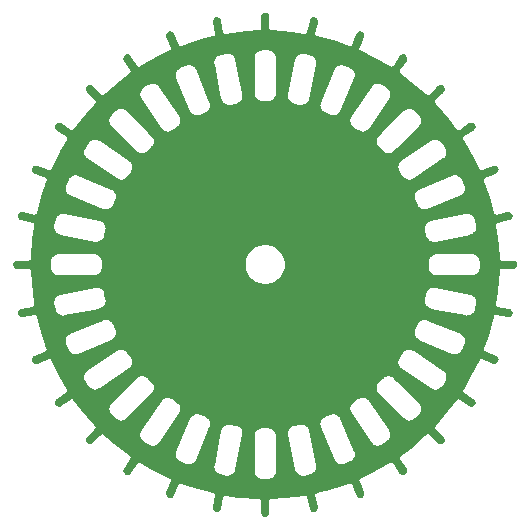
<source format=gbr>
G04 #@! TF.GenerationSoftware,KiCad,Pcbnew,(5.1.5-0-10_14)*
G04 #@! TF.CreationDate,2020-04-05T13:02:15-04:00*
G04 #@! TF.ProjectId,indexingWheel,696e6465-7869-46e6-9757-6865656c2e6b,rev?*
G04 #@! TF.SameCoordinates,Original*
G04 #@! TF.FileFunction,Copper,L1,Top*
G04 #@! TF.FilePolarity,Positive*
%FSLAX46Y46*%
G04 Gerber Fmt 4.6, Leading zero omitted, Abs format (unit mm)*
G04 Created by KiCad (PCBNEW (5.1.5-0-10_14)) date 2020-04-05 13:02:15*
%MOMM*%
%LPD*%
G04 APERTURE LIST*
%ADD10C,0.254000*%
G04 APERTURE END LIST*
D10*
G36*
X158219466Y-79910034D02*
G01*
X158260966Y-79922248D01*
X158299310Y-79942294D01*
X158333027Y-79969403D01*
X158360836Y-80002544D01*
X158381676Y-80040452D01*
X158394757Y-80081690D01*
X158400931Y-80136731D01*
X158400929Y-81147636D01*
X158404937Y-81188331D01*
X158420776Y-81240546D01*
X158446498Y-81288667D01*
X158481113Y-81330846D01*
X158523292Y-81365461D01*
X158571413Y-81391183D01*
X158623628Y-81407022D01*
X158651432Y-81409760D01*
X158651465Y-81409765D01*
X158651553Y-81409772D01*
X158677929Y-81412370D01*
X158681901Y-81411979D01*
X160423930Y-81533260D01*
X161527885Y-81691851D01*
X161533823Y-81693652D01*
X161588124Y-81699001D01*
X161642425Y-81693653D01*
X161694639Y-81677813D01*
X161742761Y-81652092D01*
X161784939Y-81617476D01*
X161819555Y-81575298D01*
X161845276Y-81527176D01*
X161857147Y-81488045D01*
X162053467Y-80501076D01*
X162069955Y-80446638D01*
X162090297Y-80408459D01*
X162117672Y-80374953D01*
X162151029Y-80347407D01*
X162189102Y-80326864D01*
X162230440Y-80314108D01*
X162273474Y-80309622D01*
X162316554Y-80313581D01*
X162358043Y-80325831D01*
X162396366Y-80345908D01*
X162430058Y-80373046D01*
X162457838Y-80406210D01*
X162478649Y-80444143D01*
X162491694Y-80485390D01*
X162496479Y-80528391D01*
X162491797Y-80583564D01*
X162294578Y-81575056D01*
X162290569Y-81615751D01*
X162295917Y-81670052D01*
X162311757Y-81722266D01*
X162337478Y-81770388D01*
X162372094Y-81812566D01*
X162414272Y-81847182D01*
X162462394Y-81872903D01*
X162514608Y-81888742D01*
X162518588Y-81889134D01*
X164203465Y-82347933D01*
X165255279Y-82718851D01*
X165260750Y-82721775D01*
X165312964Y-82737614D01*
X165367266Y-82742963D01*
X165421566Y-82737614D01*
X165473781Y-82721775D01*
X165521903Y-82696053D01*
X165564082Y-82661439D01*
X165598697Y-82619260D01*
X165617973Y-82583196D01*
X166003069Y-81653496D01*
X166029863Y-81603316D01*
X166057264Y-81569838D01*
X166090646Y-81542320D01*
X166128739Y-81521810D01*
X166170088Y-81509089D01*
X166213122Y-81504642D01*
X166256201Y-81508638D01*
X166297681Y-81520926D01*
X166335985Y-81541036D01*
X166369653Y-81568202D01*
X166397404Y-81601392D01*
X166418178Y-81639338D01*
X166431190Y-81680604D01*
X166435936Y-81723600D01*
X166432241Y-81766710D01*
X166416887Y-81819904D01*
X166030025Y-82753875D01*
X166018155Y-82793006D01*
X166012806Y-82847307D01*
X166018155Y-82901608D01*
X166033994Y-82953823D01*
X166059716Y-83001944D01*
X166094330Y-83044123D01*
X166136510Y-83078738D01*
X166161161Y-83091914D01*
X166161176Y-83091923D01*
X166161219Y-83091945D01*
X166184631Y-83104459D01*
X166188455Y-83105619D01*
X167751453Y-83884307D01*
X168710691Y-84453294D01*
X168715489Y-84457232D01*
X168763610Y-84482953D01*
X168815825Y-84498792D01*
X168870126Y-84504140D01*
X168924427Y-84498792D01*
X168976641Y-84482953D01*
X169024763Y-84457232D01*
X169066942Y-84422617D01*
X169092883Y-84391007D01*
X169651962Y-83554288D01*
X169688021Y-83510311D01*
X169721427Y-83482822D01*
X169759538Y-83462344D01*
X169800904Y-83449658D01*
X169843937Y-83445249D01*
X169887009Y-83449282D01*
X169928480Y-83461606D01*
X169966771Y-83481752D01*
X170000413Y-83508947D01*
X170028135Y-83542160D01*
X170048877Y-83580126D01*
X170061852Y-83621404D01*
X170066562Y-83664402D01*
X170062829Y-83707505D01*
X170050795Y-83749060D01*
X170025352Y-83798249D01*
X169463720Y-84638792D01*
X169444444Y-84674855D01*
X169428604Y-84727070D01*
X169423257Y-84781371D01*
X169428605Y-84835672D01*
X169444444Y-84887887D01*
X169470165Y-84936008D01*
X169504781Y-84978187D01*
X169546959Y-85012802D01*
X169550489Y-85014689D01*
X170931533Y-86083335D01*
X171761337Y-86828528D01*
X171765276Y-86833328D01*
X171807455Y-86867943D01*
X171855576Y-86893664D01*
X171907791Y-86909503D01*
X171962092Y-86914851D01*
X172016393Y-86909503D01*
X172068608Y-86893664D01*
X172116729Y-86867943D01*
X172148339Y-86842001D01*
X172859911Y-86130430D01*
X172903858Y-86094332D01*
X172941981Y-86073891D01*
X172983359Y-86061240D01*
X173026397Y-86056869D01*
X173069468Y-86060940D01*
X173110931Y-86073300D01*
X173149197Y-86093476D01*
X173182819Y-86120702D01*
X173210513Y-86153943D01*
X173231220Y-86191922D01*
X173244158Y-86233208D01*
X173248831Y-86276217D01*
X173245060Y-86319315D01*
X173232990Y-86360859D01*
X173213081Y-86399268D01*
X173178533Y-86442546D01*
X172463709Y-87157371D01*
X172437767Y-87188981D01*
X172412046Y-87237102D01*
X172396207Y-87289317D01*
X172390859Y-87343618D01*
X172396207Y-87397919D01*
X172412046Y-87450134D01*
X172437767Y-87498255D01*
X172472382Y-87540434D01*
X172475475Y-87542973D01*
X173621509Y-88860524D01*
X174289981Y-89753276D01*
X174292908Y-89758751D01*
X174327523Y-89800929D01*
X174369702Y-89835545D01*
X174417823Y-89861266D01*
X174470038Y-89877105D01*
X174524339Y-89882453D01*
X174578640Y-89877106D01*
X174630855Y-89861266D01*
X174666918Y-89841990D01*
X175503626Y-89282920D01*
X175553784Y-89256082D01*
X175595167Y-89243470D01*
X175638207Y-89239136D01*
X175681279Y-89243246D01*
X175722725Y-89255640D01*
X175760978Y-89275852D01*
X175794577Y-89303108D01*
X175822241Y-89336370D01*
X175842914Y-89374367D01*
X175855817Y-89415665D01*
X175860452Y-89458679D01*
X175856644Y-89501774D01*
X175844538Y-89543306D01*
X175824595Y-89581698D01*
X175797576Y-89615484D01*
X175755242Y-89651196D01*
X174914703Y-90212827D01*
X174883093Y-90238768D01*
X174848478Y-90280947D01*
X174822757Y-90329069D01*
X174806918Y-90381283D01*
X174801570Y-90435584D01*
X174806918Y-90489885D01*
X174822757Y-90542100D01*
X174848478Y-90590221D01*
X174851018Y-90593316D01*
X175717984Y-92109119D01*
X176199451Y-93115145D01*
X176201251Y-93121079D01*
X176226972Y-93169200D01*
X176261587Y-93211380D01*
X176303766Y-93245994D01*
X176351887Y-93271716D01*
X176404102Y-93287555D01*
X176458403Y-93292904D01*
X176512704Y-93287555D01*
X176551835Y-93275685D01*
X177481548Y-92890587D01*
X177535967Y-92874053D01*
X177579011Y-92869757D01*
X177622081Y-92873904D01*
X177663512Y-92886334D01*
X177701749Y-92906580D01*
X177735325Y-92933866D01*
X177762958Y-92967150D01*
X177783601Y-93005171D01*
X177796466Y-93046473D01*
X177801063Y-93089495D01*
X177797217Y-93132587D01*
X177785076Y-93174107D01*
X177765098Y-93212484D01*
X177738052Y-93246244D01*
X177704956Y-93274112D01*
X177656470Y-93300878D01*
X176722514Y-93687737D01*
X176686450Y-93707013D01*
X176644271Y-93741628D01*
X176609657Y-93783807D01*
X176583935Y-93831929D01*
X176568096Y-93884144D01*
X176562747Y-93938444D01*
X176568096Y-93992746D01*
X176583935Y-94044960D01*
X176585820Y-94048486D01*
X177140412Y-95704311D01*
X177416360Y-96784925D01*
X177416968Y-96791102D01*
X177432807Y-96843316D01*
X177458528Y-96891438D01*
X177493144Y-96933616D01*
X177535322Y-96968232D01*
X177583444Y-96993953D01*
X177635658Y-97009793D01*
X177689959Y-97015141D01*
X177730654Y-97011132D01*
X178717619Y-96814813D01*
X178774223Y-96809213D01*
X178817290Y-96813398D01*
X178858710Y-96825864D01*
X178896930Y-96846143D01*
X178930480Y-96873457D01*
X178958087Y-96906768D01*
X178978695Y-96944801D01*
X178991525Y-96986122D01*
X178996084Y-97029142D01*
X178992201Y-97072233D01*
X178980023Y-97113743D01*
X178960012Y-97152102D01*
X178932935Y-97185840D01*
X178899818Y-97213677D01*
X178861923Y-97234554D01*
X178809147Y-97251345D01*
X177817665Y-97448563D01*
X177778534Y-97460434D01*
X177730412Y-97486155D01*
X177688234Y-97520771D01*
X177653618Y-97562949D01*
X177627897Y-97611071D01*
X177612057Y-97663285D01*
X177606709Y-97717586D01*
X177612058Y-97771887D01*
X177613219Y-97775716D01*
X177834121Y-99507927D01*
X177893948Y-100621599D01*
X177893339Y-100627780D01*
X177898687Y-100682081D01*
X177914526Y-100734296D01*
X177940248Y-100782417D01*
X177974863Y-100824596D01*
X178017042Y-100859211D01*
X178065163Y-100884933D01*
X178117378Y-100900772D01*
X178158073Y-100904780D01*
X179164383Y-100904780D01*
X179220985Y-100910330D01*
X179262402Y-100922834D01*
X179300599Y-100943144D01*
X179334125Y-100970487D01*
X179361705Y-101003825D01*
X179382281Y-101041879D01*
X179395073Y-101083204D01*
X179399595Y-101126234D01*
X179395675Y-101169315D01*
X179383459Y-101210821D01*
X179363415Y-101249161D01*
X179336305Y-101282878D01*
X179303168Y-101310683D01*
X179265256Y-101331526D01*
X179224019Y-101344607D01*
X179168985Y-101350780D01*
X178158073Y-101350780D01*
X178117378Y-101354788D01*
X178065163Y-101370627D01*
X178017042Y-101396349D01*
X177974863Y-101430964D01*
X177940248Y-101473143D01*
X177914526Y-101521264D01*
X177898687Y-101573479D01*
X177893339Y-101627780D01*
X177893731Y-101631758D01*
X177772450Y-103373782D01*
X177613859Y-104477736D01*
X177612058Y-104483674D01*
X177606709Y-104537975D01*
X177612057Y-104592276D01*
X177627897Y-104644490D01*
X177653618Y-104692612D01*
X177688234Y-104734790D01*
X177730412Y-104769406D01*
X177778534Y-104795127D01*
X177817665Y-104806998D01*
X178804634Y-105003318D01*
X178859072Y-105019806D01*
X178897251Y-105040148D01*
X178930757Y-105067523D01*
X178958303Y-105100880D01*
X178978846Y-105138953D01*
X178991602Y-105180291D01*
X178996088Y-105223325D01*
X178992129Y-105266405D01*
X178979879Y-105307895D01*
X178959801Y-105346218D01*
X178932663Y-105379910D01*
X178899497Y-105407691D01*
X178861567Y-105428500D01*
X178820320Y-105441545D01*
X178777320Y-105446330D01*
X178722146Y-105441648D01*
X177730654Y-105244429D01*
X177689959Y-105240420D01*
X177635658Y-105245768D01*
X177583444Y-105261608D01*
X177535322Y-105287329D01*
X177493144Y-105321945D01*
X177458528Y-105364123D01*
X177432807Y-105412245D01*
X177416968Y-105464459D01*
X177416576Y-105468437D01*
X176957778Y-107153312D01*
X176586858Y-108205132D01*
X176583935Y-108210601D01*
X176568096Y-108262815D01*
X176562747Y-108317117D01*
X176568096Y-108371417D01*
X176583935Y-108423632D01*
X176609657Y-108471754D01*
X176644271Y-108513933D01*
X176686450Y-108548548D01*
X176722514Y-108567824D01*
X177652214Y-108952920D01*
X177702394Y-108979714D01*
X177735871Y-109007114D01*
X177763390Y-109040497D01*
X177783900Y-109078590D01*
X177796621Y-109119939D01*
X177801068Y-109162974D01*
X177797072Y-109206052D01*
X177784785Y-109247531D01*
X177764674Y-109285836D01*
X177737508Y-109319504D01*
X177704318Y-109347255D01*
X177666369Y-109368031D01*
X177625106Y-109381041D01*
X177582110Y-109385787D01*
X177539000Y-109382092D01*
X177485806Y-109366738D01*
X176551835Y-108979876D01*
X176512704Y-108968006D01*
X176458403Y-108962657D01*
X176404102Y-108968006D01*
X176351887Y-108983845D01*
X176303766Y-109009567D01*
X176261587Y-109044181D01*
X176226972Y-109086361D01*
X176213796Y-109111012D01*
X176213787Y-109111027D01*
X176213765Y-109111070D01*
X176201251Y-109134482D01*
X176200091Y-109138306D01*
X175421403Y-110701304D01*
X174852416Y-111660542D01*
X174848478Y-111665340D01*
X174822757Y-111713461D01*
X174806918Y-111765676D01*
X174801570Y-111819977D01*
X174806918Y-111874278D01*
X174822757Y-111926492D01*
X174848478Y-111974614D01*
X174883093Y-112016793D01*
X174914703Y-112042734D01*
X175751422Y-112601813D01*
X175795399Y-112637872D01*
X175822888Y-112671278D01*
X175843366Y-112709389D01*
X175856052Y-112750755D01*
X175860461Y-112793788D01*
X175856428Y-112836860D01*
X175844104Y-112878331D01*
X175823959Y-112916619D01*
X175796763Y-112950265D01*
X175763549Y-112977987D01*
X175725585Y-112998728D01*
X175684307Y-113011703D01*
X175641308Y-113016413D01*
X175598205Y-113012680D01*
X175556650Y-113000646D01*
X175507461Y-112975203D01*
X174666918Y-112413571D01*
X174630855Y-112394295D01*
X174578640Y-112378455D01*
X174524339Y-112373108D01*
X174470038Y-112378456D01*
X174417823Y-112394295D01*
X174369702Y-112420016D01*
X174327523Y-112454632D01*
X174309788Y-112476242D01*
X174309779Y-112476252D01*
X174309757Y-112476280D01*
X174292908Y-112496810D01*
X174291025Y-112500334D01*
X173222368Y-113881391D01*
X172477181Y-114711187D01*
X172472382Y-114715126D01*
X172437767Y-114757305D01*
X172412046Y-114805426D01*
X172396207Y-114857641D01*
X172390859Y-114911942D01*
X172396207Y-114966243D01*
X172412046Y-115018458D01*
X172437767Y-115066579D01*
X172463709Y-115098189D01*
X173175280Y-115809761D01*
X173211378Y-115853708D01*
X173231819Y-115891831D01*
X173244470Y-115933209D01*
X173248841Y-115976247D01*
X173244770Y-116019318D01*
X173232409Y-116060782D01*
X173212235Y-116099046D01*
X173185007Y-116132669D01*
X173151769Y-116160362D01*
X173113789Y-116181070D01*
X173072502Y-116194008D01*
X173029493Y-116198681D01*
X172986395Y-116194910D01*
X172944851Y-116182840D01*
X172906442Y-116162931D01*
X172863164Y-116128383D01*
X172148339Y-115413559D01*
X172116729Y-115387617D01*
X172068608Y-115361896D01*
X172016393Y-115346057D01*
X171962092Y-115340709D01*
X171907791Y-115346057D01*
X171855576Y-115361896D01*
X171807455Y-115387617D01*
X171765276Y-115422232D01*
X171762740Y-115425322D01*
X170445185Y-116571359D01*
X169552434Y-117239831D01*
X169546959Y-117242758D01*
X169504781Y-117277373D01*
X169470165Y-117319552D01*
X169444444Y-117367673D01*
X169428605Y-117419888D01*
X169423257Y-117474189D01*
X169428604Y-117528490D01*
X169444444Y-117580705D01*
X169463720Y-117616768D01*
X170022790Y-118453476D01*
X170049628Y-118503634D01*
X170062240Y-118545017D01*
X170066574Y-118588057D01*
X170062464Y-118631129D01*
X170050070Y-118672575D01*
X170029858Y-118710828D01*
X170002602Y-118744427D01*
X169969340Y-118772091D01*
X169931345Y-118792764D01*
X169890045Y-118805667D01*
X169847031Y-118810302D01*
X169803936Y-118806494D01*
X169762404Y-118794388D01*
X169724012Y-118774445D01*
X169690226Y-118747426D01*
X169654514Y-118705092D01*
X169092883Y-117864553D01*
X169066942Y-117832943D01*
X169024763Y-117798328D01*
X168976641Y-117772607D01*
X168924427Y-117756768D01*
X168870126Y-117751420D01*
X168815825Y-117756768D01*
X168763610Y-117772607D01*
X168715489Y-117798328D01*
X168712394Y-117800868D01*
X167196591Y-118667834D01*
X166190565Y-119149301D01*
X166184631Y-119151101D01*
X166136510Y-119176822D01*
X166094330Y-119211437D01*
X166059716Y-119253616D01*
X166033994Y-119301737D01*
X166018155Y-119353952D01*
X166012806Y-119408253D01*
X166018155Y-119462554D01*
X166030025Y-119501685D01*
X166415123Y-120431398D01*
X166431657Y-120485817D01*
X166435953Y-120528861D01*
X166431806Y-120571930D01*
X166419376Y-120613363D01*
X166399130Y-120651599D01*
X166371844Y-120685175D01*
X166338560Y-120712808D01*
X166300543Y-120733450D01*
X166259236Y-120746316D01*
X166216214Y-120750913D01*
X166173123Y-120747067D01*
X166131603Y-120734926D01*
X166093226Y-120714948D01*
X166059466Y-120687902D01*
X166031598Y-120654806D01*
X166004832Y-120606320D01*
X165617973Y-119672364D01*
X165598697Y-119636300D01*
X165564082Y-119594121D01*
X165521903Y-119559507D01*
X165473781Y-119533785D01*
X165421566Y-119517946D01*
X165367266Y-119512597D01*
X165312964Y-119517946D01*
X165286207Y-119526063D01*
X165286198Y-119526065D01*
X165286174Y-119526073D01*
X165260750Y-119533785D01*
X165257224Y-119535670D01*
X163601404Y-120090261D01*
X162520779Y-120366210D01*
X162514608Y-120366818D01*
X162462394Y-120382657D01*
X162414272Y-120408378D01*
X162372094Y-120442994D01*
X162337478Y-120485172D01*
X162311757Y-120533294D01*
X162295917Y-120585508D01*
X162290569Y-120639809D01*
X162294578Y-120680504D01*
X162490897Y-121667469D01*
X162496497Y-121724073D01*
X162492312Y-121767140D01*
X162479846Y-121808561D01*
X162459568Y-121846779D01*
X162432253Y-121880330D01*
X162398942Y-121907937D01*
X162360909Y-121928545D01*
X162319588Y-121941375D01*
X162276569Y-121945934D01*
X162233477Y-121942051D01*
X162191967Y-121929873D01*
X162153608Y-121909862D01*
X162119870Y-121882785D01*
X162092033Y-121849668D01*
X162071156Y-121811773D01*
X162054365Y-121758997D01*
X161857147Y-120767515D01*
X161845276Y-120728384D01*
X161819555Y-120680262D01*
X161784939Y-120638084D01*
X161742761Y-120603468D01*
X161694639Y-120577747D01*
X161642425Y-120561907D01*
X161588124Y-120556559D01*
X161533823Y-120561908D01*
X161529994Y-120563069D01*
X159797783Y-120783971D01*
X158684104Y-120843798D01*
X158677930Y-120843190D01*
X158623630Y-120848537D01*
X158571415Y-120864376D01*
X158523294Y-120890098D01*
X158481115Y-120924713D01*
X158446500Y-120966892D01*
X158420778Y-121015013D01*
X158404939Y-121067228D01*
X158400931Y-121107923D01*
X158400929Y-122114232D01*
X158395379Y-122170835D01*
X158382875Y-122212252D01*
X158362565Y-122250449D01*
X158335222Y-122283975D01*
X158301885Y-122311554D01*
X158263829Y-122332131D01*
X158222505Y-122344923D01*
X158179475Y-122349445D01*
X158136394Y-122345525D01*
X158094888Y-122333309D01*
X158056548Y-122313265D01*
X158022831Y-122286155D01*
X157995026Y-122253018D01*
X157974183Y-122215106D01*
X157961102Y-122173869D01*
X157954928Y-122118827D01*
X157954930Y-121107924D01*
X157950922Y-121067229D01*
X157935083Y-121015014D01*
X157909361Y-120966893D01*
X157874746Y-120924714D01*
X157832567Y-120890099D01*
X157784446Y-120864377D01*
X157732231Y-120848538D01*
X157704427Y-120845800D01*
X157704394Y-120845795D01*
X157704306Y-120845788D01*
X157677930Y-120843190D01*
X157673958Y-120843581D01*
X155931928Y-120722300D01*
X154827975Y-120563709D01*
X154822036Y-120561908D01*
X154767735Y-120556559D01*
X154713433Y-120561907D01*
X154661219Y-120577747D01*
X154613097Y-120603468D01*
X154570920Y-120638084D01*
X154536304Y-120680262D01*
X154510583Y-120728384D01*
X154498712Y-120767515D01*
X154302392Y-121754488D01*
X154285905Y-121808921D01*
X154265561Y-121847103D01*
X154238187Y-121880607D01*
X154204830Y-121908153D01*
X154166757Y-121928696D01*
X154125420Y-121941452D01*
X154082385Y-121945938D01*
X154039305Y-121941979D01*
X153997815Y-121929729D01*
X153959492Y-121909651D01*
X153925800Y-121882513D01*
X153898019Y-121849347D01*
X153877210Y-121811417D01*
X153864165Y-121770170D01*
X153859380Y-121727170D01*
X153864062Y-121671995D01*
X154061281Y-120680505D01*
X154065290Y-120639810D01*
X154059942Y-120585508D01*
X154044102Y-120533294D01*
X154018381Y-120485172D01*
X153983765Y-120442993D01*
X153941587Y-120408378D01*
X153893465Y-120382656D01*
X153841251Y-120366818D01*
X153837273Y-120366426D01*
X152152399Y-119907628D01*
X151100585Y-119536711D01*
X151095109Y-119533784D01*
X151042895Y-119517945D01*
X150988593Y-119512597D01*
X150934292Y-119517946D01*
X150882077Y-119533784D01*
X150833955Y-119559506D01*
X150791776Y-119594121D01*
X150757161Y-119636300D01*
X150737885Y-119672363D01*
X150352790Y-120602065D01*
X150325999Y-120652240D01*
X150298595Y-120685722D01*
X150265210Y-120713242D01*
X150227123Y-120733750D01*
X150185772Y-120746471D01*
X150142736Y-120750918D01*
X150099658Y-120746922D01*
X150058179Y-120734635D01*
X150019874Y-120714524D01*
X149986206Y-120687358D01*
X149958455Y-120654168D01*
X149937679Y-120616219D01*
X149924669Y-120574956D01*
X149919923Y-120531960D01*
X149923618Y-120488851D01*
X149938975Y-120435647D01*
X150325834Y-119501686D01*
X150337704Y-119462555D01*
X150343053Y-119408254D01*
X150337704Y-119353952D01*
X150321865Y-119301737D01*
X150296143Y-119253616D01*
X150261528Y-119211437D01*
X150219349Y-119176822D01*
X150194698Y-119163646D01*
X150194683Y-119163637D01*
X150194640Y-119163615D01*
X150171228Y-119151101D01*
X150167404Y-119149941D01*
X148604406Y-118371253D01*
X148434835Y-118270669D01*
X153742780Y-118270669D01*
X153743154Y-118274519D01*
X153753270Y-118371577D01*
X153758300Y-118396188D01*
X153762979Y-118420835D01*
X153764094Y-118424539D01*
X153792868Y-118517784D01*
X153802591Y-118540971D01*
X153811962Y-118564224D01*
X153813769Y-118567631D01*
X153813773Y-118567639D01*
X153813778Y-118567646D01*
X153860113Y-118653520D01*
X153874123Y-118674331D01*
X153887862Y-118695365D01*
X153890300Y-118698359D01*
X153890304Y-118698365D01*
X153890309Y-118698370D01*
X153952440Y-118773607D01*
X153970208Y-118791282D01*
X153987789Y-118809266D01*
X153990768Y-118811735D01*
X154066336Y-118873476D01*
X154087262Y-118887406D01*
X154107936Y-118901588D01*
X154111334Y-118903430D01*
X154111342Y-118903434D01*
X154197457Y-118949318D01*
X154220692Y-118958919D01*
X154243728Y-118968816D01*
X154247418Y-118969963D01*
X154247424Y-118969965D01*
X154340815Y-118998250D01*
X154340823Y-118998252D01*
X154353723Y-119002165D01*
X154870804Y-119105018D01*
X154882717Y-119106192D01*
X154885731Y-119106813D01*
X154889580Y-119107194D01*
X154986754Y-119116123D01*
X155011835Y-119115970D01*
X155036965Y-119116167D01*
X155040815Y-119115793D01*
X155137873Y-119105677D01*
X155162484Y-119100647D01*
X155187131Y-119095968D01*
X155190835Y-119094853D01*
X155190837Y-119094852D01*
X155190839Y-119094852D01*
X155190841Y-119094851D01*
X155284080Y-119066079D01*
X155307267Y-119056356D01*
X155330520Y-119046985D01*
X155333927Y-119045178D01*
X155333935Y-119045174D01*
X155333942Y-119045169D01*
X155419816Y-118998834D01*
X155440627Y-118984824D01*
X155461661Y-118971085D01*
X155464655Y-118968647D01*
X155464661Y-118968643D01*
X155464666Y-118968638D01*
X155539903Y-118906507D01*
X155557584Y-118888733D01*
X155575562Y-118871158D01*
X155578031Y-118868179D01*
X155639772Y-118792611D01*
X155653702Y-118771685D01*
X155667884Y-118751011D01*
X155669727Y-118747610D01*
X155715614Y-118661490D01*
X155723922Y-118641384D01*
X157150929Y-118641384D01*
X157152102Y-118653299D01*
X157152081Y-118656374D01*
X157152458Y-118660224D01*
X157162658Y-118757272D01*
X157167715Y-118781910D01*
X157172411Y-118806526D01*
X157173526Y-118810219D01*
X157173528Y-118810229D01*
X157173532Y-118810238D01*
X157202385Y-118903448D01*
X157212109Y-118926580D01*
X157221519Y-118949871D01*
X157223335Y-118953286D01*
X157269748Y-119039124D01*
X157283778Y-119059924D01*
X157297533Y-119080944D01*
X157299978Y-119083942D01*
X157362180Y-119159131D01*
X157379995Y-119176822D01*
X157397558Y-119194757D01*
X157400538Y-119197222D01*
X157476159Y-119258898D01*
X157497102Y-119272813D01*
X157517788Y-119286977D01*
X157521178Y-119288810D01*
X157521187Y-119288816D01*
X157521196Y-119288820D01*
X157607352Y-119334629D01*
X157630579Y-119344202D01*
X157653636Y-119354085D01*
X157657329Y-119355228D01*
X157657333Y-119355230D01*
X157657337Y-119355231D01*
X157750749Y-119383434D01*
X157775372Y-119388310D01*
X157799936Y-119393531D01*
X157803777Y-119393934D01*
X157803780Y-119393935D01*
X157803783Y-119393935D01*
X157900900Y-119403457D01*
X157914323Y-119404779D01*
X158441535Y-119404779D01*
X158453449Y-119403606D01*
X158456524Y-119403627D01*
X158460374Y-119403250D01*
X158557422Y-119393050D01*
X158582060Y-119387993D01*
X158606676Y-119383297D01*
X158610369Y-119382182D01*
X158610379Y-119382180D01*
X158610388Y-119382176D01*
X158703598Y-119353323D01*
X158726730Y-119343599D01*
X158750021Y-119334189D01*
X158753431Y-119332376D01*
X158753435Y-119332374D01*
X158753438Y-119332372D01*
X158839274Y-119285960D01*
X158860074Y-119271930D01*
X158881094Y-119258175D01*
X158884092Y-119255730D01*
X158959281Y-119193528D01*
X158976986Y-119175699D01*
X158994907Y-119158150D01*
X158997372Y-119155170D01*
X159059048Y-119079549D01*
X159072963Y-119058606D01*
X159087127Y-119037920D01*
X159088960Y-119034530D01*
X159088966Y-119034521D01*
X159088970Y-119034512D01*
X159134779Y-118948356D01*
X159144352Y-118925129D01*
X159154235Y-118902072D01*
X159155379Y-118898377D01*
X159183584Y-118804959D01*
X159188460Y-118780336D01*
X159193681Y-118755772D01*
X159194085Y-118751925D01*
X159203607Y-118654808D01*
X159204929Y-118641385D01*
X159204929Y-115614173D01*
X159203756Y-115602259D01*
X159203777Y-115599184D01*
X159203400Y-115595334D01*
X159193200Y-115498286D01*
X159188143Y-115473648D01*
X159183447Y-115449032D01*
X159182332Y-115445339D01*
X159182330Y-115445329D01*
X159182326Y-115445320D01*
X159175044Y-115421794D01*
X159985535Y-115421794D01*
X159985888Y-115425635D01*
X159985888Y-115425645D01*
X159985890Y-115425654D01*
X159995496Y-115522754D01*
X159996819Y-115536179D01*
X160587397Y-118505224D01*
X160590876Y-118516692D01*
X160591453Y-118519702D01*
X160592574Y-118523404D01*
X160621512Y-118616598D01*
X160631260Y-118639730D01*
X160640685Y-118663000D01*
X160642504Y-118666414D01*
X160688990Y-118752212D01*
X160703062Y-118773035D01*
X160716814Y-118794011D01*
X160719252Y-118796994D01*
X160719259Y-118797004D01*
X160719267Y-118797011D01*
X160781530Y-118872142D01*
X160799350Y-118889807D01*
X160816940Y-118907738D01*
X160819923Y-118910201D01*
X160895598Y-118971810D01*
X160916537Y-118985696D01*
X160937249Y-118999851D01*
X160940640Y-119001680D01*
X160940652Y-119001688D01*
X160940665Y-119001693D01*
X161026854Y-119047424D01*
X161050079Y-119056974D01*
X161073157Y-119066841D01*
X161076843Y-119067978D01*
X161076853Y-119067982D01*
X161076863Y-119067984D01*
X161170296Y-119096104D01*
X161194930Y-119100960D01*
X161219491Y-119106158D01*
X161223334Y-119106559D01*
X161223338Y-119106559D01*
X161320462Y-119115996D01*
X161345602Y-119115974D01*
X161370670Y-119116302D01*
X161374511Y-119115949D01*
X161374523Y-119115949D01*
X161374534Y-119115947D01*
X161471630Y-119106341D01*
X161471636Y-119106340D01*
X161485054Y-119105018D01*
X162002136Y-119002165D01*
X162013598Y-118998688D01*
X162016614Y-118998110D01*
X162020316Y-118996989D01*
X162113510Y-118968051D01*
X162136642Y-118958303D01*
X162159912Y-118948878D01*
X162163326Y-118947059D01*
X162249124Y-118900573D01*
X162269947Y-118886501D01*
X162290923Y-118872749D01*
X162293906Y-118870311D01*
X162293916Y-118870304D01*
X162293923Y-118870296D01*
X162369054Y-118808033D01*
X162386719Y-118790213D01*
X162404650Y-118772623D01*
X162407113Y-118769640D01*
X162468722Y-118693965D01*
X162482608Y-118673026D01*
X162496763Y-118652314D01*
X162498592Y-118648923D01*
X162498600Y-118648911D01*
X162498605Y-118648898D01*
X162544336Y-118562709D01*
X162553886Y-118539484D01*
X162563753Y-118516406D01*
X162564890Y-118512720D01*
X162564894Y-118512710D01*
X162564896Y-118512700D01*
X162593016Y-118419267D01*
X162597872Y-118394633D01*
X162603070Y-118370072D01*
X162603471Y-118366225D01*
X162612908Y-118269101D01*
X162612886Y-118243961D01*
X162613214Y-118218893D01*
X162612861Y-118215052D01*
X162612861Y-118215040D01*
X162612859Y-118215029D01*
X162603253Y-118117932D01*
X162603252Y-118117926D01*
X162601930Y-118104508D01*
X162011351Y-115135464D01*
X162007876Y-115124009D01*
X162007297Y-115120988D01*
X162006176Y-115117286D01*
X161977239Y-115024092D01*
X161967487Y-115000950D01*
X161958064Y-114977685D01*
X161956251Y-114974282D01*
X161956247Y-114974274D01*
X161956242Y-114974267D01*
X161909757Y-114888474D01*
X161895688Y-114867654D01*
X161881936Y-114846679D01*
X161879489Y-114843683D01*
X161879488Y-114843681D01*
X161879484Y-114843677D01*
X161817222Y-114768548D01*
X161799365Y-114750846D01*
X161781810Y-114732951D01*
X161778834Y-114730493D01*
X161778829Y-114730488D01*
X161778824Y-114730484D01*
X161703152Y-114668878D01*
X161682220Y-114654997D01*
X161666475Y-114644236D01*
X162719883Y-114644236D01*
X162720240Y-114648077D01*
X162720240Y-114648087D01*
X162720242Y-114648096D01*
X162729933Y-114745188D01*
X162734852Y-114769805D01*
X162739427Y-114794492D01*
X162740525Y-114798201D01*
X162768892Y-114891568D01*
X162768896Y-114891579D01*
X162772809Y-114904477D01*
X163931272Y-117701257D01*
X163936917Y-117711818D01*
X163938073Y-117714665D01*
X163939895Y-117718077D01*
X163986458Y-117803836D01*
X164000539Y-117824633D01*
X164014317Y-117845608D01*
X164016763Y-117848596D01*
X164016767Y-117848602D01*
X164016772Y-117848607D01*
X164079100Y-117923681D01*
X164096924Y-117941320D01*
X164114540Y-117959246D01*
X164117519Y-117961701D01*
X164117526Y-117961708D01*
X164117534Y-117961713D01*
X164193253Y-118023249D01*
X164214173Y-118037096D01*
X164234929Y-118051255D01*
X164238324Y-118053082D01*
X164238333Y-118053088D01*
X164238342Y-118053092D01*
X164324576Y-118098750D01*
X164347787Y-118108270D01*
X164370895Y-118118126D01*
X164374586Y-118119261D01*
X164374593Y-118119264D01*
X164374600Y-118119265D01*
X164468059Y-118147305D01*
X164492679Y-118152136D01*
X164517262Y-118157316D01*
X164521106Y-118157714D01*
X164521110Y-118157714D01*
X164618243Y-118167067D01*
X164643372Y-118167023D01*
X164668453Y-118167330D01*
X164672294Y-118166973D01*
X164672304Y-118166973D01*
X164672313Y-118166971D01*
X164769405Y-118157280D01*
X164794009Y-118152364D01*
X164818710Y-118147786D01*
X164822408Y-118146690D01*
X164822418Y-118146688D01*
X164822427Y-118146684D01*
X164915787Y-118118319D01*
X164915794Y-118118316D01*
X164928694Y-118114403D01*
X165415774Y-117912647D01*
X165426327Y-117907006D01*
X165429182Y-117905847D01*
X165432594Y-117904025D01*
X165518353Y-117857462D01*
X165539150Y-117843381D01*
X165560125Y-117829603D01*
X165563113Y-117827157D01*
X165563119Y-117827153D01*
X165563124Y-117827148D01*
X165638198Y-117764820D01*
X165655837Y-117746996D01*
X165673763Y-117729380D01*
X165676218Y-117726401D01*
X165676225Y-117726394D01*
X165676230Y-117726386D01*
X165737766Y-117650667D01*
X165751613Y-117629747D01*
X165765772Y-117608991D01*
X165767599Y-117605596D01*
X165767605Y-117605587D01*
X165767609Y-117605578D01*
X165813267Y-117519344D01*
X165822787Y-117496133D01*
X165832643Y-117473025D01*
X165833778Y-117469334D01*
X165833781Y-117469327D01*
X165833782Y-117469320D01*
X165861822Y-117375861D01*
X165866653Y-117351241D01*
X165871833Y-117326658D01*
X165872231Y-117322810D01*
X165881584Y-117225677D01*
X165881540Y-117200549D01*
X165881847Y-117175467D01*
X165881490Y-117171627D01*
X165881490Y-117171616D01*
X165881488Y-117171606D01*
X165871797Y-117074515D01*
X165866881Y-117049911D01*
X165862303Y-117025210D01*
X165861206Y-117021509D01*
X165861205Y-117021502D01*
X165861202Y-117021496D01*
X165832836Y-116928133D01*
X165832834Y-116928129D01*
X165828920Y-116915225D01*
X164670456Y-114118448D01*
X164664815Y-114107895D01*
X164663657Y-114105042D01*
X164661835Y-114101630D01*
X164615273Y-114015872D01*
X164601210Y-113995100D01*
X164587413Y-113974097D01*
X164584963Y-113971104D01*
X164522630Y-113896024D01*
X164504788Y-113878367D01*
X164487189Y-113860458D01*
X164484210Y-113858003D01*
X164484204Y-113857997D01*
X164484197Y-113857993D01*
X164408475Y-113796455D01*
X164387542Y-113782599D01*
X164366803Y-113768452D01*
X164363397Y-113766618D01*
X164363394Y-113766616D01*
X164363391Y-113766615D01*
X164277157Y-113720955D01*
X164253938Y-113711432D01*
X164230833Y-113701577D01*
X164227142Y-113700442D01*
X164227140Y-113700441D01*
X164227138Y-113700441D01*
X164227136Y-113700440D01*
X164133669Y-113672399D01*
X164109048Y-113667568D01*
X164084468Y-113662389D01*
X164080620Y-113661991D01*
X163983486Y-113652638D01*
X163958358Y-113652682D01*
X163933277Y-113652375D01*
X163929437Y-113652732D01*
X163929426Y-113652732D01*
X163929416Y-113652734D01*
X163832325Y-113662425D01*
X163807682Y-113667349D01*
X163783023Y-113671919D01*
X163779318Y-113673016D01*
X163779312Y-113673017D01*
X163779306Y-113673019D01*
X163685945Y-113701384D01*
X163685934Y-113701389D01*
X163673033Y-113705302D01*
X163185955Y-113907058D01*
X163175402Y-113912699D01*
X163172549Y-113913857D01*
X163169137Y-113915679D01*
X163083379Y-113962241D01*
X163062607Y-113976304D01*
X163041604Y-113990101D01*
X163038611Y-113992551D01*
X162963531Y-114054884D01*
X162945874Y-114072726D01*
X162927965Y-114090325D01*
X162925510Y-114093304D01*
X162925504Y-114093310D01*
X162925500Y-114093317D01*
X162863962Y-114169039D01*
X162850105Y-114189975D01*
X162835958Y-114210713D01*
X162834124Y-114214118D01*
X162788462Y-114300359D01*
X162778935Y-114323587D01*
X162769085Y-114346681D01*
X162767950Y-114350370D01*
X162767948Y-114350376D01*
X162767948Y-114350378D01*
X162739907Y-114443845D01*
X162735076Y-114468466D01*
X162729897Y-114493046D01*
X162729499Y-114496894D01*
X162720146Y-114594026D01*
X162720190Y-114619154D01*
X162719883Y-114644236D01*
X161666475Y-114644236D01*
X161661501Y-114640837D01*
X161658102Y-114639004D01*
X161658098Y-114639001D01*
X161658094Y-114638999D01*
X161571896Y-114593264D01*
X161548711Y-114583731D01*
X161525593Y-114573847D01*
X161521903Y-114572709D01*
X161521896Y-114572706D01*
X161521889Y-114572705D01*
X161428454Y-114544584D01*
X161403820Y-114539728D01*
X161379262Y-114534531D01*
X161375425Y-114534131D01*
X161375414Y-114534129D01*
X161375404Y-114534129D01*
X161278290Y-114524692D01*
X161253186Y-114524713D01*
X161228080Y-114524385D01*
X161224239Y-114524738D01*
X161224229Y-114524738D01*
X161224220Y-114524740D01*
X161127119Y-114534346D01*
X161127104Y-114534349D01*
X161113694Y-114535670D01*
X160596614Y-114638523D01*
X160585159Y-114641998D01*
X160582138Y-114642577D01*
X160578436Y-114643698D01*
X160485242Y-114672635D01*
X160462100Y-114682387D01*
X160438835Y-114691810D01*
X160435432Y-114693623D01*
X160435424Y-114693627D01*
X160435417Y-114693632D01*
X160349624Y-114740117D01*
X160328804Y-114754186D01*
X160307829Y-114767938D01*
X160304835Y-114770383D01*
X160304831Y-114770386D01*
X160304827Y-114770390D01*
X160229698Y-114832652D01*
X160211996Y-114850509D01*
X160194101Y-114868064D01*
X160191643Y-114871040D01*
X160191638Y-114871045D01*
X160191634Y-114871050D01*
X160130028Y-114946722D01*
X160116147Y-114967654D01*
X160101987Y-114988373D01*
X160100154Y-114991772D01*
X160100151Y-114991776D01*
X160100151Y-114991777D01*
X160054414Y-115077978D01*
X160044881Y-115101163D01*
X160034997Y-115124281D01*
X160033859Y-115127971D01*
X160033856Y-115127978D01*
X160033855Y-115127985D01*
X160005734Y-115221420D01*
X160000878Y-115246054D01*
X159995681Y-115270612D01*
X159995281Y-115274449D01*
X159995279Y-115274460D01*
X159995279Y-115274470D01*
X159985842Y-115371584D01*
X159985863Y-115396688D01*
X159985535Y-115421794D01*
X159175044Y-115421794D01*
X159153473Y-115352110D01*
X159143749Y-115328978D01*
X159134339Y-115305687D01*
X159132523Y-115302271D01*
X159086110Y-115216434D01*
X159072037Y-115195569D01*
X159058324Y-115174614D01*
X159055882Y-115171618D01*
X159055880Y-115171615D01*
X159055875Y-115171610D01*
X158993678Y-115096427D01*
X158975849Y-115078722D01*
X158958300Y-115060801D01*
X158955320Y-115058336D01*
X158879699Y-114996660D01*
X158858782Y-114982762D01*
X158838070Y-114968580D01*
X158834680Y-114966748D01*
X158834671Y-114966742D01*
X158834662Y-114966738D01*
X158748506Y-114920929D01*
X158725291Y-114911361D01*
X158702222Y-114901473D01*
X158698527Y-114900329D01*
X158605109Y-114872124D01*
X158580494Y-114867250D01*
X158555923Y-114862027D01*
X158552080Y-114861623D01*
X158552076Y-114861623D01*
X158454958Y-114852101D01*
X158441535Y-114850779D01*
X157914323Y-114850779D01*
X157902409Y-114851952D01*
X157899334Y-114851931D01*
X157895484Y-114852308D01*
X157798436Y-114862508D01*
X157773798Y-114867565D01*
X157749182Y-114872261D01*
X157745489Y-114873376D01*
X157745479Y-114873378D01*
X157745470Y-114873382D01*
X157652260Y-114902235D01*
X157629128Y-114911959D01*
X157605837Y-114921369D01*
X157602421Y-114923185D01*
X157516584Y-114969598D01*
X157495719Y-114983671D01*
X157474764Y-114997384D01*
X157471771Y-114999824D01*
X157471765Y-114999828D01*
X157471760Y-114999833D01*
X157396577Y-115062030D01*
X157378872Y-115079859D01*
X157360951Y-115097408D01*
X157358486Y-115100388D01*
X157296810Y-115176009D01*
X157282912Y-115196926D01*
X157268730Y-115217638D01*
X157266898Y-115221028D01*
X157266892Y-115221037D01*
X157266888Y-115221046D01*
X157221079Y-115307202D01*
X157211511Y-115330417D01*
X157201623Y-115353486D01*
X157200479Y-115357181D01*
X157172274Y-115450599D01*
X157167400Y-115475214D01*
X157162177Y-115499785D01*
X157161773Y-115503632D01*
X157152251Y-115600750D01*
X157152251Y-115600760D01*
X157150930Y-115614173D01*
X157150929Y-118641384D01*
X155723922Y-118641384D01*
X155725215Y-118638255D01*
X155735112Y-118615219D01*
X155736260Y-118611525D01*
X155764546Y-118518132D01*
X155764548Y-118518124D01*
X155768461Y-118505224D01*
X156359040Y-115536180D01*
X156360214Y-115524267D01*
X156360835Y-115521253D01*
X156361216Y-115517404D01*
X156370145Y-115420230D01*
X156369992Y-115395149D01*
X156370189Y-115370019D01*
X156369815Y-115366169D01*
X156359699Y-115269112D01*
X156354670Y-115244507D01*
X156349990Y-115219853D01*
X156348875Y-115216149D01*
X156320101Y-115122905D01*
X156310384Y-115099731D01*
X156301007Y-115076464D01*
X156299200Y-115073057D01*
X156299196Y-115073049D01*
X156299191Y-115073042D01*
X156252856Y-114987168D01*
X156238824Y-114966325D01*
X156225107Y-114945324D01*
X156222669Y-114942329D01*
X156222665Y-114942323D01*
X156222660Y-114942318D01*
X156160529Y-114867081D01*
X156142738Y-114849383D01*
X156125179Y-114831421D01*
X156122201Y-114828953D01*
X156046633Y-114767212D01*
X156025730Y-114753297D01*
X156005033Y-114739100D01*
X156001635Y-114737258D01*
X156001627Y-114737254D01*
X155915511Y-114691369D01*
X155892284Y-114681772D01*
X155869242Y-114671872D01*
X155865558Y-114670728D01*
X155865548Y-114670724D01*
X155865538Y-114670722D01*
X155772154Y-114642438D01*
X155772146Y-114642436D01*
X155759245Y-114638523D01*
X155242164Y-114535670D01*
X155230253Y-114534497D01*
X155227238Y-114533875D01*
X155223389Y-114533494D01*
X155126216Y-114524565D01*
X155101103Y-114524718D01*
X155076008Y-114524521D01*
X155072158Y-114524895D01*
X155072154Y-114524895D01*
X154975100Y-114535010D01*
X154950498Y-114540038D01*
X154925836Y-114544720D01*
X154922138Y-114545833D01*
X154922134Y-114545834D01*
X154922131Y-114545835D01*
X154922132Y-114545835D01*
X154828888Y-114574610D01*
X154805713Y-114584328D01*
X154782450Y-114593703D01*
X154779042Y-114595511D01*
X154779033Y-114595515D01*
X154779026Y-114595520D01*
X154693154Y-114641854D01*
X154672311Y-114655886D01*
X154651310Y-114669603D01*
X154648315Y-114672041D01*
X154648309Y-114672045D01*
X154648304Y-114672050D01*
X154573067Y-114734181D01*
X154555389Y-114751952D01*
X154537408Y-114769529D01*
X154534940Y-114772508D01*
X154473199Y-114848074D01*
X154459272Y-114868996D01*
X154445086Y-114889676D01*
X154443246Y-114893072D01*
X154443243Y-114893076D01*
X154443243Y-114893077D01*
X154397355Y-114979198D01*
X154387758Y-115002425D01*
X154377858Y-115025467D01*
X154376714Y-115029151D01*
X154376710Y-115029161D01*
X154376708Y-115029171D01*
X154349324Y-115119584D01*
X154344507Y-115135464D01*
X153753929Y-118104509D01*
X153752756Y-118116420D01*
X153752134Y-118119435D01*
X153751753Y-118123285D01*
X153742824Y-118220458D01*
X153742977Y-118245539D01*
X153742780Y-118270669D01*
X148434835Y-118270669D01*
X147645164Y-117802263D01*
X147640370Y-117798329D01*
X147592249Y-117772607D01*
X147540034Y-117756768D01*
X147485733Y-117751420D01*
X147431431Y-117756768D01*
X147379216Y-117772608D01*
X147331095Y-117798328D01*
X147288916Y-117832944D01*
X147262974Y-117864554D01*
X146703895Y-118701274D01*
X146667838Y-118745249D01*
X146634432Y-118772738D01*
X146596321Y-118793216D01*
X146554957Y-118805902D01*
X146511922Y-118810311D01*
X146468850Y-118806278D01*
X146427379Y-118793954D01*
X146389091Y-118773809D01*
X146355445Y-118746613D01*
X146327723Y-118713399D01*
X146306982Y-118675435D01*
X146294007Y-118634157D01*
X146289297Y-118591158D01*
X146293030Y-118548055D01*
X146305064Y-118506500D01*
X146330509Y-118457306D01*
X146892139Y-117616769D01*
X146911415Y-117580706D01*
X146927255Y-117528491D01*
X146932602Y-117474190D01*
X146927254Y-117419888D01*
X146911415Y-117367673D01*
X146885694Y-117319552D01*
X146851078Y-117277373D01*
X146808900Y-117242758D01*
X146805370Y-117240871D01*
X146787759Y-117227243D01*
X150474104Y-117227243D01*
X150474474Y-117231093D01*
X150484505Y-117328159D01*
X150489516Y-117352790D01*
X150494172Y-117377428D01*
X150495282Y-117381129D01*
X150495283Y-117381135D01*
X150495285Y-117381141D01*
X150523976Y-117474403D01*
X150533671Y-117497580D01*
X150543029Y-117520859D01*
X150544839Y-117524277D01*
X150591102Y-117610196D01*
X150605122Y-117631060D01*
X150618816Y-117652066D01*
X150621255Y-117655068D01*
X150683326Y-117730365D01*
X150701126Y-117748103D01*
X150718642Y-117766052D01*
X150721618Y-117768523D01*
X150797131Y-117830330D01*
X150818012Y-117844256D01*
X150838708Y-117858480D01*
X150842103Y-117860323D01*
X150842107Y-117860326D01*
X150842111Y-117860328D01*
X150928188Y-117906289D01*
X150928195Y-117906292D01*
X150940085Y-117912647D01*
X151427164Y-118114403D01*
X151438623Y-118117879D01*
X151441457Y-118119076D01*
X151445158Y-118120201D01*
X151538722Y-118147915D01*
X151563346Y-118152657D01*
X151587956Y-118157753D01*
X151591805Y-118158137D01*
X151688971Y-118167151D01*
X151714099Y-118167019D01*
X151739182Y-118167238D01*
X151743032Y-118166868D01*
X151840098Y-118156837D01*
X151864729Y-118151826D01*
X151889367Y-118147170D01*
X151893068Y-118146060D01*
X151893074Y-118146059D01*
X151893080Y-118146057D01*
X151986342Y-118117366D01*
X152009519Y-118107671D01*
X152032798Y-118098313D01*
X152036211Y-118096506D01*
X152036215Y-118096504D01*
X152036218Y-118096502D01*
X152122135Y-118050240D01*
X152142999Y-118036220D01*
X152164005Y-118022526D01*
X152167007Y-118020087D01*
X152242304Y-117958016D01*
X152260042Y-117940216D01*
X152277991Y-117922700D01*
X152280462Y-117919724D01*
X152342269Y-117844211D01*
X152356195Y-117823330D01*
X152370419Y-117802634D01*
X152372262Y-117799239D01*
X152372265Y-117799235D01*
X152372267Y-117799231D01*
X152418228Y-117713154D01*
X152418231Y-117713147D01*
X152424586Y-117701257D01*
X153583050Y-114904479D01*
X153586526Y-114893020D01*
X153587723Y-114890186D01*
X153588848Y-114886485D01*
X153616562Y-114792921D01*
X153621311Y-114768260D01*
X153626399Y-114743687D01*
X153626784Y-114739838D01*
X153635798Y-114642674D01*
X153635666Y-114617545D01*
X153635885Y-114592462D01*
X153635515Y-114588612D01*
X153625484Y-114491546D01*
X153620472Y-114466909D01*
X153615817Y-114442277D01*
X153614706Y-114438572D01*
X153614706Y-114438570D01*
X153614704Y-114438564D01*
X153586013Y-114345303D01*
X153576328Y-114322151D01*
X153566960Y-114298846D01*
X153565150Y-114295427D01*
X153518887Y-114209509D01*
X153504858Y-114188632D01*
X153491174Y-114167640D01*
X153488739Y-114164643D01*
X153488735Y-114164637D01*
X153488730Y-114164632D01*
X153426665Y-114089341D01*
X153408882Y-114071620D01*
X153391347Y-114053651D01*
X153388371Y-114051180D01*
X153312857Y-113989374D01*
X153291971Y-113975445D01*
X153271282Y-113961225D01*
X153267888Y-113959383D01*
X153267881Y-113959378D01*
X153267873Y-113959375D01*
X153181803Y-113913417D01*
X153181794Y-113913413D01*
X153169904Y-113907058D01*
X152682825Y-113705302D01*
X152671375Y-113701829D01*
X152668535Y-113700629D01*
X152664834Y-113699505D01*
X152571270Y-113671790D01*
X152546648Y-113667048D01*
X152522034Y-113661951D01*
X152518185Y-113661567D01*
X152421020Y-113652553D01*
X152395892Y-113652685D01*
X152370809Y-113652466D01*
X152366959Y-113652836D01*
X152269893Y-113662867D01*
X152245256Y-113667879D01*
X152220624Y-113672534D01*
X152216923Y-113673644D01*
X152216917Y-113673645D01*
X152216911Y-113673647D01*
X152123650Y-113702338D01*
X152100461Y-113712038D01*
X152077194Y-113721391D01*
X152073785Y-113723196D01*
X152073776Y-113723200D01*
X152073769Y-113723205D01*
X151987856Y-113769464D01*
X151966988Y-113783486D01*
X151945986Y-113797177D01*
X151942991Y-113799610D01*
X151942984Y-113799615D01*
X151942978Y-113799621D01*
X151867687Y-113861686D01*
X151849966Y-113879469D01*
X151831997Y-113897004D01*
X151829526Y-113899980D01*
X151767720Y-113975494D01*
X151753791Y-113996380D01*
X151739571Y-114017069D01*
X151737729Y-114020463D01*
X151737724Y-114020470D01*
X151737721Y-114020478D01*
X151692094Y-114105928D01*
X151685402Y-114118448D01*
X150526939Y-116915226D01*
X150523464Y-116926681D01*
X150522266Y-116929518D01*
X150521141Y-116933219D01*
X150493427Y-117026783D01*
X150488685Y-117051407D01*
X150483589Y-117076017D01*
X150483205Y-117079866D01*
X150474191Y-117177032D01*
X150474323Y-117202160D01*
X150474104Y-117227243D01*
X146787759Y-117227243D01*
X145424317Y-116172218D01*
X144749459Y-115566169D01*
X147471663Y-115566169D01*
X147472030Y-115570009D01*
X147472030Y-115570022D01*
X147472032Y-115570034D01*
X147481977Y-115667095D01*
X147486957Y-115691685D01*
X147491600Y-115716374D01*
X147492708Y-115720080D01*
X147521320Y-115813375D01*
X147530997Y-115836566D01*
X147540332Y-115859846D01*
X147542139Y-115863266D01*
X147588327Y-115949226D01*
X147602320Y-115970089D01*
X147616003Y-115991119D01*
X147618440Y-115994123D01*
X147680444Y-116069474D01*
X147698220Y-116087219D01*
X147715731Y-116105195D01*
X147718699Y-116107663D01*
X147718704Y-116107668D01*
X147718709Y-116107672D01*
X147794165Y-116169541D01*
X147794173Y-116169546D01*
X147804593Y-116178098D01*
X148242953Y-116471001D01*
X148253513Y-116476646D01*
X148256057Y-116478371D01*
X148259467Y-116480196D01*
X148345827Y-116525632D01*
X148369122Y-116535115D01*
X148392197Y-116544886D01*
X148395891Y-116546012D01*
X148395898Y-116546015D01*
X148395905Y-116546016D01*
X148489437Y-116573811D01*
X148514116Y-116578586D01*
X148538668Y-116583693D01*
X148542501Y-116584078D01*
X148542514Y-116584081D01*
X148542526Y-116584081D01*
X148639674Y-116593178D01*
X148664770Y-116593069D01*
X148689882Y-116593310D01*
X148693722Y-116592943D01*
X148693735Y-116592943D01*
X148693747Y-116592941D01*
X148790808Y-116582996D01*
X148815398Y-116578016D01*
X148840087Y-116573373D01*
X148843793Y-116572265D01*
X148937088Y-116543653D01*
X148960279Y-116533976D01*
X148983559Y-116524641D01*
X148986979Y-116522834D01*
X149072939Y-116476646D01*
X149093802Y-116462653D01*
X149114832Y-116448970D01*
X149117836Y-116446533D01*
X149193187Y-116384529D01*
X149210932Y-116366753D01*
X149228908Y-116349242D01*
X149231376Y-116346274D01*
X149231381Y-116346269D01*
X149231385Y-116346264D01*
X149293254Y-116270808D01*
X149293262Y-116270796D01*
X149301810Y-116260380D01*
X150983639Y-113743349D01*
X150989285Y-113732785D01*
X150991009Y-113730244D01*
X150992834Y-113726834D01*
X151038270Y-113640474D01*
X151047753Y-113617179D01*
X151057524Y-113594104D01*
X151058650Y-113590410D01*
X151058653Y-113590403D01*
X151058654Y-113590396D01*
X151086449Y-113496864D01*
X151091222Y-113472196D01*
X151096331Y-113447636D01*
X151096717Y-113443797D01*
X151096719Y-113443787D01*
X151096719Y-113443778D01*
X151105670Y-113348193D01*
X165249865Y-113348193D01*
X165250225Y-113352033D01*
X165250225Y-113352041D01*
X165250226Y-113352044D01*
X165260003Y-113449136D01*
X165264942Y-113473744D01*
X165269540Y-113498431D01*
X165270642Y-113502139D01*
X165299091Y-113595483D01*
X165308719Y-113618670D01*
X165318022Y-113641988D01*
X165319823Y-113645411D01*
X165365861Y-113731452D01*
X165365864Y-113731457D01*
X165372220Y-113743348D01*
X167054047Y-116260380D01*
X167061641Y-116269633D01*
X167063335Y-116272207D01*
X167065788Y-116275198D01*
X167128187Y-116350223D01*
X167146053Y-116367872D01*
X167163655Y-116385753D01*
X167166642Y-116388211D01*
X167166647Y-116388216D01*
X167166653Y-116388220D01*
X167242424Y-116449689D01*
X167263391Y-116463541D01*
X167284127Y-116477660D01*
X167287534Y-116479491D01*
X167373814Y-116525077D01*
X167397063Y-116534588D01*
X167420151Y-116544412D01*
X167423843Y-116545544D01*
X167423850Y-116545547D01*
X167423857Y-116545548D01*
X167517340Y-116573506D01*
X167541979Y-116578318D01*
X167566552Y-116583474D01*
X167570398Y-116583868D01*
X167570400Y-116583868D01*
X167667542Y-116593136D01*
X167692660Y-116593070D01*
X167717749Y-116593355D01*
X167721589Y-116592995D01*
X167721602Y-116592995D01*
X167721614Y-116592993D01*
X167818692Y-116583218D01*
X167843294Y-116578280D01*
X167867990Y-116573681D01*
X167871692Y-116572581D01*
X167871700Y-116572579D01*
X167965042Y-116544130D01*
X167988229Y-116534502D01*
X168011547Y-116525199D01*
X168014965Y-116523401D01*
X168014969Y-116523399D01*
X168014972Y-116523397D01*
X168101011Y-116477360D01*
X168101023Y-116477352D01*
X168112905Y-116471001D01*
X168551266Y-116178099D01*
X168560519Y-116170505D01*
X168563093Y-116168811D01*
X168566084Y-116166358D01*
X168641109Y-116103959D01*
X168658758Y-116086093D01*
X168676639Y-116068491D01*
X168679097Y-116065504D01*
X168679102Y-116065499D01*
X168679106Y-116065493D01*
X168740575Y-115989722D01*
X168754427Y-115968755D01*
X168768546Y-115948019D01*
X168770377Y-115944612D01*
X168815963Y-115858332D01*
X168825474Y-115835083D01*
X168835298Y-115811995D01*
X168836430Y-115808303D01*
X168836433Y-115808296D01*
X168836434Y-115808289D01*
X168864392Y-115714806D01*
X168869204Y-115690167D01*
X168874360Y-115665594D01*
X168874754Y-115661746D01*
X168884022Y-115564604D01*
X168883956Y-115539486D01*
X168884241Y-115514397D01*
X168883881Y-115510557D01*
X168883881Y-115510544D01*
X168883879Y-115510532D01*
X168874104Y-115413454D01*
X168869166Y-115388852D01*
X168864567Y-115364156D01*
X168863465Y-115360448D01*
X168835016Y-115267104D01*
X168825388Y-115243917D01*
X168816085Y-115220599D01*
X168814284Y-115217176D01*
X168768246Y-115131136D01*
X168768243Y-115131131D01*
X168761886Y-115119239D01*
X167080057Y-112602207D01*
X167072472Y-112592964D01*
X167070771Y-112590380D01*
X167068318Y-112587389D01*
X167005919Y-112512364D01*
X166988089Y-112494751D01*
X166970451Y-112476833D01*
X166967464Y-112474376D01*
X166891682Y-112412898D01*
X166870738Y-112399061D01*
X166849979Y-112384927D01*
X166846582Y-112383102D01*
X166846576Y-112383098D01*
X166846571Y-112383096D01*
X166760292Y-112337510D01*
X166737043Y-112327999D01*
X166713955Y-112318175D01*
X166710263Y-112317043D01*
X166710256Y-112317040D01*
X166710249Y-112317039D01*
X166616765Y-112289081D01*
X166592134Y-112284271D01*
X166567554Y-112279113D01*
X166563708Y-112278719D01*
X166563706Y-112278719D01*
X166466564Y-112269451D01*
X166441446Y-112269517D01*
X166416357Y-112269232D01*
X166412517Y-112269592D01*
X166412503Y-112269592D01*
X166412490Y-112269595D01*
X166315414Y-112279369D01*
X166290812Y-112284307D01*
X166266116Y-112288906D01*
X166262414Y-112290006D01*
X166262410Y-112290007D01*
X166262407Y-112290008D01*
X166262408Y-112290008D01*
X166169064Y-112318457D01*
X166145877Y-112328085D01*
X166122559Y-112337388D01*
X166119141Y-112339186D01*
X166119137Y-112339188D01*
X166119136Y-112339189D01*
X166033096Y-112385227D01*
X166033085Y-112385234D01*
X166021200Y-112391587D01*
X165582840Y-112684490D01*
X165573593Y-112692079D01*
X165571013Y-112693777D01*
X165568022Y-112696230D01*
X165492997Y-112758629D01*
X165475364Y-112776480D01*
X165457465Y-112794099D01*
X165455007Y-112797086D01*
X165393530Y-112872868D01*
X165379684Y-112893826D01*
X165365562Y-112914567D01*
X165363731Y-112917974D01*
X165318144Y-113004254D01*
X165308635Y-113027497D01*
X165298807Y-113050595D01*
X165297673Y-113054293D01*
X165269714Y-113147785D01*
X165264892Y-113172475D01*
X165259748Y-113196991D01*
X165259353Y-113200839D01*
X165259352Y-113200844D01*
X165259352Y-113200849D01*
X165250084Y-113297980D01*
X165250150Y-113323102D01*
X165249865Y-113348193D01*
X151105670Y-113348193D01*
X151105817Y-113346631D01*
X151105708Y-113321527D01*
X151105949Y-113296420D01*
X151105582Y-113292580D01*
X151105582Y-113292570D01*
X151105580Y-113292561D01*
X151095635Y-113195494D01*
X151090654Y-113170902D01*
X151086013Y-113146218D01*
X151084906Y-113142518D01*
X151084904Y-113142509D01*
X151084901Y-113142501D01*
X151056293Y-113049217D01*
X151046630Y-113026060D01*
X151037281Y-113002743D01*
X151035474Y-112999323D01*
X150989286Y-112913363D01*
X150975293Y-112892500D01*
X150961610Y-112871470D01*
X150959173Y-112868466D01*
X150897168Y-112793114D01*
X150879393Y-112775370D01*
X150861882Y-112757394D01*
X150858914Y-112754926D01*
X150858908Y-112754920D01*
X150858901Y-112754916D01*
X150783449Y-112693048D01*
X150783444Y-112693045D01*
X150773019Y-112684489D01*
X150334658Y-112391587D01*
X150324102Y-112385945D01*
X150321555Y-112384217D01*
X150318145Y-112382392D01*
X150231785Y-112336956D01*
X150208490Y-112327473D01*
X150185415Y-112317702D01*
X150181721Y-112316576D01*
X150181714Y-112316573D01*
X150181707Y-112316572D01*
X150088175Y-112288777D01*
X150063507Y-112284004D01*
X150038947Y-112278895D01*
X150035108Y-112278509D01*
X150035098Y-112278507D01*
X150035089Y-112278507D01*
X149937942Y-112269409D01*
X149912844Y-112269518D01*
X149887731Y-112269277D01*
X149883891Y-112269644D01*
X149883881Y-112269644D01*
X149883872Y-112269646D01*
X149786805Y-112279591D01*
X149762215Y-112284571D01*
X149737526Y-112289214D01*
X149733820Y-112290322D01*
X149640526Y-112318934D01*
X149617348Y-112328606D01*
X149594054Y-112337946D01*
X149590634Y-112339753D01*
X149504674Y-112385941D01*
X149483808Y-112399936D01*
X149462780Y-112413618D01*
X149459776Y-112416055D01*
X149384425Y-112478060D01*
X149366698Y-112495818D01*
X149348706Y-112513345D01*
X149346233Y-112516319D01*
X149285507Y-112590379D01*
X149275800Y-112602207D01*
X147593972Y-115119240D01*
X147588328Y-115129799D01*
X147586602Y-115132344D01*
X147584777Y-115135754D01*
X147539341Y-115222114D01*
X147529858Y-115245409D01*
X147520087Y-115268484D01*
X147518961Y-115272178D01*
X147518958Y-115272185D01*
X147518957Y-115272192D01*
X147491162Y-115365724D01*
X147486387Y-115390403D01*
X147481280Y-115414955D01*
X147480895Y-115418788D01*
X147480892Y-115418801D01*
X147480892Y-115418813D01*
X147471795Y-115515961D01*
X147471904Y-115541057D01*
X147471663Y-115566169D01*
X144749459Y-115566169D01*
X144594516Y-115427025D01*
X144590583Y-115422232D01*
X144548404Y-115387617D01*
X144500283Y-115361896D01*
X144448068Y-115346057D01*
X144393766Y-115340709D01*
X144339465Y-115346057D01*
X144287250Y-115361896D01*
X144239129Y-115387617D01*
X144207519Y-115413559D01*
X143495958Y-116125121D01*
X143452005Y-116161226D01*
X143413876Y-116181670D01*
X143372500Y-116194320D01*
X143329462Y-116198691D01*
X143286391Y-116194620D01*
X143244927Y-116182259D01*
X143206663Y-116162085D01*
X143173040Y-116134857D01*
X143145347Y-116101619D01*
X143124639Y-116063639D01*
X143111701Y-116022352D01*
X143107028Y-115979343D01*
X143110799Y-115936244D01*
X143122868Y-115894701D01*
X143142778Y-115856292D01*
X143177329Y-115813010D01*
X143892150Y-115098190D01*
X143918092Y-115066580D01*
X143943813Y-115018459D01*
X143959652Y-114966244D01*
X143965000Y-114911943D01*
X143959652Y-114857641D01*
X143943813Y-114805426D01*
X143918092Y-114757305D01*
X143883477Y-114715126D01*
X143880384Y-114712587D01*
X142734350Y-113395036D01*
X142701570Y-113351257D01*
X144850842Y-113351257D01*
X144851206Y-113355108D01*
X144861067Y-113452193D01*
X144866028Y-113476798D01*
X144870647Y-113501481D01*
X144871752Y-113505188D01*
X144900282Y-113598506D01*
X144909956Y-113621748D01*
X144919254Y-113644993D01*
X144921051Y-113648402D01*
X144921057Y-113648416D01*
X144921065Y-113648428D01*
X144967171Y-113734416D01*
X144981128Y-113755266D01*
X144994811Y-113776335D01*
X144997238Y-113779332D01*
X144997244Y-113779340D01*
X144997251Y-113779347D01*
X145059185Y-113854747D01*
X145067742Y-113865173D01*
X145440535Y-114237968D01*
X145449793Y-114245566D01*
X145451950Y-114247753D01*
X145454939Y-114250208D01*
X145530775Y-114311619D01*
X145551731Y-114325437D01*
X145572500Y-114339552D01*
X145575898Y-114341373D01*
X145575907Y-114341379D01*
X145575916Y-114341383D01*
X145662229Y-114386890D01*
X145685474Y-114396376D01*
X145708581Y-114406185D01*
X145712278Y-114407315D01*
X145712282Y-114407317D01*
X145712286Y-114407318D01*
X145805795Y-114435195D01*
X145830457Y-114439989D01*
X145855018Y-114445120D01*
X145858860Y-114445510D01*
X145858863Y-114445511D01*
X145858866Y-114445511D01*
X145956016Y-114454694D01*
X145981126Y-114454606D01*
X146006224Y-114454869D01*
X146010075Y-114454505D01*
X146010079Y-114454505D01*
X146107158Y-114444644D01*
X146131782Y-114439679D01*
X146156445Y-114435064D01*
X146160150Y-114433960D01*
X146160156Y-114433958D01*
X146253471Y-114405429D01*
X146276652Y-114395780D01*
X146299960Y-114386457D01*
X146303377Y-114384656D01*
X146303381Y-114384654D01*
X146303384Y-114384652D01*
X146389382Y-114338540D01*
X146410247Y-114324572D01*
X146431299Y-114310901D01*
X146434300Y-114308470D01*
X146434306Y-114308466D01*
X146434311Y-114308461D01*
X146509711Y-114246528D01*
X146509726Y-114246513D01*
X146520138Y-114237968D01*
X148660700Y-112097407D01*
X148668299Y-112088148D01*
X148670486Y-112085991D01*
X148672942Y-112083002D01*
X148734351Y-112007167D01*
X148748190Y-111986179D01*
X148762281Y-111965445D01*
X148764106Y-111962042D01*
X148764111Y-111962034D01*
X148764114Y-111962026D01*
X148809621Y-111875717D01*
X148819104Y-111852481D01*
X148828918Y-111829360D01*
X148830049Y-111825661D01*
X148857927Y-111732145D01*
X148862719Y-111707490D01*
X148867851Y-111682925D01*
X148868242Y-111679077D01*
X148877277Y-111583492D01*
X167478258Y-111583492D01*
X167478622Y-111587343D01*
X167488483Y-111684426D01*
X167493448Y-111709050D01*
X167498063Y-111733713D01*
X167499168Y-111737420D01*
X167527698Y-111830739D01*
X167537347Y-111853920D01*
X167546670Y-111877228D01*
X167548474Y-111880650D01*
X167594587Y-111966650D01*
X167608555Y-111987515D01*
X167622226Y-112008567D01*
X167624657Y-112011568D01*
X167624661Y-112011574D01*
X167624666Y-112011579D01*
X167686599Y-112086979D01*
X167686614Y-112086994D01*
X167695159Y-112097406D01*
X169835720Y-114237968D01*
X169844979Y-114245567D01*
X169847136Y-114247754D01*
X169850125Y-114250210D01*
X169925960Y-114311619D01*
X169946948Y-114325458D01*
X169967682Y-114339549D01*
X169971085Y-114341374D01*
X169971093Y-114341379D01*
X169971101Y-114341382D01*
X170057410Y-114386889D01*
X170080646Y-114396372D01*
X170103767Y-114406186D01*
X170107466Y-114407317D01*
X170200982Y-114435195D01*
X170225637Y-114439987D01*
X170250202Y-114445119D01*
X170254050Y-114445510D01*
X170351199Y-114454693D01*
X170376308Y-114454605D01*
X170401406Y-114454868D01*
X170405257Y-114454504D01*
X170405261Y-114454504D01*
X170502342Y-114444643D01*
X170526947Y-114439682D01*
X170551630Y-114435063D01*
X170555337Y-114433958D01*
X170648655Y-114405428D01*
X170671897Y-114395754D01*
X170695142Y-114386456D01*
X170698551Y-114384659D01*
X170698565Y-114384653D01*
X170698577Y-114384645D01*
X170784565Y-114338539D01*
X170805415Y-114324582D01*
X170826484Y-114310899D01*
X170829481Y-114308472D01*
X170829489Y-114308466D01*
X170829496Y-114308459D01*
X170904896Y-114246525D01*
X170904899Y-114246522D01*
X170915322Y-114237968D01*
X171288117Y-113865175D01*
X171295715Y-113855917D01*
X171297902Y-113853760D01*
X171300357Y-113850771D01*
X171361768Y-113774935D01*
X171375592Y-113753970D01*
X171389701Y-113733210D01*
X171391522Y-113729812D01*
X171391528Y-113729803D01*
X171391532Y-113729794D01*
X171437039Y-113643481D01*
X171446525Y-113620236D01*
X171456334Y-113597129D01*
X171457465Y-113593430D01*
X171485344Y-113499915D01*
X171490138Y-113475253D01*
X171495269Y-113450692D01*
X171495660Y-113446844D01*
X171504843Y-113349694D01*
X171504755Y-113324585D01*
X171505018Y-113299487D01*
X171504654Y-113295636D01*
X171494793Y-113198552D01*
X171489829Y-113173934D01*
X171485213Y-113149265D01*
X171484108Y-113145559D01*
X171455578Y-113052239D01*
X171445929Y-113029058D01*
X171436606Y-113005750D01*
X171434802Y-113002328D01*
X171388689Y-112916328D01*
X171374721Y-112895463D01*
X171361050Y-112874411D01*
X171358619Y-112871410D01*
X171358615Y-112871404D01*
X171358610Y-112871399D01*
X171296676Y-112795999D01*
X171296669Y-112795992D01*
X171288117Y-112785571D01*
X169147555Y-110645010D01*
X169138301Y-110637416D01*
X169136140Y-110635224D01*
X169133151Y-110632768D01*
X169057315Y-110571358D01*
X169036341Y-110557529D01*
X169015594Y-110543429D01*
X169012191Y-110541604D01*
X169012183Y-110541599D01*
X169012175Y-110541596D01*
X168925865Y-110496089D01*
X168902655Y-110486617D01*
X168879509Y-110476792D01*
X168875810Y-110475661D01*
X168782294Y-110447783D01*
X168757639Y-110442991D01*
X168733074Y-110437859D01*
X168729226Y-110437468D01*
X168632077Y-110428285D01*
X168606968Y-110428373D01*
X168581870Y-110428110D01*
X168578019Y-110428474D01*
X168578015Y-110428474D01*
X168480935Y-110438335D01*
X168456329Y-110443296D01*
X168431647Y-110447915D01*
X168427940Y-110449020D01*
X168334621Y-110477550D01*
X168311424Y-110487206D01*
X168288134Y-110496521D01*
X168284712Y-110498325D01*
X168198711Y-110544439D01*
X168177861Y-110558396D01*
X168156792Y-110572079D01*
X168153786Y-110574513D01*
X168080506Y-110634707D01*
X168067952Y-110645010D01*
X167695159Y-111017805D01*
X167687568Y-111027054D01*
X167685374Y-111029218D01*
X167682919Y-111032207D01*
X167621508Y-111108043D01*
X167607672Y-111129026D01*
X167593576Y-111149768D01*
X167591754Y-111153166D01*
X167591748Y-111153175D01*
X167591744Y-111153184D01*
X167546237Y-111239497D01*
X167536751Y-111262742D01*
X167526942Y-111285849D01*
X167525811Y-111289548D01*
X167497932Y-111383064D01*
X167493139Y-111407717D01*
X167488007Y-111432286D01*
X167487616Y-111436134D01*
X167478433Y-111533284D01*
X167478521Y-111558394D01*
X167478258Y-111583492D01*
X148877277Y-111583492D01*
X148877425Y-111581928D01*
X148877337Y-111556819D01*
X148877600Y-111531721D01*
X148877236Y-111527870D01*
X148867375Y-111430786D01*
X148862414Y-111406180D01*
X148857795Y-111381498D01*
X148856690Y-111377791D01*
X148828160Y-111284472D01*
X148818504Y-111261275D01*
X148809189Y-111237985D01*
X148807385Y-111234563D01*
X148761271Y-111148562D01*
X148747314Y-111127712D01*
X148733631Y-111106643D01*
X148731197Y-111103637D01*
X148671003Y-111030357D01*
X148660700Y-111017803D01*
X148287905Y-110645010D01*
X148278656Y-110637419D01*
X148276492Y-110635225D01*
X148273503Y-110632770D01*
X148197667Y-110571359D01*
X148176684Y-110557523D01*
X148155942Y-110543427D01*
X148152544Y-110541605D01*
X148152535Y-110541599D01*
X148152526Y-110541595D01*
X148066213Y-110496088D01*
X148042968Y-110486602D01*
X148019861Y-110476793D01*
X148016162Y-110475662D01*
X148016164Y-110475662D01*
X148016156Y-110475660D01*
X147922646Y-110447783D01*
X147897993Y-110442990D01*
X147873424Y-110437858D01*
X147869582Y-110437468D01*
X147869579Y-110437467D01*
X147869576Y-110437467D01*
X147772426Y-110428284D01*
X147747317Y-110428372D01*
X147722219Y-110428109D01*
X147718368Y-110428473D01*
X147718365Y-110428473D01*
X147718362Y-110428474D01*
X147621284Y-110438334D01*
X147596666Y-110443298D01*
X147571997Y-110447914D01*
X147568293Y-110449018D01*
X147568287Y-110449020D01*
X147474971Y-110477549D01*
X147451790Y-110487198D01*
X147428482Y-110496521D01*
X147425065Y-110498322D01*
X147425061Y-110498324D01*
X147425060Y-110498325D01*
X147339060Y-110544438D01*
X147318195Y-110558406D01*
X147297143Y-110572077D01*
X147294142Y-110574508D01*
X147294136Y-110574512D01*
X147294131Y-110574517D01*
X147218731Y-110636451D01*
X147218726Y-110636456D01*
X147208303Y-110645010D01*
X145067742Y-112785572D01*
X145060148Y-112794826D01*
X145057956Y-112796987D01*
X145055500Y-112799976D01*
X144994090Y-112875812D01*
X144980261Y-112896786D01*
X144966161Y-112917533D01*
X144964336Y-112920936D01*
X144964331Y-112920944D01*
X144964328Y-112920952D01*
X144918821Y-113007262D01*
X144909349Y-113030471D01*
X144899524Y-113053618D01*
X144898393Y-113057317D01*
X144870515Y-113150833D01*
X144865723Y-113175488D01*
X144860591Y-113200053D01*
X144860200Y-113203901D01*
X144851017Y-113301050D01*
X144851105Y-113326159D01*
X144850842Y-113351257D01*
X142701570Y-113351257D01*
X142065878Y-112502285D01*
X142062951Y-112496810D01*
X142028336Y-112454632D01*
X141986157Y-112420016D01*
X141938036Y-112394295D01*
X141885821Y-112378456D01*
X141831519Y-112373108D01*
X141777218Y-112378455D01*
X141725003Y-112394295D01*
X141688940Y-112413571D01*
X140852244Y-112972635D01*
X140802077Y-112999478D01*
X140760692Y-113012091D01*
X140717652Y-113016425D01*
X140674580Y-113012315D01*
X140633134Y-112999921D01*
X140594881Y-112979709D01*
X140561282Y-112952453D01*
X140533618Y-112919191D01*
X140512945Y-112881196D01*
X140500042Y-112839896D01*
X140495407Y-112796882D01*
X140499215Y-112753786D01*
X140511320Y-112712257D01*
X140531265Y-112673862D01*
X140558284Y-112640076D01*
X140600611Y-112604370D01*
X141441155Y-112042736D01*
X141472765Y-112016794D01*
X141507381Y-111974615D01*
X141533101Y-111926494D01*
X141548941Y-111874279D01*
X141554289Y-111819977D01*
X141548941Y-111765676D01*
X141533102Y-111713461D01*
X141507380Y-111665340D01*
X141504843Y-111662249D01*
X140935953Y-110667600D01*
X142712354Y-110667600D01*
X142712714Y-110671440D01*
X142712714Y-110671454D01*
X142712717Y-110671467D01*
X142722491Y-110768543D01*
X142727429Y-110793145D01*
X142732028Y-110817841D01*
X142733130Y-110821549D01*
X142761579Y-110914893D01*
X142771207Y-110938080D01*
X142780510Y-110961398D01*
X142782311Y-110964821D01*
X142828349Y-111050862D01*
X142828357Y-111050874D01*
X142834708Y-111062756D01*
X143127610Y-111501117D01*
X143135204Y-111510370D01*
X143136898Y-111512944D01*
X143139351Y-111515935D01*
X143201750Y-111590960D01*
X143219616Y-111608609D01*
X143237218Y-111626490D01*
X143240205Y-111628948D01*
X143240210Y-111628953D01*
X143240216Y-111628957D01*
X143315987Y-111690426D01*
X143336954Y-111704278D01*
X143357690Y-111718397D01*
X143361097Y-111720228D01*
X143447377Y-111765814D01*
X143470626Y-111775325D01*
X143493714Y-111785149D01*
X143497406Y-111786281D01*
X143497413Y-111786284D01*
X143497420Y-111786285D01*
X143590903Y-111814243D01*
X143615542Y-111819055D01*
X143640115Y-111824211D01*
X143643961Y-111824605D01*
X143643963Y-111824605D01*
X143741105Y-111833873D01*
X143766223Y-111833807D01*
X143791312Y-111834092D01*
X143795152Y-111833732D01*
X143795165Y-111833732D01*
X143795177Y-111833730D01*
X143892255Y-111823955D01*
X143916857Y-111819017D01*
X143941553Y-111814418D01*
X143945255Y-111813318D01*
X143945263Y-111813316D01*
X144038605Y-111784867D01*
X144061792Y-111775239D01*
X144085110Y-111765936D01*
X144088528Y-111764138D01*
X144088532Y-111764136D01*
X144088535Y-111764134D01*
X144174574Y-111718097D01*
X144174586Y-111718089D01*
X144186468Y-111711738D01*
X146703503Y-110029910D01*
X146712756Y-110022316D01*
X146715330Y-110020622D01*
X146718321Y-110018169D01*
X146793346Y-109955770D01*
X146810995Y-109937904D01*
X146828876Y-109920302D01*
X146831334Y-109917315D01*
X146831339Y-109917310D01*
X146831343Y-109917304D01*
X146892812Y-109841533D01*
X146906664Y-109820566D01*
X146920783Y-109799830D01*
X146922614Y-109796423D01*
X146968200Y-109710143D01*
X146977711Y-109686894D01*
X146987535Y-109663806D01*
X146988667Y-109660114D01*
X146988670Y-109660107D01*
X146988671Y-109660100D01*
X147016629Y-109566617D01*
X147021441Y-109541978D01*
X147026597Y-109517405D01*
X147026991Y-109513557D01*
X147036109Y-109417979D01*
X169319426Y-109417979D01*
X169319793Y-109421819D01*
X169319793Y-109421829D01*
X169319795Y-109421838D01*
X169329740Y-109518905D01*
X169334720Y-109543495D01*
X169339363Y-109568184D01*
X169340471Y-109571890D01*
X169369083Y-109665185D01*
X169378760Y-109688376D01*
X169388095Y-109711656D01*
X169389902Y-109715076D01*
X169436090Y-109801036D01*
X169450085Y-109821902D01*
X169463767Y-109842930D01*
X169466204Y-109845934D01*
X169528210Y-109921286D01*
X169546002Y-109939047D01*
X169563494Y-109957003D01*
X169566468Y-109959477D01*
X169641926Y-110021350D01*
X169641936Y-110021356D01*
X169652356Y-110029908D01*
X172169389Y-111711737D01*
X172179948Y-111717381D01*
X172182494Y-111719108D01*
X172185904Y-111720933D01*
X172272264Y-111766369D01*
X172295559Y-111775852D01*
X172318634Y-111785623D01*
X172322328Y-111786749D01*
X172322335Y-111786752D01*
X172322342Y-111786753D01*
X172415874Y-111814548D01*
X172440553Y-111819323D01*
X172465105Y-111824430D01*
X172468938Y-111824815D01*
X172468951Y-111824818D01*
X172468963Y-111824818D01*
X172566111Y-111833915D01*
X172591207Y-111833806D01*
X172616319Y-111834047D01*
X172620159Y-111833680D01*
X172620172Y-111833680D01*
X172620184Y-111833678D01*
X172717245Y-111823733D01*
X172741835Y-111818753D01*
X172766524Y-111814110D01*
X172770230Y-111813002D01*
X172863525Y-111784390D01*
X172886716Y-111774713D01*
X172909996Y-111765378D01*
X172913416Y-111763571D01*
X172999376Y-111717383D01*
X173020239Y-111703390D01*
X173041269Y-111689707D01*
X173044273Y-111687270D01*
X173119624Y-111625266D01*
X173137369Y-111607490D01*
X173155345Y-111589979D01*
X173157813Y-111587011D01*
X173157818Y-111587006D01*
X173157822Y-111587001D01*
X173219691Y-111511545D01*
X173219696Y-111511537D01*
X173228248Y-111501117D01*
X173521151Y-111062757D01*
X173526796Y-111052197D01*
X173528521Y-111049653D01*
X173530346Y-111046243D01*
X173575782Y-110959883D01*
X173585265Y-110936588D01*
X173595036Y-110913513D01*
X173596162Y-110909819D01*
X173596165Y-110909812D01*
X173596166Y-110909805D01*
X173623961Y-110816273D01*
X173628736Y-110791594D01*
X173633843Y-110767042D01*
X173634228Y-110763209D01*
X173634231Y-110763196D01*
X173634231Y-110763184D01*
X173643328Y-110666036D01*
X173643219Y-110640940D01*
X173643460Y-110615828D01*
X173643093Y-110611988D01*
X173643093Y-110611975D01*
X173643091Y-110611963D01*
X173633146Y-110514902D01*
X173628166Y-110490312D01*
X173623523Y-110465623D01*
X173622415Y-110461917D01*
X173593803Y-110368623D01*
X173584131Y-110345445D01*
X173574791Y-110322151D01*
X173572984Y-110318731D01*
X173526796Y-110232771D01*
X173512803Y-110211908D01*
X173499120Y-110190878D01*
X173496683Y-110187874D01*
X173434679Y-110112523D01*
X173416903Y-110094778D01*
X173399392Y-110076802D01*
X173396424Y-110074334D01*
X173396419Y-110074329D01*
X173396414Y-110074325D01*
X173320958Y-110012456D01*
X173320953Y-110012452D01*
X173310530Y-110003899D01*
X170793496Y-108322071D01*
X170782940Y-108316429D01*
X170780393Y-108314701D01*
X170776983Y-108312876D01*
X170690623Y-108267440D01*
X170667328Y-108257957D01*
X170644253Y-108248186D01*
X170640559Y-108247060D01*
X170640552Y-108247057D01*
X170640545Y-108247056D01*
X170547013Y-108219261D01*
X170522345Y-108214488D01*
X170497785Y-108209379D01*
X170493946Y-108208993D01*
X170493936Y-108208991D01*
X170493927Y-108208991D01*
X170396780Y-108199893D01*
X170371682Y-108200002D01*
X170346569Y-108199761D01*
X170342729Y-108200128D01*
X170342719Y-108200128D01*
X170342710Y-108200130D01*
X170245643Y-108210075D01*
X170221051Y-108215056D01*
X170196367Y-108219697D01*
X170192667Y-108220804D01*
X170192658Y-108220806D01*
X170192650Y-108220809D01*
X170099366Y-108249417D01*
X170076209Y-108259080D01*
X170052892Y-108268429D01*
X170049472Y-108270236D01*
X169963512Y-108316424D01*
X169942649Y-108330417D01*
X169921619Y-108344100D01*
X169918615Y-108346537D01*
X169843263Y-108408542D01*
X169825519Y-108426317D01*
X169807543Y-108443828D01*
X169805075Y-108446796D01*
X169805069Y-108446802D01*
X169805065Y-108446809D01*
X169743197Y-108522261D01*
X169743194Y-108522266D01*
X169734638Y-108532691D01*
X169441736Y-108971052D01*
X169436094Y-108981608D01*
X169434366Y-108984155D01*
X169432541Y-108987565D01*
X169387105Y-109073925D01*
X169377622Y-109097220D01*
X169367851Y-109120295D01*
X169366725Y-109123989D01*
X169366722Y-109123996D01*
X169366721Y-109124003D01*
X169338926Y-109217535D01*
X169334153Y-109242203D01*
X169329044Y-109266763D01*
X169328658Y-109270602D01*
X169328656Y-109270612D01*
X169328656Y-109270621D01*
X169319558Y-109367768D01*
X169319667Y-109392866D01*
X169319426Y-109417979D01*
X147036109Y-109417979D01*
X147036259Y-109416415D01*
X147036193Y-109391297D01*
X147036478Y-109366208D01*
X147036118Y-109362368D01*
X147036118Y-109362355D01*
X147036116Y-109362343D01*
X147026341Y-109265265D01*
X147021403Y-109240663D01*
X147016804Y-109215967D01*
X147015702Y-109212259D01*
X146987253Y-109118915D01*
X146977625Y-109095728D01*
X146968322Y-109072410D01*
X146966521Y-109068987D01*
X146920483Y-108982947D01*
X146920476Y-108982936D01*
X146914123Y-108971051D01*
X146621220Y-108532691D01*
X146613631Y-108523444D01*
X146611933Y-108520864D01*
X146609480Y-108517873D01*
X146547081Y-108442848D01*
X146529213Y-108425197D01*
X146511611Y-108407316D01*
X146508624Y-108404858D01*
X146432842Y-108343381D01*
X146411884Y-108329535D01*
X146391143Y-108315413D01*
X146387736Y-108313582D01*
X146301456Y-108267995D01*
X146278213Y-108258486D01*
X146255115Y-108248658D01*
X146251423Y-108247526D01*
X146251421Y-108247525D01*
X146251419Y-108247525D01*
X146251417Y-108247524D01*
X146157925Y-108219565D01*
X146133235Y-108214743D01*
X146108719Y-108209599D01*
X146104871Y-108209204D01*
X146104866Y-108209203D01*
X146104861Y-108209203D01*
X146007730Y-108199935D01*
X145982608Y-108200001D01*
X145957517Y-108199716D01*
X145953677Y-108200076D01*
X145953669Y-108200076D01*
X145953662Y-108200077D01*
X145856574Y-108209854D01*
X145831966Y-108214793D01*
X145807279Y-108219391D01*
X145803573Y-108220492D01*
X145803567Y-108220494D01*
X145710227Y-108248942D01*
X145687040Y-108258570D01*
X145663722Y-108267873D01*
X145660304Y-108269671D01*
X145660300Y-108269673D01*
X145660299Y-108269674D01*
X145574818Y-108315413D01*
X145562362Y-108322071D01*
X143045329Y-110003899D01*
X143036082Y-110011488D01*
X143033502Y-110013186D01*
X143030511Y-110015639D01*
X142955486Y-110078038D01*
X142937873Y-110095868D01*
X142919955Y-110113506D01*
X142917498Y-110116493D01*
X142856020Y-110192275D01*
X142842183Y-110213219D01*
X142828049Y-110233978D01*
X142826224Y-110237375D01*
X142826220Y-110237381D01*
X142826218Y-110237386D01*
X142780632Y-110323665D01*
X142771121Y-110346914D01*
X142761297Y-110370002D01*
X142760165Y-110373694D01*
X142760162Y-110373701D01*
X142760161Y-110373708D01*
X142732203Y-110467192D01*
X142727393Y-110491823D01*
X142722235Y-110516403D01*
X142721841Y-110520251D01*
X142712573Y-110617393D01*
X142712639Y-110642511D01*
X142712354Y-110667600D01*
X140935953Y-110667600D01*
X140637875Y-110146442D01*
X140156408Y-109140416D01*
X140154608Y-109134482D01*
X140128887Y-109086361D01*
X140094272Y-109044182D01*
X140052093Y-109009567D01*
X140003972Y-108983845D01*
X139951757Y-108968006D01*
X139897455Y-108962657D01*
X139843154Y-108968006D01*
X139804023Y-108979876D01*
X138874320Y-109364972D01*
X138819891Y-109381508D01*
X138776848Y-109385804D01*
X138733779Y-109381657D01*
X138692346Y-109369227D01*
X138654110Y-109348981D01*
X138620534Y-109321695D01*
X138592901Y-109288411D01*
X138572259Y-109250394D01*
X138559393Y-109209087D01*
X138554796Y-109166066D01*
X138558642Y-109122975D01*
X138570783Y-109081454D01*
X138590762Y-109043074D01*
X138617808Y-109009316D01*
X138650902Y-108981449D01*
X138699386Y-108954684D01*
X139633346Y-108567825D01*
X139669409Y-108548549D01*
X139711588Y-108513934D01*
X139746203Y-108471755D01*
X139771925Y-108423633D01*
X139787763Y-108371418D01*
X139793112Y-108317117D01*
X139787764Y-108262815D01*
X139771925Y-108210601D01*
X139770038Y-108207070D01*
X139572840Y-107618304D01*
X141138379Y-107618304D01*
X141138736Y-107622145D01*
X141138736Y-107622155D01*
X141138738Y-107622164D01*
X141148429Y-107719256D01*
X141153345Y-107743860D01*
X141157923Y-107768561D01*
X141159019Y-107772259D01*
X141159021Y-107772269D01*
X141159025Y-107772278D01*
X141187390Y-107865638D01*
X141187393Y-107865645D01*
X141191306Y-107878545D01*
X141393062Y-108365625D01*
X141398703Y-108376178D01*
X141399862Y-108379033D01*
X141401684Y-108382445D01*
X141448247Y-108468204D01*
X141462328Y-108489001D01*
X141476106Y-108509976D01*
X141478552Y-108512964D01*
X141478556Y-108512970D01*
X141478561Y-108512975D01*
X141540889Y-108588049D01*
X141558713Y-108605688D01*
X141576329Y-108623614D01*
X141579308Y-108626069D01*
X141579315Y-108626076D01*
X141579323Y-108626081D01*
X141655042Y-108687617D01*
X141675962Y-108701464D01*
X141696718Y-108715623D01*
X141700113Y-108717450D01*
X141700122Y-108717456D01*
X141700131Y-108717460D01*
X141786365Y-108763118D01*
X141809576Y-108772638D01*
X141832684Y-108782494D01*
X141836375Y-108783629D01*
X141836382Y-108783632D01*
X141836389Y-108783633D01*
X141929848Y-108811673D01*
X141954468Y-108816504D01*
X141979051Y-108821684D01*
X141982895Y-108822082D01*
X141982899Y-108822082D01*
X142080032Y-108831435D01*
X142105161Y-108831391D01*
X142130242Y-108831698D01*
X142134083Y-108831341D01*
X142134093Y-108831341D01*
X142134102Y-108831339D01*
X142231194Y-108821648D01*
X142255798Y-108816732D01*
X142280499Y-108812154D01*
X142284197Y-108811058D01*
X142284207Y-108811056D01*
X142284216Y-108811052D01*
X142377576Y-108782687D01*
X142377586Y-108782683D01*
X142390482Y-108778771D01*
X145187262Y-107620308D01*
X145197823Y-107614663D01*
X145200670Y-107613507D01*
X145204082Y-107611685D01*
X145289841Y-107565122D01*
X145310638Y-107551041D01*
X145331613Y-107537263D01*
X145334601Y-107534817D01*
X145334607Y-107534813D01*
X145334612Y-107534808D01*
X145409686Y-107472480D01*
X145427325Y-107454656D01*
X145445251Y-107437040D01*
X145447706Y-107434061D01*
X145447713Y-107434054D01*
X145447718Y-107434046D01*
X145509254Y-107358327D01*
X145523101Y-107337407D01*
X145537260Y-107316651D01*
X145539087Y-107313256D01*
X145539093Y-107313247D01*
X145539097Y-107313238D01*
X145584755Y-107227004D01*
X145594275Y-107203793D01*
X145604131Y-107180685D01*
X145605266Y-107176994D01*
X145605269Y-107176987D01*
X145605270Y-107176980D01*
X145633310Y-107083521D01*
X145638141Y-107058901D01*
X145643321Y-107034318D01*
X145643719Y-107030470D01*
X145652921Y-106934899D01*
X170702615Y-106934899D01*
X170702986Y-106938749D01*
X170702986Y-106938754D01*
X170702987Y-106938759D01*
X170713016Y-107035815D01*
X170718025Y-107060438D01*
X170722683Y-107085090D01*
X170723791Y-107088783D01*
X170723793Y-107088791D01*
X170723795Y-107088795D01*
X170752489Y-107182064D01*
X170762176Y-107205222D01*
X170771539Y-107228514D01*
X170773349Y-107231933D01*
X170819611Y-107317853D01*
X170833643Y-107338735D01*
X170847327Y-107359726D01*
X170849760Y-107362721D01*
X170849763Y-107362725D01*
X170849766Y-107362728D01*
X170911837Y-107438025D01*
X170929637Y-107455763D01*
X170947153Y-107473712D01*
X170950129Y-107476183D01*
X171025642Y-107537990D01*
X171046523Y-107551916D01*
X171067219Y-107566140D01*
X171070614Y-107567983D01*
X171070618Y-107567986D01*
X171070622Y-107567988D01*
X171156699Y-107613949D01*
X171156711Y-107613954D01*
X171168597Y-107620307D01*
X173965375Y-108778771D01*
X173976834Y-108782247D01*
X173979668Y-108783444D01*
X173983369Y-108784569D01*
X174076933Y-108812283D01*
X174101557Y-108817025D01*
X174126167Y-108822121D01*
X174130016Y-108822505D01*
X174227182Y-108831519D01*
X174252310Y-108831387D01*
X174277393Y-108831606D01*
X174281243Y-108831236D01*
X174378309Y-108821205D01*
X174402940Y-108816194D01*
X174427578Y-108811538D01*
X174431279Y-108810428D01*
X174431285Y-108810427D01*
X174431291Y-108810425D01*
X174524553Y-108781734D01*
X174547730Y-108772039D01*
X174571009Y-108762681D01*
X174574422Y-108760874D01*
X174574426Y-108760872D01*
X174574429Y-108760870D01*
X174660346Y-108714608D01*
X174681210Y-108700588D01*
X174702216Y-108686894D01*
X174705218Y-108684455D01*
X174780515Y-108622384D01*
X174798253Y-108604584D01*
X174816202Y-108587068D01*
X174818673Y-108584092D01*
X174880480Y-108508579D01*
X174894406Y-108487698D01*
X174908630Y-108467002D01*
X174910473Y-108463607D01*
X174910476Y-108463603D01*
X174910478Y-108463599D01*
X174956439Y-108377522D01*
X174956442Y-108377515D01*
X174962797Y-108365625D01*
X175164553Y-107878546D01*
X175168029Y-107867087D01*
X175169226Y-107864253D01*
X175170351Y-107860552D01*
X175198065Y-107766988D01*
X175202807Y-107742364D01*
X175207903Y-107717754D01*
X175208287Y-107713905D01*
X175217301Y-107616739D01*
X175217169Y-107591611D01*
X175217388Y-107566528D01*
X175217018Y-107562678D01*
X175206987Y-107465612D01*
X175201975Y-107440975D01*
X175197320Y-107416343D01*
X175196209Y-107412638D01*
X175196209Y-107412636D01*
X175196207Y-107412630D01*
X175167516Y-107319369D01*
X175157831Y-107296217D01*
X175148463Y-107272912D01*
X175146653Y-107269493D01*
X175100390Y-107183575D01*
X175086360Y-107162695D01*
X175072676Y-107141705D01*
X175070243Y-107138710D01*
X175070238Y-107138703D01*
X175070232Y-107138697D01*
X175008166Y-107063406D01*
X174990401Y-107045703D01*
X174972850Y-107027718D01*
X174969874Y-107025247D01*
X174894361Y-106963441D01*
X174873472Y-106949510D01*
X174852783Y-106935290D01*
X174849389Y-106933448D01*
X174849385Y-106933445D01*
X174849381Y-106933443D01*
X174764131Y-106887924D01*
X174751407Y-106881123D01*
X171954627Y-105722660D01*
X171943175Y-105719186D01*
X171940336Y-105717987D01*
X171936635Y-105716862D01*
X171843071Y-105689148D01*
X171818447Y-105684406D01*
X171793837Y-105679310D01*
X171789988Y-105678926D01*
X171692823Y-105669912D01*
X171667695Y-105670044D01*
X171642612Y-105669825D01*
X171638762Y-105670195D01*
X171541696Y-105680226D01*
X171517059Y-105685238D01*
X171492427Y-105689893D01*
X171488726Y-105691003D01*
X171488720Y-105691004D01*
X171488714Y-105691006D01*
X171395453Y-105719697D01*
X171372301Y-105729382D01*
X171348996Y-105738750D01*
X171345577Y-105740560D01*
X171259659Y-105786823D01*
X171238782Y-105800852D01*
X171217790Y-105814536D01*
X171214793Y-105816971D01*
X171214787Y-105816975D01*
X171214782Y-105816980D01*
X171139491Y-105879045D01*
X171121770Y-105896828D01*
X171103801Y-105914363D01*
X171101330Y-105917339D01*
X171039524Y-105992853D01*
X171025595Y-106013739D01*
X171011375Y-106034428D01*
X171009533Y-106037822D01*
X171009528Y-106037829D01*
X171009525Y-106037837D01*
X170963567Y-106123907D01*
X170957207Y-106135806D01*
X170755451Y-106622885D01*
X170751978Y-106634335D01*
X170750778Y-106637175D01*
X170749654Y-106640876D01*
X170721939Y-106734440D01*
X170717195Y-106759073D01*
X170712100Y-106783679D01*
X170711716Y-106787528D01*
X170702703Y-106884694D01*
X170702834Y-106909780D01*
X170702615Y-106934899D01*
X145652921Y-106934899D01*
X145653072Y-106933337D01*
X145653028Y-106908209D01*
X145653335Y-106883127D01*
X145652978Y-106879287D01*
X145652978Y-106879276D01*
X145652976Y-106879266D01*
X145643285Y-106782175D01*
X145638369Y-106757571D01*
X145633791Y-106732870D01*
X145632694Y-106729169D01*
X145632693Y-106729162D01*
X145632690Y-106729156D01*
X145604324Y-106635793D01*
X145604323Y-106635791D01*
X145600408Y-106622884D01*
X145398652Y-106135806D01*
X145393011Y-106125253D01*
X145391853Y-106122400D01*
X145390031Y-106118988D01*
X145343469Y-106033230D01*
X145329406Y-106012458D01*
X145315609Y-105991455D01*
X145313159Y-105988462D01*
X145250826Y-105913382D01*
X145232984Y-105895725D01*
X145215385Y-105877816D01*
X145212406Y-105875361D01*
X145212400Y-105875355D01*
X145212393Y-105875351D01*
X145136671Y-105813813D01*
X145115738Y-105799957D01*
X145094999Y-105785810D01*
X145091593Y-105783976D01*
X145091590Y-105783974D01*
X145091587Y-105783973D01*
X145005353Y-105738313D01*
X144982134Y-105728790D01*
X144959029Y-105718935D01*
X144955338Y-105717800D01*
X144955336Y-105717799D01*
X144955334Y-105717799D01*
X144955332Y-105717798D01*
X144861865Y-105689757D01*
X144837244Y-105684926D01*
X144812664Y-105679747D01*
X144808816Y-105679349D01*
X144711682Y-105669996D01*
X144686554Y-105670040D01*
X144661473Y-105669733D01*
X144657633Y-105670090D01*
X144657622Y-105670090D01*
X144657612Y-105670092D01*
X144560521Y-105679783D01*
X144535878Y-105684707D01*
X144511219Y-105689277D01*
X144507514Y-105690374D01*
X144507508Y-105690375D01*
X144507502Y-105690377D01*
X144414141Y-105718742D01*
X144414127Y-105718748D01*
X144401230Y-105722660D01*
X141604452Y-106881124D01*
X141593898Y-106886765D01*
X141591044Y-106887924D01*
X141587632Y-106889746D01*
X141501874Y-106936309D01*
X141481086Y-106950383D01*
X141460101Y-106964168D01*
X141457115Y-106966612D01*
X141457108Y-106966617D01*
X141457102Y-106966623D01*
X141382028Y-107028951D01*
X141364372Y-107046792D01*
X141346463Y-107064391D01*
X141344008Y-107067370D01*
X141344001Y-107067377D01*
X141343996Y-107067385D01*
X141282460Y-107143104D01*
X141268591Y-107164057D01*
X141254454Y-107184781D01*
X141252620Y-107188186D01*
X141206959Y-107274427D01*
X141197444Y-107297626D01*
X141187583Y-107320746D01*
X141186446Y-107324443D01*
X141158404Y-107417910D01*
X141153573Y-107442530D01*
X141148393Y-107467113D01*
X141147995Y-107470961D01*
X141138642Y-107568095D01*
X141138686Y-107593223D01*
X141138379Y-107618304D01*
X139572840Y-107618304D01*
X139215448Y-106551255D01*
X138939499Y-105470630D01*
X138938891Y-105464459D01*
X138923053Y-105412245D01*
X138897331Y-105364123D01*
X138862716Y-105321945D01*
X138820537Y-105287329D01*
X138772415Y-105261608D01*
X138720201Y-105245768D01*
X138665899Y-105240420D01*
X138625204Y-105244429D01*
X137638240Y-105440748D01*
X137581636Y-105446348D01*
X137538569Y-105442163D01*
X137497148Y-105429697D01*
X137458930Y-105409419D01*
X137425379Y-105382104D01*
X137397772Y-105348793D01*
X137377164Y-105310760D01*
X137364334Y-105269439D01*
X137359775Y-105226420D01*
X137363658Y-105183329D01*
X137375836Y-105141817D01*
X137395847Y-105103459D01*
X137422924Y-105069721D01*
X137456041Y-105041883D01*
X137493933Y-105021008D01*
X137546711Y-105004215D01*
X138538194Y-104806998D01*
X138577325Y-104795127D01*
X138625447Y-104769406D01*
X138667625Y-104734790D01*
X138702241Y-104692613D01*
X138727962Y-104644491D01*
X138743802Y-104592277D01*
X138749150Y-104537975D01*
X138743801Y-104483674D01*
X138742640Y-104479846D01*
X138722322Y-104320521D01*
X140189407Y-104320521D01*
X140189760Y-104324362D01*
X140189760Y-104324375D01*
X140189762Y-104324387D01*
X140199368Y-104421481D01*
X140199369Y-104421487D01*
X140200691Y-104434905D01*
X140303544Y-104951987D01*
X140307021Y-104963449D01*
X140307599Y-104966465D01*
X140308720Y-104970167D01*
X140337658Y-105063361D01*
X140347406Y-105086493D01*
X140356831Y-105109763D01*
X140358650Y-105113177D01*
X140405136Y-105198975D01*
X140419208Y-105219798D01*
X140432960Y-105240774D01*
X140435398Y-105243757D01*
X140435405Y-105243767D01*
X140435413Y-105243774D01*
X140497676Y-105318905D01*
X140515496Y-105336570D01*
X140533086Y-105354501D01*
X140536069Y-105356964D01*
X140611744Y-105418573D01*
X140632683Y-105432459D01*
X140653395Y-105446614D01*
X140656786Y-105448443D01*
X140656798Y-105448451D01*
X140656811Y-105448456D01*
X140743000Y-105494187D01*
X140766225Y-105503737D01*
X140789303Y-105513604D01*
X140792989Y-105514741D01*
X140792999Y-105514745D01*
X140793009Y-105514747D01*
X140886442Y-105542867D01*
X140911076Y-105547723D01*
X140935637Y-105552921D01*
X140939480Y-105553322D01*
X140939484Y-105553322D01*
X141036608Y-105562759D01*
X141061748Y-105562737D01*
X141086816Y-105563065D01*
X141090657Y-105562712D01*
X141090669Y-105562712D01*
X141090680Y-105562710D01*
X141187776Y-105553104D01*
X141187782Y-105553103D01*
X141201200Y-105551781D01*
X144170245Y-104961203D01*
X144181709Y-104957725D01*
X144184721Y-104957148D01*
X144188423Y-104956027D01*
X144281617Y-104927090D01*
X144304759Y-104917338D01*
X144328024Y-104907915D01*
X144331427Y-104906102D01*
X144331435Y-104906098D01*
X144331442Y-104906093D01*
X144417235Y-104859608D01*
X144438055Y-104845539D01*
X144459030Y-104831787D01*
X144462024Y-104829342D01*
X144462028Y-104829339D01*
X144462032Y-104829335D01*
X144537161Y-104767073D01*
X144554845Y-104749235D01*
X144572759Y-104731661D01*
X144575217Y-104728684D01*
X144575221Y-104728680D01*
X144575224Y-104728676D01*
X144636831Y-104653003D01*
X144650717Y-104632064D01*
X144664872Y-104611352D01*
X144666701Y-104607961D01*
X144666709Y-104607949D01*
X144666714Y-104607936D01*
X144712445Y-104521747D01*
X144721995Y-104498522D01*
X144731862Y-104475444D01*
X144732999Y-104471758D01*
X144733003Y-104471748D01*
X144733006Y-104471734D01*
X144761125Y-104378305D01*
X144765981Y-104353671D01*
X144771178Y-104329113D01*
X144771578Y-104325275D01*
X144771580Y-104325265D01*
X144771580Y-104325256D01*
X144780865Y-104229703D01*
X171574671Y-104229703D01*
X171575045Y-104233553D01*
X171585160Y-104330610D01*
X171590188Y-104355212D01*
X171594870Y-104379874D01*
X171595985Y-104383578D01*
X171624760Y-104476822D01*
X171634478Y-104499997D01*
X171643853Y-104523260D01*
X171645661Y-104526668D01*
X171645665Y-104526677D01*
X171645670Y-104526684D01*
X171692004Y-104612556D01*
X171706014Y-104633367D01*
X171719753Y-104654401D01*
X171722191Y-104657395D01*
X171722195Y-104657401D01*
X171722200Y-104657406D01*
X171784331Y-104732643D01*
X171802120Y-104750340D01*
X171819679Y-104768301D01*
X171822657Y-104770770D01*
X171898224Y-104832510D01*
X171919142Y-104846435D01*
X171939826Y-104860624D01*
X171943222Y-104862464D01*
X171943226Y-104862467D01*
X171943230Y-104862469D01*
X172029347Y-104908354D01*
X172052582Y-104917955D01*
X172075618Y-104927852D01*
X172079308Y-104928999D01*
X172079314Y-104929001D01*
X172172705Y-104957286D01*
X172185614Y-104961202D01*
X175154658Y-105551781D01*
X175166571Y-105552955D01*
X175169585Y-105553576D01*
X175173434Y-105553957D01*
X175270608Y-105562886D01*
X175295689Y-105562733D01*
X175320819Y-105562930D01*
X175324669Y-105562556D01*
X175421727Y-105552440D01*
X175446338Y-105547410D01*
X175470985Y-105542731D01*
X175474689Y-105541616D01*
X175474691Y-105541615D01*
X175474693Y-105541615D01*
X175474695Y-105541614D01*
X175567934Y-105512842D01*
X175591121Y-105503119D01*
X175614374Y-105493748D01*
X175617781Y-105491941D01*
X175617789Y-105491937D01*
X175617796Y-105491932D01*
X175703670Y-105445597D01*
X175724481Y-105431587D01*
X175745515Y-105417848D01*
X175748509Y-105415410D01*
X175748515Y-105415406D01*
X175748520Y-105415401D01*
X175823757Y-105353270D01*
X175841438Y-105335496D01*
X175859416Y-105317921D01*
X175861885Y-105314942D01*
X175923626Y-105239374D01*
X175937556Y-105218448D01*
X175951738Y-105197774D01*
X175953581Y-105194373D01*
X175999468Y-105108253D01*
X176009069Y-105085018D01*
X176018966Y-105061982D01*
X176020114Y-105058288D01*
X176048400Y-104964895D01*
X176048402Y-104964887D01*
X176052315Y-104951987D01*
X176155168Y-104434906D01*
X176156342Y-104422993D01*
X176156963Y-104419979D01*
X176157344Y-104416130D01*
X176166273Y-104318956D01*
X176166120Y-104293875D01*
X176166317Y-104268745D01*
X176165943Y-104264895D01*
X176155827Y-104167838D01*
X176150798Y-104143233D01*
X176146118Y-104118579D01*
X176145003Y-104114875D01*
X176116229Y-104021631D01*
X176106512Y-103998457D01*
X176097135Y-103975190D01*
X176095328Y-103971783D01*
X176095324Y-103971775D01*
X176095319Y-103971768D01*
X176048984Y-103885894D01*
X176034952Y-103865051D01*
X176021235Y-103844050D01*
X176018797Y-103841055D01*
X176018793Y-103841049D01*
X176018788Y-103841044D01*
X175956657Y-103765807D01*
X175938866Y-103748109D01*
X175921307Y-103730147D01*
X175918329Y-103727679D01*
X175842761Y-103665938D01*
X175821858Y-103652023D01*
X175801161Y-103637826D01*
X175797763Y-103635984D01*
X175797755Y-103635980D01*
X175711639Y-103590095D01*
X175688412Y-103580498D01*
X175665370Y-103570598D01*
X175661686Y-103569454D01*
X175661676Y-103569450D01*
X175661666Y-103569448D01*
X175568603Y-103541261D01*
X175555374Y-103537248D01*
X172586329Y-102946670D01*
X172574418Y-102945497D01*
X172571403Y-102944875D01*
X172567553Y-102944494D01*
X172470380Y-102935565D01*
X172445299Y-102935718D01*
X172420169Y-102935521D01*
X172416319Y-102935895D01*
X172319262Y-102946011D01*
X172294657Y-102951040D01*
X172270003Y-102955720D01*
X172266299Y-102956835D01*
X172266297Y-102956836D01*
X172266295Y-102956836D01*
X172266293Y-102956837D01*
X172173055Y-102985609D01*
X172149881Y-102995326D01*
X172126614Y-103004703D01*
X172123207Y-103006510D01*
X172123199Y-103006514D01*
X172123192Y-103006519D01*
X172037318Y-103052854D01*
X172016475Y-103066886D01*
X171995474Y-103080603D01*
X171992479Y-103083041D01*
X171992473Y-103083045D01*
X171992468Y-103083050D01*
X171917231Y-103145181D01*
X171899533Y-103162972D01*
X171881571Y-103180531D01*
X171879103Y-103183509D01*
X171817362Y-103259077D01*
X171803447Y-103279980D01*
X171789250Y-103300677D01*
X171787407Y-103304078D01*
X171741519Y-103390199D01*
X171731922Y-103413426D01*
X171722022Y-103436468D01*
X171720878Y-103440152D01*
X171720874Y-103440162D01*
X171720872Y-103440172D01*
X171692588Y-103533556D01*
X171692586Y-103533564D01*
X171688673Y-103546465D01*
X171585820Y-104063546D01*
X171584647Y-104075457D01*
X171584025Y-104078472D01*
X171583644Y-104082321D01*
X171574715Y-104179494D01*
X171574868Y-104204607D01*
X171574671Y-104229703D01*
X144780865Y-104229703D01*
X144781017Y-104228141D01*
X144780996Y-104203037D01*
X144781324Y-104177931D01*
X144780971Y-104174090D01*
X144780971Y-104174080D01*
X144780969Y-104174071D01*
X144771363Y-104076970D01*
X144771360Y-104076955D01*
X144770039Y-104063545D01*
X144667186Y-103546465D01*
X144663711Y-103535010D01*
X144663132Y-103531989D01*
X144662011Y-103528287D01*
X144633074Y-103435093D01*
X144623322Y-103411951D01*
X144613899Y-103388686D01*
X144612086Y-103385283D01*
X144612082Y-103385275D01*
X144612077Y-103385268D01*
X144565592Y-103299475D01*
X144551523Y-103278655D01*
X144537771Y-103257680D01*
X144535324Y-103254684D01*
X144535323Y-103254682D01*
X144535319Y-103254678D01*
X144473057Y-103179549D01*
X144455200Y-103161847D01*
X144437645Y-103143952D01*
X144434669Y-103141494D01*
X144434664Y-103141489D01*
X144434659Y-103141485D01*
X144358987Y-103079879D01*
X144338055Y-103065998D01*
X144317336Y-103051838D01*
X144313937Y-103050005D01*
X144313933Y-103050002D01*
X144313929Y-103050000D01*
X144227731Y-103004265D01*
X144204546Y-102994732D01*
X144181428Y-102984848D01*
X144177738Y-102983710D01*
X144177731Y-102983707D01*
X144177724Y-102983706D01*
X144084289Y-102955585D01*
X144059655Y-102950729D01*
X144035097Y-102945532D01*
X144031260Y-102945132D01*
X144031249Y-102945130D01*
X144031239Y-102945130D01*
X143934125Y-102935693D01*
X143909021Y-102935714D01*
X143883915Y-102935386D01*
X143880074Y-102935739D01*
X143880064Y-102935739D01*
X143880055Y-102935741D01*
X143782954Y-102945347D01*
X143782949Y-102945348D01*
X143769529Y-102946670D01*
X140800485Y-103537249D01*
X140789027Y-103540725D01*
X140786006Y-103541304D01*
X140782304Y-103542425D01*
X140689111Y-103571363D01*
X140665980Y-103581110D01*
X140642708Y-103590536D01*
X140639294Y-103592355D01*
X140553497Y-103638842D01*
X140532693Y-103652901D01*
X140511698Y-103666665D01*
X140508703Y-103669112D01*
X140433568Y-103731381D01*
X140415902Y-103749201D01*
X140397972Y-103766791D01*
X140395509Y-103769773D01*
X140333899Y-103845449D01*
X140320018Y-103866381D01*
X140305858Y-103887100D01*
X140304025Y-103890499D01*
X140304022Y-103890503D01*
X140304022Y-103890504D01*
X140258285Y-103976705D01*
X140248752Y-103999890D01*
X140238868Y-104023008D01*
X140237730Y-104026698D01*
X140237727Y-104026705D01*
X140237726Y-104026712D01*
X140209605Y-104120147D01*
X140204748Y-104144788D01*
X140199551Y-104169342D01*
X140199150Y-104173189D01*
X140189713Y-104270314D01*
X140189735Y-104295453D01*
X140189407Y-104320521D01*
X138722322Y-104320521D01*
X138521738Y-102747633D01*
X138461911Y-101633961D01*
X138462520Y-101627780D01*
X138457172Y-101573479D01*
X138441333Y-101521264D01*
X138415611Y-101473143D01*
X138380996Y-101430964D01*
X138338817Y-101396349D01*
X138329531Y-101391385D01*
X139900930Y-101391385D01*
X139902103Y-101403300D01*
X139902082Y-101406375D01*
X139902459Y-101410225D01*
X139912659Y-101507273D01*
X139917716Y-101531911D01*
X139922412Y-101556527D01*
X139923527Y-101560220D01*
X139923529Y-101560230D01*
X139923533Y-101560239D01*
X139952386Y-101653449D01*
X139962110Y-101676581D01*
X139971520Y-101699872D01*
X139973336Y-101703287D01*
X140019749Y-101789125D01*
X140033779Y-101809925D01*
X140047534Y-101830945D01*
X140049979Y-101833943D01*
X140112181Y-101909132D01*
X140130010Y-101926837D01*
X140147559Y-101944758D01*
X140150539Y-101947223D01*
X140226160Y-102008899D01*
X140247103Y-102022814D01*
X140267789Y-102036978D01*
X140271179Y-102038811D01*
X140271188Y-102038817D01*
X140271197Y-102038821D01*
X140357353Y-102084630D01*
X140380580Y-102094203D01*
X140403637Y-102104086D01*
X140407330Y-102105229D01*
X140407334Y-102105231D01*
X140407338Y-102105232D01*
X140500750Y-102133435D01*
X140525373Y-102138311D01*
X140549937Y-102143532D01*
X140553778Y-102143935D01*
X140553781Y-102143936D01*
X140553784Y-102143936D01*
X140650901Y-102153458D01*
X140664324Y-102154780D01*
X143691536Y-102154780D01*
X143703450Y-102153607D01*
X143706525Y-102153628D01*
X143710375Y-102153251D01*
X143807423Y-102143051D01*
X143832061Y-102137994D01*
X143856677Y-102133298D01*
X143860370Y-102132183D01*
X143860380Y-102132181D01*
X143860389Y-102132177D01*
X143953599Y-102103324D01*
X143976731Y-102093600D01*
X144000022Y-102084190D01*
X144003432Y-102082377D01*
X144003436Y-102082375D01*
X144003439Y-102082373D01*
X144089275Y-102035961D01*
X144110075Y-102021931D01*
X144131095Y-102008176D01*
X144134093Y-102005731D01*
X144209282Y-101943529D01*
X144226987Y-101925700D01*
X144244908Y-101908151D01*
X144247373Y-101905171D01*
X144309049Y-101829550D01*
X144322964Y-101808607D01*
X144337128Y-101787921D01*
X144338961Y-101784531D01*
X144338967Y-101784522D01*
X144338971Y-101784513D01*
X144384780Y-101698357D01*
X144394353Y-101675130D01*
X144404236Y-101652073D01*
X144405380Y-101648378D01*
X144433585Y-101554960D01*
X144438461Y-101530337D01*
X144443682Y-101505773D01*
X144444086Y-101501926D01*
X144453608Y-101404809D01*
X144454930Y-101391386D01*
X144454930Y-100936020D01*
X156389492Y-100936020D01*
X156389492Y-101288294D01*
X156458217Y-101633799D01*
X156593026Y-101959257D01*
X156788739Y-102252162D01*
X157037834Y-102501257D01*
X157330739Y-102696970D01*
X157656197Y-102831779D01*
X158001702Y-102900504D01*
X158353976Y-102900504D01*
X158699481Y-102831779D01*
X159024939Y-102696970D01*
X159317844Y-102501257D01*
X159566939Y-102252162D01*
X159762652Y-101959257D01*
X159897461Y-101633799D01*
X159945679Y-101391385D01*
X171900929Y-101391385D01*
X171902102Y-101403300D01*
X171902081Y-101406375D01*
X171902458Y-101410225D01*
X171912658Y-101507273D01*
X171917715Y-101531911D01*
X171922411Y-101556527D01*
X171923526Y-101560220D01*
X171923528Y-101560230D01*
X171923532Y-101560239D01*
X171952385Y-101653449D01*
X171962109Y-101676581D01*
X171971519Y-101699872D01*
X171973335Y-101703287D01*
X172019748Y-101789125D01*
X172033778Y-101809925D01*
X172047533Y-101830945D01*
X172049978Y-101833943D01*
X172112180Y-101909132D01*
X172130009Y-101926837D01*
X172147558Y-101944758D01*
X172150538Y-101947223D01*
X172226159Y-102008899D01*
X172247102Y-102022814D01*
X172267788Y-102036978D01*
X172271178Y-102038811D01*
X172271187Y-102038817D01*
X172271196Y-102038821D01*
X172357352Y-102084630D01*
X172380579Y-102094203D01*
X172403636Y-102104086D01*
X172407329Y-102105229D01*
X172407333Y-102105231D01*
X172407337Y-102105232D01*
X172500749Y-102133435D01*
X172525372Y-102138311D01*
X172549936Y-102143532D01*
X172553777Y-102143935D01*
X172553780Y-102143936D01*
X172553783Y-102143936D01*
X172650900Y-102153458D01*
X172664323Y-102154780D01*
X175691535Y-102154780D01*
X175703449Y-102153607D01*
X175706524Y-102153628D01*
X175710374Y-102153251D01*
X175807422Y-102143051D01*
X175832060Y-102137994D01*
X175856676Y-102133298D01*
X175860369Y-102132183D01*
X175860379Y-102132181D01*
X175860388Y-102132177D01*
X175953598Y-102103324D01*
X175976730Y-102093600D01*
X176000021Y-102084190D01*
X176003431Y-102082377D01*
X176003435Y-102082375D01*
X176003438Y-102082373D01*
X176089274Y-102035961D01*
X176110074Y-102021931D01*
X176131094Y-102008176D01*
X176134092Y-102005731D01*
X176209281Y-101943529D01*
X176226986Y-101925700D01*
X176244907Y-101908151D01*
X176247372Y-101905171D01*
X176309048Y-101829550D01*
X176322963Y-101808607D01*
X176337127Y-101787921D01*
X176338960Y-101784531D01*
X176338966Y-101784522D01*
X176338970Y-101784513D01*
X176384779Y-101698357D01*
X176394352Y-101675130D01*
X176404235Y-101652073D01*
X176405379Y-101648378D01*
X176433584Y-101554960D01*
X176438460Y-101530337D01*
X176443681Y-101505773D01*
X176444085Y-101501926D01*
X176453607Y-101404809D01*
X176454929Y-101391386D01*
X176454929Y-100864174D01*
X176453756Y-100852260D01*
X176453777Y-100849185D01*
X176453400Y-100845335D01*
X176443200Y-100748287D01*
X176438143Y-100723649D01*
X176433447Y-100699033D01*
X176432332Y-100695340D01*
X176432330Y-100695330D01*
X176432326Y-100695321D01*
X176403473Y-100602111D01*
X176393749Y-100578979D01*
X176384339Y-100555688D01*
X176382523Y-100552272D01*
X176336110Y-100466435D01*
X176322037Y-100445570D01*
X176308324Y-100424615D01*
X176305882Y-100421619D01*
X176305880Y-100421616D01*
X176305875Y-100421611D01*
X176243678Y-100346428D01*
X176225849Y-100328723D01*
X176208300Y-100310802D01*
X176205320Y-100308337D01*
X176129699Y-100246661D01*
X176108782Y-100232763D01*
X176088070Y-100218581D01*
X176084680Y-100216749D01*
X176084671Y-100216743D01*
X176084662Y-100216739D01*
X175998506Y-100170930D01*
X175975291Y-100161362D01*
X175952222Y-100151474D01*
X175948527Y-100150330D01*
X175855109Y-100122125D01*
X175830494Y-100117251D01*
X175805923Y-100112028D01*
X175802080Y-100111624D01*
X175802076Y-100111624D01*
X175704958Y-100102102D01*
X175691535Y-100100780D01*
X172664323Y-100100780D01*
X172652409Y-100101953D01*
X172649334Y-100101932D01*
X172645484Y-100102309D01*
X172548436Y-100112509D01*
X172523798Y-100117566D01*
X172499182Y-100122262D01*
X172495489Y-100123377D01*
X172495479Y-100123379D01*
X172495470Y-100123383D01*
X172402260Y-100152236D01*
X172379128Y-100161960D01*
X172355837Y-100171370D01*
X172352421Y-100173186D01*
X172266584Y-100219599D01*
X172245719Y-100233672D01*
X172224764Y-100247385D01*
X172221771Y-100249825D01*
X172221765Y-100249829D01*
X172221760Y-100249834D01*
X172146577Y-100312031D01*
X172128872Y-100329860D01*
X172110951Y-100347409D01*
X172108486Y-100350389D01*
X172046810Y-100426010D01*
X172032912Y-100446927D01*
X172018730Y-100467639D01*
X172016898Y-100471029D01*
X172016892Y-100471038D01*
X172016888Y-100471047D01*
X171971079Y-100557203D01*
X171961511Y-100580418D01*
X171951623Y-100603487D01*
X171950479Y-100607182D01*
X171922274Y-100700600D01*
X171917400Y-100725215D01*
X171912177Y-100749786D01*
X171911773Y-100753633D01*
X171902251Y-100850751D01*
X171902251Y-100850761D01*
X171900930Y-100864174D01*
X171900929Y-101391385D01*
X159945679Y-101391385D01*
X159966186Y-101288294D01*
X159966186Y-100936020D01*
X159897461Y-100590515D01*
X159762652Y-100265057D01*
X159566939Y-99972152D01*
X159317844Y-99723057D01*
X159024939Y-99527344D01*
X158699481Y-99392535D01*
X158353976Y-99323810D01*
X158001702Y-99323810D01*
X157656197Y-99392535D01*
X157330739Y-99527344D01*
X157037834Y-99723057D01*
X156788739Y-99972152D01*
X156593026Y-100265057D01*
X156458217Y-100590515D01*
X156389492Y-100936020D01*
X144454930Y-100936020D01*
X144454930Y-100864174D01*
X144453757Y-100852260D01*
X144453778Y-100849185D01*
X144453401Y-100845335D01*
X144443201Y-100748287D01*
X144438144Y-100723649D01*
X144433448Y-100699033D01*
X144432333Y-100695340D01*
X144432331Y-100695330D01*
X144432327Y-100695321D01*
X144403474Y-100602111D01*
X144393750Y-100578979D01*
X144384340Y-100555688D01*
X144382524Y-100552272D01*
X144336111Y-100466435D01*
X144322038Y-100445570D01*
X144308325Y-100424615D01*
X144305883Y-100421619D01*
X144305881Y-100421616D01*
X144305876Y-100421611D01*
X144243679Y-100346428D01*
X144225850Y-100328723D01*
X144208301Y-100310802D01*
X144205321Y-100308337D01*
X144129700Y-100246661D01*
X144108783Y-100232763D01*
X144088071Y-100218581D01*
X144084681Y-100216749D01*
X144084672Y-100216743D01*
X144084663Y-100216739D01*
X143998507Y-100170930D01*
X143975292Y-100161362D01*
X143952223Y-100151474D01*
X143948528Y-100150330D01*
X143855110Y-100122125D01*
X143830495Y-100117251D01*
X143805924Y-100112028D01*
X143802081Y-100111624D01*
X143802077Y-100111624D01*
X143704959Y-100102102D01*
X143691536Y-100100780D01*
X140664324Y-100100780D01*
X140652410Y-100101953D01*
X140649335Y-100101932D01*
X140645485Y-100102309D01*
X140548437Y-100112509D01*
X140523799Y-100117566D01*
X140499183Y-100122262D01*
X140495490Y-100123377D01*
X140495480Y-100123379D01*
X140495471Y-100123383D01*
X140402261Y-100152236D01*
X140379129Y-100161960D01*
X140355838Y-100171370D01*
X140352422Y-100173186D01*
X140266585Y-100219599D01*
X140245720Y-100233672D01*
X140224765Y-100247385D01*
X140221772Y-100249825D01*
X140221766Y-100249829D01*
X140221761Y-100249834D01*
X140146578Y-100312031D01*
X140128873Y-100329860D01*
X140110952Y-100347409D01*
X140108487Y-100350389D01*
X140046811Y-100426010D01*
X140032913Y-100446927D01*
X140018731Y-100467639D01*
X140016899Y-100471029D01*
X140016893Y-100471038D01*
X140016889Y-100471047D01*
X139971080Y-100557203D01*
X139961512Y-100580418D01*
X139951624Y-100603487D01*
X139950480Y-100607182D01*
X139922275Y-100700600D01*
X139917401Y-100725215D01*
X139912178Y-100749786D01*
X139911774Y-100753633D01*
X139902252Y-100850751D01*
X139902252Y-100850761D01*
X139900931Y-100864174D01*
X139900930Y-101391385D01*
X138329531Y-101391385D01*
X138290696Y-101370627D01*
X138238481Y-101354788D01*
X138197786Y-101350780D01*
X137191476Y-101350780D01*
X137134874Y-101345230D01*
X137093457Y-101332726D01*
X137055260Y-101312416D01*
X137021734Y-101285073D01*
X136994155Y-101251736D01*
X136973578Y-101213680D01*
X136960786Y-101172356D01*
X136956264Y-101129326D01*
X136960184Y-101086244D01*
X136972398Y-101044744D01*
X136992444Y-101006400D01*
X137019553Y-100972683D01*
X137052694Y-100944874D01*
X137090602Y-100924034D01*
X137131840Y-100910953D01*
X137186873Y-100904780D01*
X138197786Y-100904780D01*
X138238481Y-100900772D01*
X138290696Y-100884933D01*
X138338817Y-100859211D01*
X138380996Y-100824596D01*
X138415611Y-100782417D01*
X138441333Y-100734296D01*
X138457172Y-100682081D01*
X138462520Y-100627780D01*
X138462128Y-100623803D01*
X138583409Y-98881780D01*
X138711976Y-97986816D01*
X140189542Y-97986816D01*
X140189916Y-97990666D01*
X140200032Y-98087724D01*
X140205062Y-98112335D01*
X140209741Y-98136982D01*
X140210856Y-98140686D01*
X140239630Y-98233931D01*
X140249353Y-98257118D01*
X140258724Y-98280371D01*
X140260531Y-98283778D01*
X140260535Y-98283786D01*
X140260540Y-98283793D01*
X140306875Y-98369667D01*
X140320885Y-98390478D01*
X140334624Y-98411512D01*
X140337062Y-98414506D01*
X140337066Y-98414512D01*
X140337071Y-98414517D01*
X140399202Y-98489754D01*
X140416976Y-98507435D01*
X140434551Y-98525413D01*
X140437530Y-98527882D01*
X140513098Y-98589623D01*
X140534024Y-98603553D01*
X140554698Y-98617735D01*
X140558096Y-98619577D01*
X140558104Y-98619581D01*
X140644219Y-98665465D01*
X140667454Y-98675066D01*
X140690490Y-98684963D01*
X140694180Y-98686110D01*
X140694186Y-98686112D01*
X140787577Y-98714397D01*
X140787585Y-98714399D01*
X140800485Y-98718312D01*
X143769529Y-99308891D01*
X143781442Y-99310065D01*
X143784456Y-99310686D01*
X143788305Y-99311067D01*
X143885479Y-99319996D01*
X143910560Y-99319843D01*
X143935690Y-99320040D01*
X143939540Y-99319666D01*
X144036598Y-99309550D01*
X144061209Y-99304520D01*
X144085856Y-99299841D01*
X144089560Y-99298726D01*
X144089562Y-99298725D01*
X144089564Y-99298725D01*
X144089566Y-99298724D01*
X144182805Y-99269952D01*
X144205992Y-99260229D01*
X144229245Y-99250858D01*
X144232652Y-99249051D01*
X144232660Y-99249047D01*
X144232667Y-99249042D01*
X144318541Y-99202707D01*
X144339352Y-99188697D01*
X144360386Y-99174958D01*
X144363380Y-99172520D01*
X144363386Y-99172516D01*
X144363391Y-99172511D01*
X144438628Y-99110380D01*
X144456309Y-99092606D01*
X144474287Y-99075031D01*
X144476756Y-99072052D01*
X144538497Y-98996484D01*
X144552427Y-98975558D01*
X144566609Y-98954884D01*
X144568452Y-98951483D01*
X144614339Y-98865363D01*
X144623940Y-98842128D01*
X144633837Y-98819092D01*
X144634985Y-98815398D01*
X144663271Y-98722005D01*
X144663273Y-98721994D01*
X144667186Y-98709096D01*
X144770039Y-98192016D01*
X144771213Y-98180103D01*
X144771834Y-98177089D01*
X144772215Y-98173240D01*
X144781000Y-98077630D01*
X171574535Y-98077630D01*
X171574888Y-98081471D01*
X171574888Y-98081481D01*
X171574890Y-98081490D01*
X171584496Y-98178590D01*
X171584499Y-98178605D01*
X171585820Y-98192015D01*
X171688673Y-98709096D01*
X171692148Y-98720553D01*
X171692727Y-98723572D01*
X171693848Y-98727274D01*
X171722785Y-98820468D01*
X171732537Y-98843610D01*
X171741960Y-98866875D01*
X171743773Y-98870278D01*
X171743777Y-98870286D01*
X171743782Y-98870293D01*
X171790267Y-98956086D01*
X171804336Y-98976906D01*
X171818088Y-98997881D01*
X171820533Y-99000875D01*
X171820536Y-99000879D01*
X171820540Y-99000883D01*
X171882802Y-99076012D01*
X171900640Y-99093696D01*
X171918214Y-99111610D01*
X171921191Y-99114068D01*
X171921195Y-99114072D01*
X171921197Y-99114073D01*
X171996872Y-99175682D01*
X172017811Y-99189568D01*
X172038523Y-99203723D01*
X172041914Y-99205552D01*
X172041926Y-99205560D01*
X172041939Y-99205565D01*
X172128128Y-99251296D01*
X172151353Y-99260846D01*
X172174431Y-99270713D01*
X172178117Y-99271850D01*
X172178127Y-99271854D01*
X172178137Y-99271856D01*
X172271570Y-99299976D01*
X172296204Y-99304832D01*
X172320762Y-99310029D01*
X172324600Y-99310429D01*
X172324610Y-99310431D01*
X172324619Y-99310431D01*
X172421734Y-99319868D01*
X172446838Y-99319847D01*
X172471944Y-99320175D01*
X172475785Y-99319822D01*
X172475795Y-99319822D01*
X172475804Y-99319820D01*
X172572904Y-99310214D01*
X172572909Y-99310213D01*
X172586329Y-99308891D01*
X175555374Y-98718313D01*
X175566842Y-98714834D01*
X175569852Y-98714257D01*
X175573554Y-98713136D01*
X175666748Y-98684198D01*
X175689880Y-98674450D01*
X175713150Y-98665025D01*
X175716564Y-98663206D01*
X175802362Y-98616720D01*
X175823185Y-98602648D01*
X175844161Y-98588896D01*
X175847144Y-98586458D01*
X175847154Y-98586451D01*
X175847161Y-98586443D01*
X175922292Y-98524180D01*
X175939957Y-98506360D01*
X175957888Y-98488770D01*
X175960351Y-98485787D01*
X176021960Y-98410112D01*
X176035846Y-98389173D01*
X176050001Y-98368461D01*
X176051830Y-98365070D01*
X176051838Y-98365058D01*
X176051843Y-98365045D01*
X176097574Y-98278856D01*
X176107124Y-98255631D01*
X176116991Y-98232553D01*
X176118128Y-98228867D01*
X176118132Y-98228857D01*
X176118134Y-98228847D01*
X176146254Y-98135414D01*
X176151110Y-98110780D01*
X176156308Y-98086219D01*
X176156709Y-98082372D01*
X176166146Y-97985248D01*
X176166124Y-97960108D01*
X176166452Y-97935040D01*
X176166099Y-97931199D01*
X176166099Y-97931187D01*
X176166097Y-97931176D01*
X176156491Y-97834079D01*
X176156490Y-97834073D01*
X176155168Y-97820655D01*
X176052315Y-97303574D01*
X176048839Y-97292116D01*
X176048260Y-97289095D01*
X176047139Y-97285393D01*
X176018201Y-97192200D01*
X176008454Y-97169069D01*
X175999028Y-97145797D01*
X175997209Y-97142383D01*
X175950722Y-97056586D01*
X175936663Y-97035782D01*
X175922899Y-97014787D01*
X175920452Y-97011792D01*
X175858183Y-96936657D01*
X175840363Y-96918991D01*
X175822773Y-96901061D01*
X175819791Y-96898598D01*
X175744115Y-96836988D01*
X175723183Y-96823107D01*
X175702464Y-96808947D01*
X175699065Y-96807114D01*
X175699061Y-96807111D01*
X175699057Y-96807109D01*
X175612859Y-96761374D01*
X175589674Y-96751841D01*
X175566556Y-96741957D01*
X175562866Y-96740819D01*
X175562859Y-96740816D01*
X175562852Y-96740815D01*
X175469417Y-96712694D01*
X175444776Y-96707837D01*
X175420222Y-96702640D01*
X175416379Y-96702239D01*
X175416375Y-96702239D01*
X175319250Y-96692802D01*
X175294111Y-96692824D01*
X175269043Y-96692496D01*
X175265202Y-96692849D01*
X175265189Y-96692849D01*
X175265177Y-96692851D01*
X175168082Y-96702457D01*
X175168076Y-96702458D01*
X175154658Y-96703780D01*
X172185614Y-97294359D01*
X172174159Y-97297834D01*
X172171138Y-97298413D01*
X172167436Y-97299534D01*
X172074242Y-97328471D01*
X172051100Y-97338223D01*
X172027835Y-97347646D01*
X172024432Y-97349459D01*
X172024424Y-97349463D01*
X172024417Y-97349468D01*
X171938624Y-97395953D01*
X171917804Y-97410022D01*
X171896829Y-97423774D01*
X171893835Y-97426219D01*
X171893831Y-97426222D01*
X171893827Y-97426226D01*
X171818698Y-97488488D01*
X171800996Y-97506345D01*
X171783101Y-97523900D01*
X171780643Y-97526876D01*
X171780638Y-97526881D01*
X171780634Y-97526886D01*
X171719028Y-97602558D01*
X171705147Y-97623490D01*
X171690987Y-97644209D01*
X171689154Y-97647608D01*
X171689151Y-97647612D01*
X171689151Y-97647613D01*
X171643414Y-97733814D01*
X171633881Y-97756999D01*
X171623997Y-97780117D01*
X171622859Y-97783807D01*
X171622856Y-97783814D01*
X171622855Y-97783821D01*
X171594734Y-97877256D01*
X171589878Y-97901890D01*
X171584681Y-97926448D01*
X171584281Y-97930285D01*
X171584279Y-97930296D01*
X171584279Y-97930306D01*
X171574842Y-98027420D01*
X171574863Y-98052524D01*
X171574535Y-98077630D01*
X144781000Y-98077630D01*
X144781144Y-98076067D01*
X144780991Y-98050955D01*
X144781188Y-98025859D01*
X144780814Y-98022009D01*
X144770699Y-97924951D01*
X144765671Y-97900349D01*
X144760989Y-97875687D01*
X144759874Y-97871983D01*
X144731099Y-97778739D01*
X144721366Y-97755527D01*
X144712006Y-97732301D01*
X144710198Y-97728893D01*
X144710194Y-97728884D01*
X144710189Y-97728877D01*
X144663855Y-97643005D01*
X144649823Y-97622162D01*
X144636106Y-97601161D01*
X144633668Y-97598166D01*
X144633664Y-97598160D01*
X144633659Y-97598155D01*
X144571528Y-97522918D01*
X144553757Y-97505240D01*
X144536180Y-97487259D01*
X144533201Y-97484791D01*
X144457635Y-97423050D01*
X144436713Y-97409123D01*
X144416033Y-97394937D01*
X144412637Y-97393097D01*
X144412633Y-97393094D01*
X144412629Y-97393092D01*
X144326511Y-97347206D01*
X144303284Y-97337609D01*
X144280242Y-97327709D01*
X144276558Y-97326565D01*
X144276548Y-97326561D01*
X144276538Y-97326559D01*
X144184904Y-97298805D01*
X144170245Y-97294358D01*
X141201200Y-96703780D01*
X141189289Y-96702607D01*
X141186274Y-96701985D01*
X141182424Y-96701604D01*
X141085251Y-96692675D01*
X141060170Y-96692828D01*
X141035040Y-96692631D01*
X141031190Y-96693005D01*
X140934133Y-96703121D01*
X140909528Y-96708150D01*
X140884874Y-96712830D01*
X140881170Y-96713945D01*
X140881168Y-96713946D01*
X140881166Y-96713946D01*
X140881164Y-96713947D01*
X140787926Y-96742719D01*
X140764752Y-96752436D01*
X140741485Y-96761813D01*
X140738078Y-96763620D01*
X140738070Y-96763624D01*
X140738063Y-96763629D01*
X140652189Y-96809964D01*
X140631346Y-96823996D01*
X140610345Y-96837713D01*
X140607350Y-96840151D01*
X140607344Y-96840155D01*
X140607339Y-96840160D01*
X140532102Y-96902291D01*
X140514404Y-96920082D01*
X140496442Y-96937641D01*
X140493974Y-96940619D01*
X140432233Y-97016187D01*
X140418318Y-97037090D01*
X140404121Y-97057787D01*
X140402278Y-97061188D01*
X140356390Y-97147309D01*
X140346793Y-97170536D01*
X140336893Y-97193578D01*
X140335749Y-97197262D01*
X140335745Y-97197272D01*
X140335743Y-97197282D01*
X140307459Y-97290666D01*
X140307458Y-97290671D01*
X140303544Y-97303574D01*
X140200691Y-97820656D01*
X140199518Y-97832567D01*
X140198896Y-97835582D01*
X140198515Y-97839432D01*
X140189586Y-97936605D01*
X140189739Y-97961686D01*
X140189542Y-97986816D01*
X138711976Y-97986816D01*
X138742000Y-97777823D01*
X138743801Y-97771887D01*
X138749150Y-97717586D01*
X138743802Y-97663284D01*
X138727962Y-97611070D01*
X138702241Y-97562948D01*
X138667625Y-97520771D01*
X138625447Y-97486155D01*
X138577325Y-97460434D01*
X138538194Y-97448563D01*
X137551221Y-97252243D01*
X137496788Y-97235756D01*
X137458606Y-97215412D01*
X137425102Y-97188038D01*
X137397556Y-97154681D01*
X137377013Y-97116608D01*
X137364257Y-97075271D01*
X137359771Y-97032236D01*
X137363730Y-96989156D01*
X137375980Y-96947667D01*
X137396057Y-96909344D01*
X137423195Y-96875652D01*
X137456359Y-96847872D01*
X137494292Y-96827061D01*
X137535539Y-96814016D01*
X137578539Y-96809231D01*
X137633714Y-96813913D01*
X138625204Y-97011132D01*
X138665899Y-97015141D01*
X138720201Y-97009793D01*
X138772415Y-96993953D01*
X138820537Y-96968232D01*
X138862716Y-96933616D01*
X138897331Y-96891438D01*
X138923053Y-96843316D01*
X138938891Y-96791102D01*
X138939283Y-96787122D01*
X139398082Y-95102245D01*
X139543799Y-94689033D01*
X141138471Y-94689033D01*
X141138841Y-94692883D01*
X141148872Y-94789949D01*
X141153883Y-94814580D01*
X141158539Y-94839218D01*
X141159649Y-94842919D01*
X141159650Y-94842925D01*
X141159652Y-94842931D01*
X141188343Y-94936193D01*
X141198038Y-94959370D01*
X141207396Y-94982649D01*
X141209206Y-94986067D01*
X141255469Y-95071986D01*
X141269489Y-95092850D01*
X141283183Y-95113856D01*
X141285622Y-95116858D01*
X141347693Y-95192155D01*
X141365493Y-95209893D01*
X141383009Y-95227842D01*
X141385985Y-95230313D01*
X141461498Y-95292120D01*
X141482379Y-95306046D01*
X141503075Y-95320270D01*
X141506470Y-95322113D01*
X141506474Y-95322116D01*
X141506478Y-95322118D01*
X141592555Y-95368079D01*
X141592562Y-95368082D01*
X141604452Y-95374437D01*
X144401230Y-96532901D01*
X144412689Y-96536377D01*
X144415523Y-96537574D01*
X144419224Y-96538699D01*
X144512788Y-96566413D01*
X144537449Y-96571162D01*
X144562022Y-96576250D01*
X144565871Y-96576635D01*
X144663035Y-96585649D01*
X144688164Y-96585517D01*
X144713247Y-96585736D01*
X144717097Y-96585366D01*
X144814163Y-96575335D01*
X144838794Y-96570324D01*
X144863432Y-96565668D01*
X144867133Y-96564558D01*
X144867139Y-96564557D01*
X144867145Y-96564555D01*
X144960407Y-96535864D01*
X144983584Y-96526169D01*
X145006863Y-96516811D01*
X145010276Y-96515004D01*
X145010280Y-96515002D01*
X145010283Y-96515000D01*
X145096200Y-96468738D01*
X145117035Y-96454737D01*
X145138069Y-96441026D01*
X145141071Y-96438586D01*
X145216367Y-96376516D01*
X145234070Y-96358752D01*
X145252058Y-96341198D01*
X145254523Y-96338228D01*
X145254528Y-96338223D01*
X145254532Y-96338218D01*
X145316335Y-96262708D01*
X145330264Y-96241822D01*
X145344484Y-96221133D01*
X145346326Y-96217739D01*
X145346331Y-96217732D01*
X145346334Y-96217724D01*
X145392293Y-96131653D01*
X145392294Y-96131650D01*
X145398652Y-96119755D01*
X145600408Y-95632677D01*
X145603881Y-95621227D01*
X145605081Y-95618387D01*
X145606205Y-95614685D01*
X145633920Y-95521122D01*
X145638671Y-95496449D01*
X145643759Y-95471882D01*
X145644143Y-95468033D01*
X145653010Y-95372434D01*
X170702524Y-95372434D01*
X170702881Y-95376275D01*
X170702881Y-95376285D01*
X170702883Y-95376294D01*
X170712574Y-95473386D01*
X170717490Y-95497990D01*
X170722068Y-95522691D01*
X170723164Y-95526389D01*
X170723166Y-95526399D01*
X170723170Y-95526408D01*
X170751535Y-95619768D01*
X170755451Y-95632676D01*
X170957207Y-96119755D01*
X170962847Y-96130307D01*
X170964006Y-96133161D01*
X170965828Y-96136573D01*
X171012390Y-96222331D01*
X171026453Y-96243103D01*
X171040250Y-96264106D01*
X171042700Y-96267099D01*
X171105033Y-96342179D01*
X171122894Y-96359855D01*
X171140475Y-96377745D01*
X171143453Y-96380200D01*
X171143459Y-96380206D01*
X171143466Y-96380210D01*
X171219188Y-96441748D01*
X171240121Y-96455604D01*
X171260860Y-96469751D01*
X171264266Y-96471585D01*
X171264269Y-96471587D01*
X171264272Y-96471588D01*
X171350506Y-96517248D01*
X171373737Y-96526776D01*
X171396830Y-96536626D01*
X171400521Y-96537761D01*
X171400523Y-96537762D01*
X171400525Y-96537762D01*
X171400527Y-96537763D01*
X171493995Y-96565804D01*
X171518608Y-96570633D01*
X171543195Y-96575814D01*
X171547043Y-96576212D01*
X171644176Y-96585565D01*
X171669305Y-96585521D01*
X171694386Y-96585828D01*
X171698227Y-96585471D01*
X171698237Y-96585471D01*
X171698246Y-96585469D01*
X171795338Y-96575778D01*
X171819981Y-96570854D01*
X171844640Y-96566284D01*
X171848345Y-96565187D01*
X171848351Y-96565186D01*
X171848357Y-96565184D01*
X171941718Y-96536819D01*
X171941738Y-96536811D01*
X171954627Y-96532901D01*
X174751407Y-95374438D01*
X174761968Y-95368793D01*
X174764815Y-95367637D01*
X174768227Y-95365815D01*
X174853986Y-95319252D01*
X174874783Y-95305171D01*
X174895758Y-95291393D01*
X174898746Y-95288947D01*
X174898752Y-95288943D01*
X174898757Y-95288938D01*
X174973831Y-95226610D01*
X174991470Y-95208786D01*
X175009396Y-95191170D01*
X175011851Y-95188191D01*
X175011858Y-95188184D01*
X175011863Y-95188176D01*
X175073399Y-95112457D01*
X175087246Y-95091537D01*
X175101405Y-95070781D01*
X175103232Y-95067386D01*
X175103238Y-95067377D01*
X175103242Y-95067368D01*
X175148900Y-94981134D01*
X175158420Y-94957923D01*
X175168276Y-94934815D01*
X175169411Y-94931124D01*
X175169414Y-94931117D01*
X175169415Y-94931110D01*
X175197455Y-94837651D01*
X175202286Y-94813031D01*
X175207466Y-94788448D01*
X175207864Y-94784600D01*
X175217217Y-94687467D01*
X175217173Y-94662339D01*
X175217480Y-94637257D01*
X175217123Y-94633417D01*
X175217123Y-94633406D01*
X175217121Y-94633396D01*
X175207430Y-94536305D01*
X175202514Y-94511701D01*
X175197936Y-94487000D01*
X175196839Y-94483299D01*
X175196838Y-94483292D01*
X175196835Y-94483286D01*
X175168469Y-94389923D01*
X175168467Y-94389919D01*
X175164553Y-94377015D01*
X174962797Y-93889936D01*
X174957156Y-93879382D01*
X174955997Y-93876528D01*
X174954175Y-93873116D01*
X174907612Y-93787358D01*
X174893538Y-93766570D01*
X174879753Y-93745585D01*
X174877309Y-93742599D01*
X174877304Y-93742592D01*
X174877298Y-93742586D01*
X174814970Y-93667512D01*
X174797129Y-93649856D01*
X174779530Y-93631947D01*
X174776551Y-93629492D01*
X174776544Y-93629485D01*
X174776536Y-93629480D01*
X174700817Y-93567944D01*
X174679864Y-93554075D01*
X174659140Y-93539938D01*
X174655735Y-93538104D01*
X174569494Y-93492443D01*
X174546295Y-93482928D01*
X174523175Y-93473067D01*
X174519478Y-93471930D01*
X174519480Y-93471930D01*
X174519472Y-93471928D01*
X174426011Y-93443888D01*
X174401391Y-93439057D01*
X174376808Y-93433877D01*
X174372964Y-93433479D01*
X174372960Y-93433479D01*
X174275826Y-93424126D01*
X174250698Y-93424170D01*
X174225617Y-93423863D01*
X174221777Y-93424220D01*
X174221766Y-93424220D01*
X174221756Y-93424222D01*
X174124665Y-93433913D01*
X174100061Y-93438829D01*
X174075360Y-93443407D01*
X174071659Y-93444504D01*
X174071652Y-93444505D01*
X174071646Y-93444508D01*
X173978283Y-93472874D01*
X173978279Y-93472876D01*
X173965375Y-93476790D01*
X171168597Y-94635254D01*
X171158043Y-94640895D01*
X171155189Y-94642054D01*
X171151777Y-94643876D01*
X171066019Y-94690439D01*
X171045231Y-94704513D01*
X171024246Y-94718298D01*
X171021260Y-94720742D01*
X171021253Y-94720747D01*
X171021247Y-94720753D01*
X170946173Y-94783081D01*
X170928517Y-94800922D01*
X170910608Y-94818521D01*
X170908153Y-94821500D01*
X170908146Y-94821507D01*
X170908141Y-94821515D01*
X170846605Y-94897234D01*
X170832736Y-94918187D01*
X170818599Y-94938911D01*
X170816765Y-94942316D01*
X170771104Y-95028557D01*
X170761589Y-95051756D01*
X170751728Y-95074876D01*
X170750591Y-95078573D01*
X170722549Y-95172040D01*
X170717718Y-95196660D01*
X170712538Y-95221243D01*
X170712140Y-95225091D01*
X170702787Y-95322225D01*
X170702831Y-95347353D01*
X170702524Y-95372434D01*
X145653010Y-95372434D01*
X145653156Y-95370867D01*
X145653025Y-95345781D01*
X145653244Y-95320662D01*
X145652873Y-95316812D01*
X145652873Y-95316807D01*
X145652872Y-95316802D01*
X145642843Y-95219746D01*
X145637834Y-95195123D01*
X145633176Y-95170471D01*
X145632068Y-95166778D01*
X145632066Y-95166770D01*
X145632063Y-95166763D01*
X145603370Y-95073497D01*
X145593678Y-95050328D01*
X145584320Y-95027047D01*
X145582510Y-95023628D01*
X145536248Y-94937708D01*
X145522216Y-94916826D01*
X145508532Y-94895835D01*
X145506099Y-94892840D01*
X145506096Y-94892836D01*
X145506093Y-94892833D01*
X145444022Y-94817536D01*
X145426257Y-94799833D01*
X145408706Y-94781848D01*
X145405730Y-94779377D01*
X145330217Y-94717571D01*
X145309328Y-94703640D01*
X145288639Y-94689420D01*
X145285245Y-94687578D01*
X145285241Y-94687575D01*
X145285237Y-94687573D01*
X145199159Y-94641612D01*
X145187262Y-94635253D01*
X142390482Y-93476790D01*
X142379030Y-93473316D01*
X142376191Y-93472117D01*
X142372490Y-93470992D01*
X142278926Y-93443278D01*
X142254302Y-93438536D01*
X142229692Y-93433440D01*
X142225843Y-93433056D01*
X142128677Y-93424042D01*
X142103549Y-93424174D01*
X142078466Y-93423955D01*
X142074616Y-93424325D01*
X141977550Y-93434356D01*
X141952913Y-93439368D01*
X141928281Y-93444023D01*
X141924580Y-93445133D01*
X141924574Y-93445134D01*
X141924568Y-93445136D01*
X141831307Y-93473827D01*
X141808155Y-93483512D01*
X141784850Y-93492880D01*
X141781431Y-93494690D01*
X141695513Y-93540953D01*
X141674633Y-93554983D01*
X141653643Y-93568667D01*
X141650648Y-93571100D01*
X141650641Y-93571105D01*
X141650635Y-93571111D01*
X141575344Y-93633177D01*
X141557641Y-93650942D01*
X141539656Y-93668493D01*
X141537185Y-93671469D01*
X141475379Y-93746982D01*
X141461448Y-93767871D01*
X141447228Y-93788560D01*
X141445386Y-93791954D01*
X141445383Y-93791958D01*
X141445383Y-93791959D01*
X141399420Y-93878040D01*
X141399418Y-93878044D01*
X141393062Y-93889936D01*
X141191306Y-94377016D01*
X141187831Y-94388472D01*
X141186633Y-94391308D01*
X141185508Y-94395009D01*
X141157794Y-94488573D01*
X141153052Y-94513197D01*
X141147956Y-94537807D01*
X141147572Y-94541656D01*
X141138558Y-94638822D01*
X141138690Y-94663950D01*
X141138471Y-94689033D01*
X139543799Y-94689033D01*
X139768998Y-94050436D01*
X139771925Y-94044960D01*
X139787764Y-93992746D01*
X139793112Y-93938444D01*
X139787763Y-93884143D01*
X139771925Y-93831928D01*
X139746203Y-93783806D01*
X139711588Y-93741627D01*
X139669409Y-93707012D01*
X139633346Y-93687736D01*
X138703644Y-93302641D01*
X138653469Y-93275850D01*
X138619987Y-93248446D01*
X138592467Y-93215061D01*
X138571959Y-93176974D01*
X138559238Y-93135623D01*
X138554791Y-93092588D01*
X138558787Y-93049509D01*
X138571075Y-93008029D01*
X138591185Y-92969725D01*
X138618351Y-92936057D01*
X138651541Y-92908306D01*
X138689487Y-92887532D01*
X138730753Y-92874520D01*
X138773749Y-92869774D01*
X138816858Y-92873469D01*
X138870062Y-92888826D01*
X139804023Y-93275685D01*
X139843154Y-93287555D01*
X139897455Y-93292904D01*
X139951757Y-93287555D01*
X140003972Y-93271716D01*
X140052093Y-93245994D01*
X140094272Y-93211379D01*
X140128887Y-93169200D01*
X140142063Y-93144549D01*
X140142072Y-93144534D01*
X140142094Y-93144491D01*
X140154608Y-93121079D01*
X140155768Y-93117255D01*
X140891871Y-91639733D01*
X142712399Y-91639733D01*
X142712766Y-91643573D01*
X142712766Y-91643586D01*
X142712768Y-91643598D01*
X142722713Y-91740659D01*
X142727693Y-91765249D01*
X142732336Y-91789938D01*
X142733444Y-91793644D01*
X142762056Y-91886939D01*
X142771733Y-91910130D01*
X142781068Y-91933410D01*
X142782875Y-91936830D01*
X142829063Y-92022790D01*
X142843056Y-92043653D01*
X142856739Y-92064683D01*
X142859176Y-92067687D01*
X142921180Y-92143038D01*
X142938956Y-92160783D01*
X142956467Y-92178759D01*
X142959435Y-92181227D01*
X142959440Y-92181232D01*
X142959445Y-92181236D01*
X143034901Y-92243105D01*
X143034909Y-92243110D01*
X143045329Y-92251662D01*
X145562362Y-93933490D01*
X145572922Y-93939135D01*
X145575466Y-93940860D01*
X145578876Y-93942685D01*
X145665236Y-93988121D01*
X145688531Y-93997604D01*
X145711606Y-94007375D01*
X145715300Y-94008501D01*
X145715307Y-94008504D01*
X145715314Y-94008505D01*
X145808846Y-94036300D01*
X145833514Y-94041073D01*
X145858074Y-94046182D01*
X145861913Y-94046568D01*
X145861923Y-94046570D01*
X145861932Y-94046570D01*
X145959079Y-94055668D01*
X145984177Y-94055559D01*
X146009290Y-94055800D01*
X146013130Y-94055433D01*
X146013140Y-94055433D01*
X146013149Y-94055431D01*
X146110216Y-94045486D01*
X146134801Y-94040507D01*
X146159493Y-94035864D01*
X146163195Y-94034756D01*
X146163201Y-94034755D01*
X146163207Y-94034753D01*
X146256493Y-94006144D01*
X146279650Y-93996481D01*
X146302967Y-93987132D01*
X146306387Y-93985325D01*
X146392347Y-93939137D01*
X146413195Y-93925154D01*
X146434240Y-93911461D01*
X146437244Y-93909024D01*
X146512596Y-93847018D01*
X146530356Y-93829227D01*
X146548315Y-93811733D01*
X146550784Y-93808765D01*
X146550790Y-93808759D01*
X146550794Y-93808752D01*
X146612662Y-93733301D01*
X146612673Y-93733284D01*
X146621220Y-93722870D01*
X146914123Y-93284510D01*
X146919768Y-93273950D01*
X146921493Y-93271406D01*
X146923318Y-93267996D01*
X146968754Y-93181636D01*
X146978237Y-93158341D01*
X146988008Y-93135266D01*
X146989134Y-93131572D01*
X146989137Y-93131565D01*
X146989138Y-93131558D01*
X147016933Y-93038026D01*
X147021706Y-93013358D01*
X147026815Y-92988798D01*
X147027201Y-92984959D01*
X147027203Y-92984949D01*
X147027203Y-92984940D01*
X147036154Y-92889353D01*
X169319381Y-92889353D01*
X169319741Y-92893193D01*
X169319741Y-92893207D01*
X169319744Y-92893220D01*
X169329518Y-92990296D01*
X169334456Y-93014898D01*
X169339055Y-93039594D01*
X169340157Y-93043302D01*
X169368606Y-93136646D01*
X169378234Y-93159833D01*
X169387537Y-93183151D01*
X169389338Y-93186574D01*
X169435376Y-93272615D01*
X169435389Y-93272634D01*
X169441736Y-93284509D01*
X169734638Y-93722870D01*
X169742232Y-93732123D01*
X169743926Y-93734697D01*
X169746379Y-93737688D01*
X169808778Y-93812713D01*
X169826645Y-93830363D01*
X169844248Y-93848245D01*
X169847235Y-93850703D01*
X169847238Y-93850706D01*
X169847242Y-93850708D01*
X169923016Y-93912179D01*
X169943966Y-93926020D01*
X169964716Y-93940148D01*
X169968123Y-93941979D01*
X170054403Y-93987566D01*
X170077634Y-93997070D01*
X170100744Y-94006903D01*
X170104442Y-94008037D01*
X170197934Y-94035996D01*
X170222592Y-94040811D01*
X170247140Y-94045962D01*
X170250988Y-94046357D01*
X170348129Y-94055626D01*
X170373251Y-94055560D01*
X170398342Y-94055845D01*
X170402182Y-94055485D01*
X170402189Y-94055485D01*
X170402195Y-94055484D01*
X170499285Y-94045707D01*
X170523893Y-94040768D01*
X170548580Y-94036170D01*
X170552286Y-94035069D01*
X170552292Y-94035067D01*
X170645632Y-94006619D01*
X170668819Y-93996991D01*
X170692137Y-93987688D01*
X170695555Y-93985890D01*
X170695559Y-93985888D01*
X170695562Y-93985886D01*
X170781601Y-93939849D01*
X170781609Y-93939844D01*
X170793496Y-93933490D01*
X173310530Y-92251662D01*
X173319779Y-92244072D01*
X173322357Y-92242375D01*
X173325348Y-92239922D01*
X173400373Y-92177523D01*
X173418022Y-92159657D01*
X173435903Y-92142055D01*
X173438361Y-92139068D01*
X173438366Y-92139063D01*
X173438370Y-92139057D01*
X173499839Y-92063286D01*
X173513691Y-92042319D01*
X173527810Y-92021583D01*
X173529641Y-92018176D01*
X173575227Y-91931896D01*
X173584738Y-91908647D01*
X173594562Y-91885559D01*
X173595694Y-91881867D01*
X173595697Y-91881860D01*
X173595698Y-91881853D01*
X173623656Y-91788370D01*
X173628468Y-91763731D01*
X173633624Y-91739158D01*
X173634018Y-91735310D01*
X173643286Y-91638168D01*
X173643220Y-91613050D01*
X173643505Y-91587961D01*
X173643145Y-91584121D01*
X173643145Y-91584108D01*
X173643143Y-91584096D01*
X173633368Y-91487018D01*
X173628430Y-91462416D01*
X173623831Y-91437720D01*
X173622729Y-91434012D01*
X173594280Y-91340668D01*
X173584652Y-91317481D01*
X173575349Y-91294163D01*
X173573548Y-91290740D01*
X173527510Y-91204700D01*
X173527508Y-91204696D01*
X173521151Y-91192804D01*
X173228248Y-90754444D01*
X173220659Y-90745197D01*
X173218961Y-90742617D01*
X173216508Y-90739626D01*
X173154109Y-90664601D01*
X173136279Y-90646988D01*
X173118641Y-90629070D01*
X173115654Y-90626613D01*
X173039872Y-90565135D01*
X173018928Y-90551298D01*
X172998169Y-90537164D01*
X172994772Y-90535339D01*
X172994766Y-90535335D01*
X172994761Y-90535333D01*
X172908482Y-90489747D01*
X172885233Y-90480236D01*
X172862145Y-90470412D01*
X172858453Y-90469280D01*
X172858446Y-90469277D01*
X172858439Y-90469276D01*
X172764955Y-90441318D01*
X172740324Y-90436508D01*
X172715744Y-90431350D01*
X172711898Y-90430956D01*
X172711896Y-90430956D01*
X172614754Y-90421688D01*
X172589636Y-90421754D01*
X172564547Y-90421469D01*
X172560707Y-90421829D01*
X172560693Y-90421829D01*
X172560680Y-90421832D01*
X172463604Y-90431606D01*
X172439002Y-90436544D01*
X172414306Y-90441143D01*
X172410604Y-90442243D01*
X172410600Y-90442244D01*
X172410597Y-90442245D01*
X172410598Y-90442245D01*
X172317254Y-90470694D01*
X172294067Y-90480322D01*
X172270749Y-90489625D01*
X172267331Y-90491423D01*
X172267327Y-90491425D01*
X172267326Y-90491426D01*
X172181286Y-90537464D01*
X172181280Y-90537468D01*
X172169389Y-90543824D01*
X169652356Y-92225653D01*
X169643113Y-92233238D01*
X169640529Y-92234939D01*
X169637538Y-92237392D01*
X169562513Y-92299791D01*
X169544900Y-92317621D01*
X169526982Y-92335259D01*
X169524525Y-92338246D01*
X169463047Y-92414028D01*
X169449210Y-92434972D01*
X169435076Y-92455731D01*
X169433251Y-92459128D01*
X169433247Y-92459134D01*
X169433245Y-92459139D01*
X169387659Y-92545418D01*
X169378148Y-92568667D01*
X169368324Y-92591755D01*
X169367192Y-92595447D01*
X169367189Y-92595454D01*
X169367188Y-92595461D01*
X169339230Y-92688945D01*
X169334420Y-92713576D01*
X169329262Y-92738156D01*
X169328868Y-92742004D01*
X169319600Y-92839146D01*
X169319666Y-92864264D01*
X169319381Y-92889353D01*
X147036154Y-92889353D01*
X147036301Y-92887793D01*
X147036192Y-92862695D01*
X147036433Y-92837582D01*
X147036066Y-92833742D01*
X147036066Y-92833732D01*
X147036064Y-92833723D01*
X147026119Y-92736656D01*
X147021139Y-92712066D01*
X147016496Y-92687377D01*
X147015388Y-92683671D01*
X146986776Y-92590377D01*
X146977104Y-92567199D01*
X146967764Y-92543905D01*
X146965957Y-92540485D01*
X146919769Y-92454525D01*
X146905774Y-92433659D01*
X146892092Y-92412631D01*
X146889655Y-92409627D01*
X146827650Y-92334276D01*
X146809892Y-92316549D01*
X146792365Y-92298557D01*
X146789391Y-92296084D01*
X146714820Y-92234939D01*
X146703503Y-92225651D01*
X144186468Y-90543823D01*
X144175912Y-90538181D01*
X144173365Y-90536453D01*
X144169955Y-90534628D01*
X144083595Y-90489192D01*
X144060300Y-90479709D01*
X144037225Y-90469938D01*
X144033531Y-90468812D01*
X144033524Y-90468809D01*
X144033517Y-90468808D01*
X143939985Y-90441013D01*
X143915306Y-90436238D01*
X143890754Y-90431131D01*
X143886921Y-90430746D01*
X143886908Y-90430743D01*
X143886896Y-90430743D01*
X143789748Y-90421646D01*
X143764652Y-90421755D01*
X143739540Y-90421514D01*
X143735700Y-90421881D01*
X143735687Y-90421881D01*
X143735675Y-90421883D01*
X143638614Y-90431828D01*
X143614024Y-90436808D01*
X143589335Y-90441451D01*
X143585629Y-90442559D01*
X143492335Y-90471171D01*
X143469157Y-90480843D01*
X143445863Y-90490183D01*
X143442443Y-90491990D01*
X143356483Y-90538178D01*
X143335620Y-90552171D01*
X143314590Y-90565854D01*
X143311586Y-90568291D01*
X143236235Y-90630295D01*
X143218490Y-90648071D01*
X143200514Y-90665582D01*
X143198046Y-90668550D01*
X143198041Y-90668555D01*
X143198037Y-90668560D01*
X143136168Y-90744016D01*
X143127610Y-90754444D01*
X142834708Y-91192805D01*
X142829066Y-91203361D01*
X142827338Y-91205908D01*
X142825513Y-91209318D01*
X142780077Y-91295678D01*
X142770594Y-91318973D01*
X142760823Y-91342048D01*
X142759697Y-91345742D01*
X142759694Y-91345749D01*
X142759693Y-91345756D01*
X142731898Y-91439288D01*
X142727123Y-91463967D01*
X142722016Y-91488519D01*
X142721631Y-91492352D01*
X142721628Y-91492365D01*
X142721628Y-91492377D01*
X142712531Y-91589525D01*
X142712640Y-91614621D01*
X142712399Y-91639733D01*
X140891871Y-91639733D01*
X140934456Y-91554257D01*
X141503446Y-90595015D01*
X141507380Y-90590221D01*
X141533102Y-90542100D01*
X141548941Y-90489885D01*
X141554289Y-90435584D01*
X141548941Y-90381282D01*
X141533101Y-90329067D01*
X141507381Y-90280946D01*
X141472765Y-90238767D01*
X141441155Y-90212825D01*
X140604435Y-89653746D01*
X140560460Y-89617689D01*
X140532971Y-89584283D01*
X140512493Y-89546172D01*
X140499807Y-89504808D01*
X140495398Y-89461773D01*
X140499431Y-89418701D01*
X140511755Y-89377230D01*
X140531901Y-89338939D01*
X140559096Y-89305297D01*
X140592309Y-89277575D01*
X140630275Y-89256833D01*
X140671553Y-89243858D01*
X140714551Y-89239148D01*
X140757654Y-89242881D01*
X140799209Y-89254915D01*
X140848403Y-89280360D01*
X141688940Y-89841990D01*
X141725003Y-89861266D01*
X141777218Y-89877106D01*
X141831519Y-89882453D01*
X141885821Y-89877105D01*
X141938036Y-89861266D01*
X141986157Y-89835545D01*
X142028336Y-89800929D01*
X142062951Y-89758751D01*
X142064838Y-89755221D01*
X142683213Y-88956075D01*
X144850841Y-88956075D01*
X144851205Y-88959926D01*
X144861066Y-89057009D01*
X144866031Y-89081633D01*
X144870646Y-89106296D01*
X144871751Y-89110003D01*
X144900281Y-89203322D01*
X144909930Y-89226503D01*
X144919253Y-89249811D01*
X144921057Y-89253233D01*
X144967170Y-89339233D01*
X144981138Y-89360098D01*
X144994809Y-89381150D01*
X144997240Y-89384151D01*
X144997244Y-89384157D01*
X144997249Y-89384162D01*
X145059182Y-89459562D01*
X145059197Y-89459577D01*
X145067742Y-89469989D01*
X147208303Y-91610551D01*
X147217562Y-91618150D01*
X147219719Y-91620337D01*
X147222708Y-91622793D01*
X147298543Y-91684202D01*
X147319531Y-91698041D01*
X147340265Y-91712132D01*
X147343668Y-91713957D01*
X147343676Y-91713962D01*
X147343684Y-91713965D01*
X147429993Y-91759472D01*
X147453229Y-91768955D01*
X147476350Y-91778769D01*
X147480049Y-91779900D01*
X147573565Y-91807778D01*
X147598220Y-91812570D01*
X147622785Y-91817702D01*
X147626633Y-91818093D01*
X147723782Y-91827276D01*
X147748891Y-91827188D01*
X147773989Y-91827451D01*
X147777840Y-91827087D01*
X147777844Y-91827087D01*
X147874925Y-91817226D01*
X147899530Y-91812265D01*
X147924213Y-91807646D01*
X147927920Y-91806541D01*
X148021238Y-91778011D01*
X148044480Y-91768337D01*
X148067725Y-91759039D01*
X148071134Y-91757242D01*
X148071148Y-91757236D01*
X148071160Y-91757228D01*
X148157148Y-91711122D01*
X148177998Y-91697165D01*
X148199067Y-91683482D01*
X148202064Y-91681055D01*
X148202072Y-91681049D01*
X148202079Y-91681042D01*
X148277479Y-91619108D01*
X148277482Y-91619105D01*
X148287905Y-91610551D01*
X148660700Y-91237758D01*
X148668298Y-91228500D01*
X148670485Y-91226343D01*
X148672940Y-91223354D01*
X148734351Y-91147518D01*
X148748169Y-91126562D01*
X148762284Y-91105793D01*
X148764105Y-91102395D01*
X148764111Y-91102386D01*
X148764115Y-91102377D01*
X148809622Y-91016064D01*
X148819108Y-90992819D01*
X148828917Y-90969712D01*
X148830048Y-90966013D01*
X148857927Y-90872498D01*
X148862721Y-90847836D01*
X148867852Y-90823275D01*
X148868243Y-90819427D01*
X148877278Y-90723840D01*
X167478259Y-90723840D01*
X167478623Y-90727691D01*
X167488484Y-90824776D01*
X167493445Y-90849381D01*
X167498064Y-90874064D01*
X167499169Y-90877771D01*
X167527699Y-90971089D01*
X167537373Y-90994331D01*
X167546671Y-91017576D01*
X167548468Y-91020985D01*
X167548474Y-91020999D01*
X167548482Y-91021011D01*
X167594588Y-91106999D01*
X167608545Y-91127849D01*
X167622228Y-91148918D01*
X167624655Y-91151915D01*
X167624661Y-91151923D01*
X167624668Y-91151930D01*
X167686602Y-91227330D01*
X167695159Y-91237756D01*
X168067952Y-91610551D01*
X168077210Y-91618149D01*
X168079367Y-91620336D01*
X168082356Y-91622791D01*
X168158192Y-91684202D01*
X168179148Y-91698020D01*
X168199917Y-91712135D01*
X168203315Y-91713956D01*
X168203324Y-91713962D01*
X168203333Y-91713966D01*
X168289646Y-91759473D01*
X168312891Y-91768959D01*
X168335998Y-91778768D01*
X168339695Y-91779898D01*
X168339699Y-91779900D01*
X168339703Y-91779901D01*
X168433212Y-91807778D01*
X168457874Y-91812572D01*
X168482435Y-91817703D01*
X168486277Y-91818093D01*
X168486280Y-91818094D01*
X168486283Y-91818094D01*
X168583433Y-91827277D01*
X168608543Y-91827189D01*
X168633641Y-91827452D01*
X168637492Y-91827088D01*
X168637496Y-91827088D01*
X168734575Y-91817227D01*
X168759199Y-91812262D01*
X168783862Y-91807647D01*
X168787567Y-91806543D01*
X168787573Y-91806541D01*
X168880888Y-91778012D01*
X168904069Y-91768363D01*
X168927377Y-91759040D01*
X168930794Y-91757239D01*
X168930798Y-91757237D01*
X168930801Y-91757235D01*
X169016799Y-91711123D01*
X169037664Y-91697155D01*
X169058716Y-91683484D01*
X169061717Y-91681053D01*
X169061723Y-91681049D01*
X169061728Y-91681044D01*
X169137128Y-91619111D01*
X169137143Y-91619096D01*
X169147555Y-91610551D01*
X171288117Y-89469990D01*
X171295716Y-89460731D01*
X171297903Y-89458574D01*
X171300359Y-89455585D01*
X171361768Y-89379750D01*
X171375607Y-89358762D01*
X171389698Y-89338028D01*
X171391523Y-89334625D01*
X171391528Y-89334617D01*
X171391531Y-89334609D01*
X171437038Y-89248300D01*
X171446523Y-89225059D01*
X171456335Y-89201943D01*
X171457466Y-89198244D01*
X171485344Y-89104728D01*
X171490136Y-89080073D01*
X171495268Y-89055508D01*
X171495659Y-89051660D01*
X171504842Y-88954511D01*
X171504754Y-88929402D01*
X171505017Y-88904304D01*
X171504653Y-88900453D01*
X171494792Y-88803369D01*
X171489831Y-88778763D01*
X171485212Y-88754081D01*
X171484107Y-88750374D01*
X171455577Y-88657055D01*
X171445921Y-88633858D01*
X171436606Y-88610568D01*
X171434802Y-88607146D01*
X171388688Y-88521145D01*
X171374731Y-88500295D01*
X171361048Y-88479226D01*
X171358614Y-88476220D01*
X171298420Y-88402940D01*
X171288117Y-88390386D01*
X170915322Y-88017593D01*
X170906073Y-88010002D01*
X170903909Y-88007808D01*
X170900920Y-88005353D01*
X170825084Y-87943942D01*
X170804101Y-87930106D01*
X170783359Y-87916010D01*
X170779961Y-87914188D01*
X170779952Y-87914182D01*
X170779943Y-87914178D01*
X170693630Y-87868671D01*
X170670385Y-87859185D01*
X170647278Y-87849376D01*
X170643579Y-87848245D01*
X170643581Y-87848245D01*
X170643573Y-87848243D01*
X170550063Y-87820366D01*
X170525410Y-87815573D01*
X170500841Y-87810441D01*
X170496999Y-87810051D01*
X170496996Y-87810050D01*
X170496993Y-87810050D01*
X170399843Y-87800867D01*
X170374734Y-87800955D01*
X170349636Y-87800692D01*
X170345785Y-87801056D01*
X170345782Y-87801056D01*
X170345779Y-87801057D01*
X170248701Y-87810917D01*
X170224083Y-87815881D01*
X170199414Y-87820497D01*
X170195710Y-87821601D01*
X170195704Y-87821603D01*
X170102388Y-87850132D01*
X170079207Y-87859781D01*
X170055899Y-87869104D01*
X170052482Y-87870905D01*
X170052478Y-87870907D01*
X170052477Y-87870908D01*
X169966477Y-87917021D01*
X169945612Y-87930989D01*
X169924560Y-87944660D01*
X169921559Y-87947091D01*
X169921553Y-87947095D01*
X169921548Y-87947100D01*
X169846148Y-88009034D01*
X169846143Y-88009039D01*
X169835720Y-88017593D01*
X167695159Y-90158155D01*
X167687565Y-90167409D01*
X167685373Y-90169570D01*
X167682917Y-90172559D01*
X167621507Y-90248395D01*
X167607678Y-90269369D01*
X167593578Y-90290116D01*
X167591753Y-90293519D01*
X167591748Y-90293527D01*
X167591745Y-90293535D01*
X167546238Y-90379845D01*
X167536766Y-90403055D01*
X167526941Y-90426201D01*
X167525810Y-90429900D01*
X167497932Y-90523416D01*
X167493140Y-90548071D01*
X167488008Y-90572636D01*
X167487617Y-90576484D01*
X167478434Y-90673633D01*
X167478522Y-90698742D01*
X167478259Y-90723840D01*
X148877278Y-90723840D01*
X148877426Y-90722277D01*
X148877338Y-90697168D01*
X148877601Y-90672070D01*
X148877237Y-90668219D01*
X148867376Y-90571135D01*
X148862412Y-90546517D01*
X148857796Y-90521848D01*
X148856691Y-90518142D01*
X148828161Y-90424822D01*
X148818512Y-90401641D01*
X148809189Y-90378333D01*
X148807385Y-90374911D01*
X148761272Y-90288911D01*
X148747304Y-90268046D01*
X148733633Y-90246994D01*
X148731202Y-90243993D01*
X148731198Y-90243987D01*
X148731193Y-90243982D01*
X148669259Y-90168582D01*
X148669254Y-90168577D01*
X148660700Y-90158154D01*
X146520138Y-88017593D01*
X146510884Y-88009999D01*
X146508723Y-88007807D01*
X146505734Y-88005351D01*
X146429898Y-87943941D01*
X146408924Y-87930112D01*
X146388177Y-87916012D01*
X146384774Y-87914187D01*
X146384766Y-87914182D01*
X146384758Y-87914179D01*
X146298448Y-87868672D01*
X146275238Y-87859200D01*
X146252092Y-87849375D01*
X146248393Y-87848244D01*
X146154877Y-87820366D01*
X146130222Y-87815574D01*
X146105657Y-87810442D01*
X146101809Y-87810051D01*
X146004660Y-87800868D01*
X145979551Y-87800956D01*
X145954453Y-87800693D01*
X145950602Y-87801057D01*
X145950598Y-87801057D01*
X145853518Y-87810918D01*
X145828912Y-87815879D01*
X145804230Y-87820498D01*
X145800523Y-87821603D01*
X145707204Y-87850133D01*
X145684007Y-87859789D01*
X145660717Y-87869104D01*
X145657295Y-87870908D01*
X145571294Y-87917022D01*
X145550444Y-87930979D01*
X145529375Y-87944662D01*
X145526369Y-87947096D01*
X145453089Y-88007290D01*
X145440535Y-88017593D01*
X145067742Y-88390388D01*
X145060151Y-88399637D01*
X145057957Y-88401801D01*
X145055502Y-88404790D01*
X144994091Y-88480626D01*
X144980268Y-88501589D01*
X144966159Y-88522351D01*
X144964337Y-88525749D01*
X144964331Y-88525758D01*
X144964327Y-88525767D01*
X144918820Y-88612080D01*
X144909334Y-88635325D01*
X144899525Y-88658432D01*
X144898394Y-88662131D01*
X144870515Y-88755647D01*
X144865722Y-88780300D01*
X144860590Y-88804869D01*
X144860199Y-88808717D01*
X144851016Y-88905867D01*
X144851104Y-88930967D01*
X144850841Y-88956075D01*
X142683213Y-88956075D01*
X143133484Y-88374177D01*
X143878677Y-87544373D01*
X143883477Y-87540434D01*
X143918092Y-87498255D01*
X143943813Y-87450134D01*
X143959652Y-87397919D01*
X143965000Y-87343617D01*
X143959652Y-87289316D01*
X143943813Y-87237101D01*
X143918092Y-87188980D01*
X143892150Y-87157370D01*
X143180588Y-86445809D01*
X143144483Y-86401856D01*
X143124039Y-86363727D01*
X143111389Y-86322351D01*
X143107018Y-86279313D01*
X143111089Y-86236242D01*
X143123449Y-86194779D01*
X143143625Y-86156513D01*
X143170851Y-86122891D01*
X143204092Y-86095197D01*
X143242071Y-86074490D01*
X143283357Y-86061552D01*
X143326366Y-86056879D01*
X143369465Y-86060650D01*
X143411008Y-86072719D01*
X143449417Y-86092629D01*
X143492699Y-86127180D01*
X144207519Y-86842001D01*
X144239129Y-86867943D01*
X144287250Y-86893664D01*
X144339465Y-86909503D01*
X144393766Y-86914851D01*
X144448068Y-86909503D01*
X144500283Y-86893664D01*
X144548404Y-86867943D01*
X144590583Y-86833328D01*
X144593119Y-86830238D01*
X144695525Y-86741163D01*
X147471618Y-86741163D01*
X147471978Y-86745003D01*
X147471978Y-86745017D01*
X147471981Y-86745030D01*
X147481755Y-86842106D01*
X147486693Y-86866708D01*
X147491292Y-86891404D01*
X147492394Y-86895112D01*
X147520843Y-86988456D01*
X147530471Y-87011643D01*
X147539774Y-87034961D01*
X147541575Y-87038384D01*
X147587613Y-87124425D01*
X147587621Y-87124437D01*
X147593972Y-87136319D01*
X149275800Y-89653354D01*
X149283394Y-89662607D01*
X149285088Y-89665181D01*
X149287541Y-89668172D01*
X149349940Y-89743197D01*
X149367806Y-89760846D01*
X149385408Y-89778727D01*
X149388395Y-89781185D01*
X149388400Y-89781190D01*
X149388406Y-89781194D01*
X149464177Y-89842663D01*
X149485144Y-89856515D01*
X149505880Y-89870634D01*
X149509287Y-89872465D01*
X149595567Y-89918051D01*
X149618816Y-89927562D01*
X149641904Y-89937386D01*
X149645596Y-89938518D01*
X149645603Y-89938521D01*
X149645610Y-89938522D01*
X149739093Y-89966480D01*
X149763732Y-89971292D01*
X149788305Y-89976448D01*
X149792151Y-89976842D01*
X149792153Y-89976842D01*
X149889295Y-89986110D01*
X149914413Y-89986044D01*
X149939502Y-89986329D01*
X149943342Y-89985969D01*
X149943355Y-89985969D01*
X149943367Y-89985967D01*
X150040445Y-89976192D01*
X150065047Y-89971254D01*
X150089743Y-89966655D01*
X150093445Y-89965555D01*
X150093453Y-89965553D01*
X150186795Y-89937104D01*
X150209982Y-89927476D01*
X150233300Y-89918173D01*
X150236718Y-89916375D01*
X150236722Y-89916373D01*
X150236725Y-89916371D01*
X150322764Y-89870334D01*
X150322783Y-89870321D01*
X150334658Y-89863974D01*
X150773019Y-89571072D01*
X150782272Y-89563478D01*
X150784846Y-89561784D01*
X150787837Y-89559331D01*
X150862862Y-89496932D01*
X150880512Y-89479065D01*
X150898394Y-89461462D01*
X150900852Y-89458475D01*
X150900855Y-89458472D01*
X150900857Y-89458468D01*
X150962328Y-89382694D01*
X150976169Y-89361744D01*
X150990297Y-89340994D01*
X150992128Y-89337587D01*
X151037715Y-89251307D01*
X151047219Y-89228076D01*
X151057052Y-89204966D01*
X151058186Y-89201268D01*
X151086145Y-89107776D01*
X151090960Y-89083118D01*
X151096111Y-89058570D01*
X151096506Y-89054722D01*
X151105626Y-88959141D01*
X165249910Y-88959141D01*
X165250277Y-88962979D01*
X165250277Y-88962991D01*
X165250279Y-88963000D01*
X165260224Y-89060067D01*
X165265203Y-89084652D01*
X165269846Y-89109344D01*
X165270954Y-89113046D01*
X165270955Y-89113052D01*
X165270957Y-89113058D01*
X165299566Y-89206344D01*
X165309229Y-89229501D01*
X165318578Y-89252818D01*
X165320385Y-89256238D01*
X165366573Y-89342198D01*
X165380556Y-89363046D01*
X165394249Y-89384091D01*
X165396686Y-89387095D01*
X165458692Y-89462447D01*
X165476483Y-89480207D01*
X165493977Y-89498166D01*
X165496945Y-89500635D01*
X165496951Y-89500641D01*
X165496958Y-89500645D01*
X165572409Y-89562513D01*
X165572426Y-89562524D01*
X165582840Y-89571071D01*
X166021200Y-89863974D01*
X166031760Y-89869619D01*
X166034304Y-89871344D01*
X166037714Y-89873169D01*
X166124074Y-89918605D01*
X166147369Y-89928088D01*
X166170444Y-89937859D01*
X166174138Y-89938985D01*
X166174145Y-89938988D01*
X166174152Y-89938989D01*
X166267684Y-89966784D01*
X166292352Y-89971557D01*
X166316912Y-89976666D01*
X166320751Y-89977052D01*
X166320761Y-89977054D01*
X166320770Y-89977054D01*
X166417917Y-89986152D01*
X166443015Y-89986043D01*
X166468128Y-89986284D01*
X166471968Y-89985917D01*
X166471978Y-89985917D01*
X166471987Y-89985915D01*
X166569054Y-89975970D01*
X166593644Y-89970990D01*
X166618333Y-89966347D01*
X166622039Y-89965239D01*
X166715334Y-89936627D01*
X166738525Y-89926950D01*
X166761805Y-89917615D01*
X166765225Y-89915808D01*
X166851185Y-89869620D01*
X166872051Y-89855625D01*
X166893079Y-89841943D01*
X166896083Y-89839506D01*
X166971435Y-89777500D01*
X166989196Y-89759708D01*
X167007152Y-89742216D01*
X167009626Y-89739242D01*
X167071499Y-89663784D01*
X167071505Y-89663774D01*
X167080057Y-89653354D01*
X168761886Y-87136321D01*
X168767530Y-87125762D01*
X168769257Y-87123216D01*
X168771082Y-87119806D01*
X168816518Y-87033446D01*
X168826001Y-87010151D01*
X168835772Y-86987076D01*
X168836898Y-86983382D01*
X168836901Y-86983375D01*
X168836902Y-86983368D01*
X168864697Y-86889836D01*
X168869472Y-86865157D01*
X168874579Y-86840605D01*
X168874964Y-86836772D01*
X168874967Y-86836759D01*
X168874967Y-86836747D01*
X168884064Y-86739599D01*
X168883955Y-86714503D01*
X168884196Y-86689391D01*
X168883829Y-86685551D01*
X168883829Y-86685538D01*
X168883827Y-86685526D01*
X168873882Y-86588465D01*
X168868902Y-86563875D01*
X168864259Y-86539186D01*
X168863151Y-86535480D01*
X168834539Y-86442186D01*
X168824867Y-86419008D01*
X168815527Y-86395714D01*
X168813720Y-86392294D01*
X168767532Y-86306334D01*
X168753539Y-86285471D01*
X168739856Y-86264441D01*
X168737419Y-86261437D01*
X168675415Y-86186086D01*
X168657639Y-86168341D01*
X168640128Y-86150365D01*
X168637160Y-86147897D01*
X168637155Y-86147892D01*
X168637150Y-86147888D01*
X168561694Y-86086019D01*
X168561693Y-86086018D01*
X168551266Y-86077461D01*
X168112905Y-85784559D01*
X168102349Y-85778917D01*
X168099802Y-85777189D01*
X168096392Y-85775364D01*
X168010032Y-85729928D01*
X167986737Y-85720445D01*
X167963662Y-85710674D01*
X167959968Y-85709548D01*
X167959961Y-85709545D01*
X167959954Y-85709544D01*
X167866422Y-85681749D01*
X167841743Y-85676974D01*
X167817191Y-85671867D01*
X167813358Y-85671482D01*
X167813345Y-85671479D01*
X167813333Y-85671479D01*
X167716185Y-85662382D01*
X167691089Y-85662491D01*
X167665977Y-85662250D01*
X167662137Y-85662617D01*
X167662124Y-85662617D01*
X167662112Y-85662619D01*
X167565051Y-85672564D01*
X167540461Y-85677544D01*
X167515772Y-85682187D01*
X167512066Y-85683295D01*
X167418772Y-85711907D01*
X167395594Y-85721579D01*
X167372300Y-85730919D01*
X167368880Y-85732726D01*
X167282920Y-85778914D01*
X167262057Y-85792907D01*
X167241027Y-85806590D01*
X167238023Y-85809027D01*
X167162672Y-85871031D01*
X167144927Y-85888807D01*
X167126951Y-85906318D01*
X167124483Y-85909286D01*
X167124478Y-85909291D01*
X167124474Y-85909296D01*
X167062605Y-85984752D01*
X167062601Y-85984757D01*
X167054048Y-85995180D01*
X165372220Y-88512214D01*
X165366578Y-88522770D01*
X165364850Y-88525317D01*
X165363025Y-88528727D01*
X165317589Y-88615087D01*
X165308106Y-88638382D01*
X165298335Y-88661457D01*
X165297209Y-88665151D01*
X165297206Y-88665158D01*
X165297205Y-88665165D01*
X165269410Y-88758697D01*
X165264637Y-88783365D01*
X165259528Y-88807925D01*
X165259142Y-88811764D01*
X165259140Y-88811774D01*
X165259140Y-88811783D01*
X165250042Y-88908930D01*
X165250151Y-88934028D01*
X165249910Y-88959141D01*
X151105626Y-88959141D01*
X151105775Y-88957581D01*
X151105709Y-88932459D01*
X151105994Y-88907368D01*
X151105634Y-88903528D01*
X151105634Y-88903521D01*
X151105633Y-88903515D01*
X151095856Y-88806425D01*
X151090917Y-88781817D01*
X151086319Y-88757130D01*
X151085217Y-88753422D01*
X151056768Y-88660078D01*
X151047140Y-88636891D01*
X151037837Y-88613573D01*
X151036036Y-88610150D01*
X150989998Y-88524110D01*
X150983639Y-88512213D01*
X149301811Y-85995180D01*
X149294222Y-85985933D01*
X149292524Y-85983353D01*
X149290071Y-85980362D01*
X149227672Y-85905337D01*
X149209842Y-85887724D01*
X149192204Y-85869806D01*
X149189217Y-85867349D01*
X149113435Y-85805871D01*
X149092491Y-85792034D01*
X149071732Y-85777900D01*
X149068335Y-85776075D01*
X149068329Y-85776071D01*
X149068324Y-85776069D01*
X148982045Y-85730483D01*
X148958796Y-85720972D01*
X148935708Y-85711148D01*
X148932016Y-85710016D01*
X148932009Y-85710013D01*
X148932002Y-85710012D01*
X148838518Y-85682054D01*
X148813887Y-85677244D01*
X148789307Y-85672086D01*
X148785461Y-85671692D01*
X148785459Y-85671692D01*
X148688317Y-85662424D01*
X148663199Y-85662490D01*
X148638110Y-85662205D01*
X148634270Y-85662565D01*
X148634256Y-85662565D01*
X148634243Y-85662568D01*
X148537167Y-85672342D01*
X148512565Y-85677280D01*
X148487869Y-85681879D01*
X148484167Y-85682979D01*
X148484163Y-85682980D01*
X148484160Y-85682981D01*
X148484161Y-85682981D01*
X148390817Y-85711430D01*
X148367630Y-85721058D01*
X148344312Y-85730361D01*
X148340894Y-85732159D01*
X148340890Y-85732161D01*
X148340889Y-85732162D01*
X148254849Y-85778200D01*
X148254845Y-85778202D01*
X148242953Y-85784559D01*
X147804593Y-86077462D01*
X147795346Y-86085051D01*
X147792766Y-86086749D01*
X147789775Y-86089202D01*
X147714750Y-86151601D01*
X147697137Y-86169431D01*
X147679219Y-86187069D01*
X147676762Y-86190056D01*
X147615284Y-86265838D01*
X147601447Y-86286782D01*
X147587313Y-86307541D01*
X147585488Y-86310938D01*
X147585484Y-86310944D01*
X147585482Y-86310949D01*
X147539896Y-86397228D01*
X147530385Y-86420477D01*
X147520561Y-86443565D01*
X147519429Y-86447257D01*
X147519426Y-86447264D01*
X147519425Y-86447271D01*
X147491467Y-86540755D01*
X147486657Y-86565386D01*
X147481499Y-86589966D01*
X147481105Y-86593814D01*
X147471837Y-86690956D01*
X147471903Y-86716074D01*
X147471618Y-86741163D01*
X144695525Y-86741163D01*
X145910674Y-85684201D01*
X146717466Y-85080093D01*
X150474012Y-85080093D01*
X150474369Y-85083934D01*
X150474369Y-85083944D01*
X150474371Y-85083953D01*
X150484062Y-85181045D01*
X150488978Y-85205649D01*
X150493556Y-85230350D01*
X150494652Y-85234048D01*
X150494654Y-85234058D01*
X150494658Y-85234067D01*
X150523023Y-85327427D01*
X150523027Y-85327437D01*
X150526939Y-85340333D01*
X151685402Y-88137113D01*
X151691047Y-88147674D01*
X151692203Y-88150521D01*
X151694025Y-88153933D01*
X151740588Y-88239692D01*
X151754669Y-88260489D01*
X151768447Y-88281464D01*
X151770893Y-88284452D01*
X151770897Y-88284458D01*
X151770902Y-88284463D01*
X151833230Y-88359537D01*
X151851054Y-88377176D01*
X151868670Y-88395102D01*
X151871649Y-88397557D01*
X151871656Y-88397564D01*
X151871664Y-88397569D01*
X151947383Y-88459105D01*
X151968303Y-88472952D01*
X151989059Y-88487111D01*
X151992454Y-88488938D01*
X151992463Y-88488944D01*
X151992472Y-88488948D01*
X152078706Y-88534606D01*
X152101917Y-88544126D01*
X152125025Y-88553982D01*
X152128716Y-88555117D01*
X152128723Y-88555120D01*
X152128730Y-88555121D01*
X152222189Y-88583161D01*
X152246809Y-88587992D01*
X152271392Y-88593172D01*
X152275236Y-88593570D01*
X152275240Y-88593570D01*
X152372373Y-88602923D01*
X152397502Y-88602879D01*
X152422583Y-88603186D01*
X152426424Y-88602829D01*
X152426434Y-88602829D01*
X152426443Y-88602827D01*
X152523535Y-88593136D01*
X152548139Y-88588220D01*
X152572840Y-88583642D01*
X152576538Y-88582546D01*
X152576548Y-88582544D01*
X152576557Y-88582540D01*
X152669917Y-88554175D01*
X152669921Y-88554173D01*
X152682825Y-88550259D01*
X153169904Y-88348503D01*
X153180456Y-88342863D01*
X153183310Y-88341704D01*
X153186722Y-88339882D01*
X153272480Y-88293320D01*
X153293252Y-88279257D01*
X153314255Y-88265460D01*
X153317248Y-88263010D01*
X153392328Y-88200677D01*
X153410004Y-88182816D01*
X153427894Y-88165235D01*
X153430349Y-88162257D01*
X153430355Y-88162251D01*
X153430359Y-88162244D01*
X153491897Y-88086522D01*
X153505753Y-88065589D01*
X153519900Y-88044850D01*
X153521734Y-88041444D01*
X153567397Y-87955204D01*
X153576925Y-87931973D01*
X153586775Y-87908880D01*
X153587912Y-87905183D01*
X153615953Y-87811715D01*
X153620782Y-87787102D01*
X153625963Y-87762515D01*
X153626361Y-87758667D01*
X153635714Y-87661534D01*
X153635670Y-87636406D01*
X153635977Y-87611324D01*
X153635620Y-87607484D01*
X153635620Y-87607473D01*
X153635618Y-87607463D01*
X153625927Y-87510372D01*
X153621003Y-87485729D01*
X153616433Y-87461070D01*
X153615335Y-87457361D01*
X153615335Y-87457359D01*
X153615333Y-87457353D01*
X153586968Y-87363992D01*
X153586962Y-87363978D01*
X153583050Y-87351081D01*
X152424586Y-84554303D01*
X152418945Y-84543749D01*
X152417786Y-84540895D01*
X152415964Y-84537483D01*
X152369401Y-84451725D01*
X152355327Y-84430937D01*
X152341542Y-84409952D01*
X152339098Y-84406966D01*
X152339093Y-84406959D01*
X152339087Y-84406953D01*
X152276759Y-84331879D01*
X152258918Y-84314223D01*
X152241319Y-84296314D01*
X152238340Y-84293859D01*
X152238333Y-84293852D01*
X152238325Y-84293847D01*
X152162606Y-84232311D01*
X152141653Y-84218442D01*
X152120929Y-84204305D01*
X152117524Y-84202471D01*
X152031283Y-84156810D01*
X152008084Y-84147295D01*
X151984964Y-84137434D01*
X151981267Y-84136297D01*
X151981269Y-84136297D01*
X151981261Y-84136295D01*
X151887800Y-84108255D01*
X151863180Y-84103424D01*
X151838597Y-84098244D01*
X151834753Y-84097846D01*
X151834749Y-84097846D01*
X151737615Y-84088493D01*
X151712487Y-84088537D01*
X151687406Y-84088230D01*
X151683566Y-84088587D01*
X151683555Y-84088587D01*
X151683545Y-84088589D01*
X151586454Y-84098280D01*
X151561850Y-84103196D01*
X151537149Y-84107774D01*
X151533448Y-84108871D01*
X151533441Y-84108872D01*
X151533435Y-84108875D01*
X151440072Y-84137241D01*
X151440068Y-84137243D01*
X151427164Y-84141157D01*
X150940085Y-84342913D01*
X150929531Y-84348554D01*
X150926677Y-84349713D01*
X150923265Y-84351535D01*
X150837507Y-84398098D01*
X150816719Y-84412172D01*
X150795734Y-84425957D01*
X150792748Y-84428401D01*
X150792741Y-84428406D01*
X150792735Y-84428412D01*
X150717661Y-84490740D01*
X150700005Y-84508581D01*
X150682096Y-84526180D01*
X150679641Y-84529159D01*
X150679634Y-84529166D01*
X150679629Y-84529174D01*
X150618093Y-84604893D01*
X150604224Y-84625846D01*
X150590087Y-84646570D01*
X150588253Y-84649975D01*
X150542592Y-84736216D01*
X150533077Y-84759415D01*
X150523216Y-84782535D01*
X150522079Y-84786232D01*
X150494037Y-84879699D01*
X150489206Y-84904319D01*
X150484026Y-84928902D01*
X150483628Y-84932750D01*
X150474275Y-85029884D01*
X150474319Y-85055012D01*
X150474012Y-85080093D01*
X146717466Y-85080093D01*
X146803428Y-85015727D01*
X146808900Y-85012802D01*
X146851078Y-84978187D01*
X146885694Y-84936008D01*
X146911415Y-84887887D01*
X146927254Y-84835672D01*
X146932602Y-84781370D01*
X146927255Y-84727069D01*
X146911415Y-84674854D01*
X146892139Y-84638791D01*
X146333075Y-83802095D01*
X146306232Y-83751928D01*
X146293619Y-83710543D01*
X146289285Y-83667503D01*
X146293395Y-83624431D01*
X146305789Y-83582985D01*
X146326001Y-83544732D01*
X146353257Y-83511133D01*
X146386519Y-83483469D01*
X146424516Y-83462796D01*
X146465814Y-83449893D01*
X146508828Y-83445258D01*
X146551924Y-83449066D01*
X146593453Y-83461171D01*
X146631848Y-83481116D01*
X146665634Y-83508135D01*
X146701340Y-83550462D01*
X147262974Y-84391006D01*
X147288916Y-84422616D01*
X147331095Y-84457232D01*
X147379216Y-84482952D01*
X147431431Y-84498792D01*
X147485733Y-84504140D01*
X147540034Y-84498792D01*
X147592249Y-84482953D01*
X147640370Y-84457231D01*
X147643461Y-84454694D01*
X148374339Y-84036667D01*
X153742645Y-84036667D01*
X153742998Y-84040508D01*
X153742998Y-84040521D01*
X153743000Y-84040533D01*
X153752606Y-84137627D01*
X153752607Y-84137633D01*
X153753929Y-84151051D01*
X154344507Y-87120096D01*
X154347985Y-87131560D01*
X154348562Y-87134572D01*
X154349683Y-87138274D01*
X154378620Y-87231468D01*
X154388372Y-87254610D01*
X154397795Y-87277875D01*
X154399608Y-87281278D01*
X154399612Y-87281286D01*
X154399617Y-87281293D01*
X154446102Y-87367086D01*
X154460171Y-87387906D01*
X154473923Y-87408881D01*
X154476368Y-87411875D01*
X154476371Y-87411879D01*
X154476375Y-87411883D01*
X154538637Y-87487012D01*
X154556475Y-87504696D01*
X154574049Y-87522610D01*
X154577026Y-87525068D01*
X154577030Y-87525072D01*
X154577032Y-87525073D01*
X154652707Y-87586682D01*
X154673646Y-87600568D01*
X154694358Y-87614723D01*
X154697749Y-87616552D01*
X154697761Y-87616560D01*
X154697774Y-87616565D01*
X154783963Y-87662296D01*
X154807188Y-87671846D01*
X154830266Y-87681713D01*
X154833952Y-87682850D01*
X154833962Y-87682854D01*
X154833972Y-87682856D01*
X154927405Y-87710976D01*
X154952039Y-87715832D01*
X154976597Y-87721029D01*
X154980435Y-87721429D01*
X154980445Y-87721431D01*
X154980454Y-87721431D01*
X155077569Y-87730868D01*
X155102673Y-87730847D01*
X155127779Y-87731175D01*
X155131620Y-87730822D01*
X155131630Y-87730822D01*
X155131639Y-87730820D01*
X155228739Y-87721214D01*
X155228754Y-87721211D01*
X155242164Y-87719890D01*
X155759245Y-87617037D01*
X155770702Y-87613562D01*
X155773721Y-87612983D01*
X155777423Y-87611862D01*
X155870617Y-87582925D01*
X155893759Y-87573173D01*
X155917024Y-87563750D01*
X155920427Y-87561937D01*
X155920435Y-87561933D01*
X155920442Y-87561928D01*
X156006235Y-87515443D01*
X156027055Y-87501374D01*
X156048030Y-87487622D01*
X156051024Y-87485177D01*
X156051028Y-87485174D01*
X156051032Y-87485170D01*
X156126161Y-87422908D01*
X156143845Y-87405070D01*
X156161759Y-87387496D01*
X156164217Y-87384519D01*
X156164221Y-87384515D01*
X156164224Y-87384511D01*
X156225831Y-87308838D01*
X156239717Y-87287899D01*
X156253872Y-87267187D01*
X156255701Y-87263796D01*
X156255709Y-87263784D01*
X156255714Y-87263771D01*
X156301445Y-87177582D01*
X156310995Y-87154357D01*
X156320862Y-87131279D01*
X156321999Y-87127593D01*
X156322003Y-87127583D01*
X156322005Y-87127573D01*
X156350125Y-87034140D01*
X156354981Y-87009506D01*
X156360178Y-86984948D01*
X156360578Y-86981110D01*
X156360580Y-86981100D01*
X156360580Y-86981091D01*
X156370017Y-86883976D01*
X156369996Y-86858872D01*
X156370324Y-86833766D01*
X156369971Y-86829925D01*
X156369971Y-86829915D01*
X156369969Y-86829906D01*
X156360363Y-86732805D01*
X156360362Y-86732800D01*
X156359040Y-86719380D01*
X156343526Y-86641385D01*
X157150930Y-86641385D01*
X157152103Y-86653300D01*
X157152082Y-86656375D01*
X157152459Y-86660225D01*
X157162659Y-86757273D01*
X157167716Y-86781911D01*
X157172412Y-86806527D01*
X157173527Y-86810220D01*
X157173529Y-86810230D01*
X157173533Y-86810239D01*
X157202386Y-86903449D01*
X157212110Y-86926581D01*
X157221520Y-86949872D01*
X157223336Y-86953287D01*
X157269749Y-87039125D01*
X157283779Y-87059925D01*
X157297534Y-87080945D01*
X157299979Y-87083943D01*
X157362181Y-87159132D01*
X157380010Y-87176837D01*
X157397559Y-87194758D01*
X157400539Y-87197223D01*
X157476160Y-87258899D01*
X157497103Y-87272814D01*
X157517789Y-87286978D01*
X157521179Y-87288811D01*
X157521188Y-87288817D01*
X157521197Y-87288821D01*
X157607353Y-87334630D01*
X157630580Y-87344203D01*
X157653637Y-87354086D01*
X157657330Y-87355229D01*
X157657334Y-87355231D01*
X157657338Y-87355232D01*
X157750750Y-87383435D01*
X157775373Y-87388311D01*
X157799937Y-87393532D01*
X157803778Y-87393935D01*
X157803781Y-87393936D01*
X157803784Y-87393936D01*
X157900901Y-87403458D01*
X157914324Y-87404780D01*
X158441536Y-87404780D01*
X158453450Y-87403607D01*
X158456525Y-87403628D01*
X158460375Y-87403251D01*
X158557423Y-87393051D01*
X158582061Y-87387994D01*
X158606677Y-87383298D01*
X158610370Y-87382183D01*
X158610380Y-87382181D01*
X158610389Y-87382177D01*
X158703599Y-87353324D01*
X158726731Y-87343600D01*
X158750022Y-87334190D01*
X158753432Y-87332377D01*
X158753436Y-87332375D01*
X158753439Y-87332373D01*
X158839275Y-87285961D01*
X158860075Y-87271931D01*
X158881095Y-87258176D01*
X158884093Y-87255731D01*
X158959282Y-87193529D01*
X158976987Y-87175700D01*
X158994908Y-87158151D01*
X158997373Y-87155171D01*
X159059049Y-87079550D01*
X159072964Y-87058607D01*
X159087128Y-87037921D01*
X159088961Y-87034531D01*
X159088967Y-87034522D01*
X159088971Y-87034513D01*
X159134780Y-86948357D01*
X159144353Y-86925130D01*
X159154236Y-86902073D01*
X159155380Y-86898378D01*
X159159255Y-86885541D01*
X159985670Y-86885541D01*
X159986044Y-86889391D01*
X159996160Y-86986449D01*
X160001190Y-87011060D01*
X160005869Y-87035707D01*
X160006984Y-87039411D01*
X160035758Y-87132656D01*
X160045481Y-87155843D01*
X160054852Y-87179096D01*
X160056659Y-87182503D01*
X160056663Y-87182511D01*
X160056668Y-87182518D01*
X160103003Y-87268392D01*
X160117013Y-87289203D01*
X160130752Y-87310237D01*
X160133190Y-87313231D01*
X160133194Y-87313237D01*
X160133199Y-87313242D01*
X160195330Y-87388479D01*
X160213104Y-87406160D01*
X160230679Y-87424138D01*
X160233658Y-87426607D01*
X160309226Y-87488348D01*
X160330152Y-87502278D01*
X160350826Y-87516460D01*
X160354224Y-87518302D01*
X160354232Y-87518306D01*
X160440347Y-87564190D01*
X160463582Y-87573791D01*
X160486618Y-87583688D01*
X160490308Y-87584835D01*
X160490314Y-87584837D01*
X160583705Y-87613122D01*
X160583716Y-87613124D01*
X160596614Y-87617037D01*
X161113694Y-87719890D01*
X161125607Y-87721064D01*
X161128621Y-87721685D01*
X161132470Y-87722066D01*
X161229643Y-87730995D01*
X161254756Y-87730842D01*
X161279852Y-87731039D01*
X161283702Y-87730665D01*
X161380759Y-87720550D01*
X161405361Y-87715522D01*
X161430023Y-87710840D01*
X161433721Y-87709727D01*
X161433725Y-87709726D01*
X161433728Y-87709725D01*
X161526971Y-87680950D01*
X161550146Y-87671232D01*
X161570329Y-87663098D01*
X162719974Y-87663098D01*
X162720344Y-87666948D01*
X162730375Y-87764014D01*
X162735386Y-87788645D01*
X162740042Y-87813283D01*
X162741152Y-87816984D01*
X162741153Y-87816990D01*
X162741155Y-87816996D01*
X162769846Y-87910258D01*
X162779541Y-87933435D01*
X162788899Y-87956714D01*
X162790709Y-87960132D01*
X162836972Y-88046051D01*
X162850973Y-88066886D01*
X162864684Y-88087920D01*
X162867124Y-88090922D01*
X162929194Y-88166218D01*
X162946958Y-88183921D01*
X162964512Y-88201909D01*
X162967482Y-88204374D01*
X162967487Y-88204379D01*
X162967492Y-88204383D01*
X163043002Y-88266186D01*
X163063888Y-88280115D01*
X163084577Y-88294335D01*
X163087971Y-88296177D01*
X163087978Y-88296182D01*
X163087986Y-88296185D01*
X163174057Y-88342144D01*
X163174060Y-88342145D01*
X163185955Y-88348503D01*
X163673033Y-88550259D01*
X163684483Y-88553732D01*
X163687323Y-88554932D01*
X163691025Y-88556056D01*
X163784588Y-88583771D01*
X163809261Y-88588522D01*
X163833828Y-88593610D01*
X163837671Y-88593993D01*
X163837674Y-88593994D01*
X163837677Y-88593994D01*
X163934843Y-88603007D01*
X163959929Y-88602876D01*
X163985048Y-88603095D01*
X163988898Y-88602724D01*
X163988903Y-88602724D01*
X163988908Y-88602723D01*
X164085964Y-88592694D01*
X164110587Y-88587685D01*
X164135239Y-88583027D01*
X164138932Y-88581919D01*
X164138940Y-88581917D01*
X164138947Y-88581914D01*
X164232213Y-88553221D01*
X164255371Y-88543534D01*
X164278663Y-88534171D01*
X164282082Y-88532361D01*
X164368002Y-88486099D01*
X164388884Y-88472067D01*
X164409875Y-88458383D01*
X164412870Y-88455950D01*
X164412874Y-88455947D01*
X164412877Y-88455944D01*
X164488174Y-88393873D01*
X164505912Y-88376073D01*
X164523861Y-88358557D01*
X164526332Y-88355581D01*
X164588139Y-88280068D01*
X164602065Y-88259187D01*
X164616289Y-88238491D01*
X164618132Y-88235096D01*
X164618135Y-88235092D01*
X164618137Y-88235088D01*
X164664098Y-88149011D01*
X164664103Y-88148999D01*
X164670456Y-88137113D01*
X165828920Y-85340335D01*
X165832396Y-85328876D01*
X165833593Y-85326042D01*
X165834718Y-85322341D01*
X165862432Y-85228777D01*
X165867174Y-85204153D01*
X165872270Y-85179543D01*
X165872654Y-85175694D01*
X165881668Y-85078528D01*
X165881536Y-85053400D01*
X165881755Y-85028317D01*
X165881385Y-85024467D01*
X165871354Y-84927401D01*
X165866342Y-84902764D01*
X165861687Y-84878132D01*
X165860576Y-84874427D01*
X165860576Y-84874425D01*
X165860574Y-84874419D01*
X165831883Y-84781158D01*
X165822198Y-84758006D01*
X165812830Y-84734701D01*
X165811020Y-84731282D01*
X165764757Y-84645364D01*
X165750727Y-84624484D01*
X165737043Y-84603494D01*
X165734610Y-84600499D01*
X165734605Y-84600492D01*
X165734599Y-84600486D01*
X165672533Y-84525195D01*
X165654768Y-84507492D01*
X165637217Y-84489507D01*
X165634241Y-84487036D01*
X165558728Y-84425230D01*
X165537839Y-84411299D01*
X165517150Y-84397079D01*
X165513756Y-84395237D01*
X165513752Y-84395234D01*
X165513748Y-84395232D01*
X165427670Y-84349271D01*
X165427666Y-84349269D01*
X165415774Y-84342913D01*
X164928694Y-84141157D01*
X164917238Y-84137682D01*
X164914402Y-84136484D01*
X164910701Y-84135359D01*
X164817137Y-84107645D01*
X164792513Y-84102903D01*
X164767903Y-84097807D01*
X164764054Y-84097423D01*
X164666888Y-84088409D01*
X164641760Y-84088541D01*
X164616677Y-84088322D01*
X164612827Y-84088692D01*
X164515761Y-84098723D01*
X164491124Y-84103735D01*
X164466492Y-84108390D01*
X164462791Y-84109500D01*
X164462785Y-84109501D01*
X164462779Y-84109503D01*
X164369518Y-84138194D01*
X164346366Y-84147879D01*
X164323061Y-84157247D01*
X164319642Y-84159057D01*
X164233724Y-84205320D01*
X164212844Y-84219350D01*
X164191854Y-84233034D01*
X164188859Y-84235467D01*
X164188852Y-84235472D01*
X164188846Y-84235478D01*
X164113555Y-84297544D01*
X164095852Y-84315309D01*
X164077867Y-84332860D01*
X164075396Y-84335836D01*
X164013590Y-84411349D01*
X163999659Y-84432238D01*
X163985439Y-84452927D01*
X163983597Y-84456321D01*
X163983594Y-84456325D01*
X163983594Y-84456326D01*
X163938090Y-84541547D01*
X163931272Y-84554303D01*
X162772809Y-87351083D01*
X162769335Y-87362535D01*
X162768136Y-87365374D01*
X162767011Y-87369075D01*
X162739297Y-87462639D01*
X162734555Y-87487263D01*
X162729459Y-87511873D01*
X162729075Y-87515722D01*
X162720061Y-87612887D01*
X162720193Y-87638015D01*
X162719974Y-87663098D01*
X161570329Y-87663098D01*
X161573409Y-87661857D01*
X161576817Y-87660049D01*
X161576826Y-87660045D01*
X161576833Y-87660040D01*
X161662705Y-87613706D01*
X161683516Y-87599696D01*
X161704550Y-87585957D01*
X161707544Y-87583519D01*
X161707550Y-87583515D01*
X161707555Y-87583510D01*
X161782792Y-87521379D01*
X161800489Y-87503590D01*
X161818450Y-87486031D01*
X161820919Y-87483053D01*
X161882659Y-87407486D01*
X161896591Y-87386557D01*
X161910773Y-87365884D01*
X161912613Y-87362488D01*
X161912616Y-87362484D01*
X161912618Y-87362480D01*
X161958503Y-87276363D01*
X161968104Y-87253128D01*
X161978001Y-87230092D01*
X161979149Y-87226398D01*
X162007435Y-87133005D01*
X162007435Y-87133004D01*
X162011351Y-87120096D01*
X162601930Y-84151052D01*
X162603104Y-84139139D01*
X162603725Y-84136125D01*
X162604106Y-84132276D01*
X162613035Y-84035102D01*
X162612882Y-84010021D01*
X162613079Y-83984891D01*
X162612705Y-83981041D01*
X162602589Y-83883984D01*
X162597560Y-83859379D01*
X162592880Y-83834725D01*
X162591765Y-83831021D01*
X162562991Y-83737777D01*
X162553274Y-83714603D01*
X162543897Y-83691336D01*
X162542090Y-83687929D01*
X162542086Y-83687921D01*
X162542081Y-83687914D01*
X162495746Y-83602040D01*
X162481714Y-83581197D01*
X162467997Y-83560196D01*
X162465559Y-83557201D01*
X162465555Y-83557195D01*
X162465550Y-83557190D01*
X162403419Y-83481953D01*
X162385628Y-83464255D01*
X162368069Y-83446293D01*
X162365091Y-83443825D01*
X162289523Y-83382084D01*
X162268620Y-83368169D01*
X162247923Y-83353972D01*
X162244525Y-83352130D01*
X162244517Y-83352126D01*
X162158401Y-83306241D01*
X162135174Y-83296644D01*
X162112132Y-83286744D01*
X162108448Y-83285600D01*
X162108438Y-83285596D01*
X162108428Y-83285594D01*
X162015044Y-83257310D01*
X162015039Y-83257309D01*
X162002136Y-83253395D01*
X161485054Y-83150542D01*
X161473143Y-83149369D01*
X161470128Y-83148747D01*
X161466278Y-83148366D01*
X161369105Y-83139437D01*
X161344024Y-83139590D01*
X161318894Y-83139393D01*
X161315044Y-83139767D01*
X161217987Y-83149883D01*
X161193382Y-83154912D01*
X161168728Y-83159592D01*
X161165024Y-83160707D01*
X161165022Y-83160708D01*
X161165020Y-83160708D01*
X161165018Y-83160709D01*
X161071780Y-83189481D01*
X161048606Y-83199198D01*
X161025339Y-83208575D01*
X161021932Y-83210382D01*
X161021924Y-83210386D01*
X161021917Y-83210391D01*
X160936043Y-83256726D01*
X160915200Y-83270758D01*
X160894199Y-83284475D01*
X160891204Y-83286913D01*
X160891198Y-83286917D01*
X160891193Y-83286922D01*
X160815956Y-83349053D01*
X160798258Y-83366844D01*
X160780296Y-83384403D01*
X160777828Y-83387381D01*
X160716087Y-83462949D01*
X160702172Y-83483852D01*
X160687975Y-83504549D01*
X160686132Y-83507950D01*
X160640244Y-83594071D01*
X160630647Y-83617298D01*
X160620747Y-83640340D01*
X160619603Y-83644024D01*
X160619599Y-83644034D01*
X160619597Y-83644044D01*
X160591465Y-83736925D01*
X160587397Y-83750336D01*
X159996819Y-86719381D01*
X159995646Y-86731291D01*
X159995024Y-86734307D01*
X159994643Y-86738157D01*
X159985714Y-86835330D01*
X159985867Y-86860411D01*
X159985670Y-86885541D01*
X159159255Y-86885541D01*
X159183585Y-86804960D01*
X159188461Y-86780337D01*
X159193682Y-86755773D01*
X159194086Y-86751926D01*
X159203608Y-86654809D01*
X159204930Y-86641386D01*
X159204930Y-83614174D01*
X159203757Y-83602260D01*
X159203778Y-83599185D01*
X159203401Y-83595335D01*
X159193201Y-83498287D01*
X159188144Y-83473649D01*
X159183448Y-83449033D01*
X159182333Y-83445340D01*
X159182331Y-83445330D01*
X159182327Y-83445321D01*
X159153474Y-83352111D01*
X159143750Y-83328979D01*
X159134340Y-83305688D01*
X159132524Y-83302272D01*
X159086111Y-83216435D01*
X159072038Y-83195570D01*
X159058325Y-83174615D01*
X159055883Y-83171619D01*
X159055881Y-83171616D01*
X159055876Y-83171611D01*
X158993679Y-83096428D01*
X158975850Y-83078723D01*
X158958301Y-83060802D01*
X158955321Y-83058337D01*
X158879700Y-82996661D01*
X158858783Y-82982763D01*
X158838071Y-82968581D01*
X158834681Y-82966749D01*
X158834672Y-82966743D01*
X158834663Y-82966739D01*
X158748507Y-82920930D01*
X158725292Y-82911362D01*
X158702223Y-82901474D01*
X158698528Y-82900330D01*
X158605110Y-82872125D01*
X158580495Y-82867251D01*
X158555924Y-82862028D01*
X158552081Y-82861624D01*
X158552077Y-82861624D01*
X158454959Y-82852102D01*
X158441536Y-82850780D01*
X157914324Y-82850780D01*
X157902410Y-82851953D01*
X157899335Y-82851932D01*
X157895485Y-82852309D01*
X157798437Y-82862509D01*
X157773799Y-82867566D01*
X157749183Y-82872262D01*
X157745490Y-82873377D01*
X157745480Y-82873379D01*
X157745471Y-82873383D01*
X157652261Y-82902236D01*
X157629129Y-82911960D01*
X157605838Y-82921370D01*
X157602422Y-82923186D01*
X157516585Y-82969599D01*
X157495720Y-82983672D01*
X157474765Y-82997385D01*
X157471772Y-82999825D01*
X157471766Y-82999829D01*
X157471761Y-82999834D01*
X157396578Y-83062031D01*
X157378873Y-83079860D01*
X157360952Y-83097409D01*
X157358487Y-83100389D01*
X157296811Y-83176010D01*
X157282913Y-83196927D01*
X157268731Y-83217639D01*
X157266899Y-83221029D01*
X157266893Y-83221038D01*
X157266889Y-83221047D01*
X157221080Y-83307203D01*
X157211512Y-83330418D01*
X157201624Y-83353487D01*
X157200480Y-83357182D01*
X157172275Y-83450600D01*
X157167401Y-83475215D01*
X157162178Y-83499786D01*
X157161774Y-83503633D01*
X157152252Y-83600751D01*
X157152252Y-83600761D01*
X157150931Y-83614174D01*
X157150930Y-86641385D01*
X156343526Y-86641385D01*
X155768461Y-83750336D01*
X155764985Y-83738878D01*
X155764406Y-83735857D01*
X155763285Y-83732155D01*
X155734347Y-83638962D01*
X155724600Y-83615831D01*
X155715174Y-83592559D01*
X155713355Y-83589145D01*
X155666868Y-83503348D01*
X155652809Y-83482544D01*
X155639045Y-83461549D01*
X155636598Y-83458554D01*
X155574329Y-83383419D01*
X155556509Y-83365753D01*
X155538919Y-83347823D01*
X155535937Y-83345360D01*
X155460261Y-83283750D01*
X155439329Y-83269869D01*
X155418610Y-83255709D01*
X155415211Y-83253876D01*
X155415207Y-83253873D01*
X155415203Y-83253871D01*
X155329005Y-83208136D01*
X155305820Y-83198603D01*
X155282702Y-83188719D01*
X155279012Y-83187581D01*
X155279005Y-83187578D01*
X155278998Y-83187577D01*
X155185563Y-83159456D01*
X155160922Y-83154599D01*
X155136368Y-83149402D01*
X155132525Y-83149001D01*
X155132521Y-83149001D01*
X155035396Y-83139564D01*
X155010257Y-83139586D01*
X154985189Y-83139258D01*
X154981348Y-83139611D01*
X154981335Y-83139611D01*
X154981323Y-83139613D01*
X154884228Y-83149219D01*
X154884222Y-83149220D01*
X154870804Y-83150542D01*
X154353723Y-83253395D01*
X154342265Y-83256871D01*
X154339244Y-83257450D01*
X154335542Y-83258571D01*
X154242349Y-83287509D01*
X154219218Y-83297256D01*
X154195946Y-83306682D01*
X154192532Y-83308501D01*
X154106735Y-83354988D01*
X154085931Y-83369047D01*
X154064936Y-83382811D01*
X154061941Y-83385258D01*
X153986806Y-83447527D01*
X153969140Y-83465347D01*
X153951210Y-83482937D01*
X153948747Y-83485919D01*
X153887137Y-83561595D01*
X153873256Y-83582527D01*
X153859096Y-83603246D01*
X153857263Y-83606645D01*
X153857260Y-83606649D01*
X153857260Y-83606650D01*
X153811523Y-83692851D01*
X153801990Y-83716036D01*
X153792106Y-83739154D01*
X153790968Y-83742844D01*
X153790965Y-83742851D01*
X153790964Y-83742858D01*
X153762843Y-83836293D01*
X153757986Y-83860934D01*
X153752789Y-83885488D01*
X153752388Y-83889335D01*
X153742951Y-83986460D01*
X153742973Y-84011599D01*
X153742645Y-84036667D01*
X148374339Y-84036667D01*
X149159268Y-83587726D01*
X150165294Y-83106259D01*
X150171228Y-83104459D01*
X150219349Y-83078738D01*
X150261528Y-83044123D01*
X150296143Y-83001944D01*
X150321865Y-82953823D01*
X150337704Y-82901608D01*
X150343053Y-82847306D01*
X150337704Y-82793005D01*
X150325834Y-82753874D01*
X149940738Y-81824171D01*
X149924202Y-81769742D01*
X149919906Y-81726699D01*
X149924053Y-81683629D01*
X149936483Y-81642198D01*
X149956729Y-81603961D01*
X149984015Y-81570385D01*
X150017299Y-81542752D01*
X150055320Y-81522109D01*
X150096622Y-81509244D01*
X150139644Y-81504647D01*
X150182735Y-81508493D01*
X150224256Y-81520634D01*
X150262636Y-81540613D01*
X150296394Y-81567659D01*
X150324261Y-81600753D01*
X150351026Y-81649237D01*
X150737885Y-82583197D01*
X150757161Y-82619260D01*
X150791776Y-82661439D01*
X150833955Y-82696054D01*
X150882077Y-82721776D01*
X150934292Y-82737614D01*
X150988593Y-82742963D01*
X151042895Y-82737615D01*
X151095109Y-82721776D01*
X151098640Y-82719889D01*
X152754460Y-82165298D01*
X153835074Y-81889350D01*
X153841251Y-81888742D01*
X153893465Y-81872904D01*
X153941587Y-81847182D01*
X153983765Y-81812567D01*
X154018381Y-81770388D01*
X154044102Y-81722266D01*
X154059942Y-81670052D01*
X154065290Y-81615750D01*
X154061281Y-81575055D01*
X153864962Y-80588091D01*
X153859362Y-80531487D01*
X153863547Y-80488420D01*
X153876013Y-80447000D01*
X153896292Y-80408780D01*
X153923606Y-80375230D01*
X153956917Y-80347623D01*
X153994950Y-80327015D01*
X154036271Y-80314185D01*
X154079291Y-80309626D01*
X154122381Y-80313509D01*
X154163893Y-80325687D01*
X154202251Y-80345698D01*
X154235989Y-80372775D01*
X154263827Y-80405892D01*
X154284702Y-80443784D01*
X154301495Y-80496562D01*
X154498712Y-81488045D01*
X154510583Y-81527176D01*
X154536304Y-81575298D01*
X154570920Y-81617476D01*
X154613097Y-81652092D01*
X154661219Y-81677813D01*
X154713433Y-81693653D01*
X154767735Y-81699001D01*
X154822036Y-81693652D01*
X154825865Y-81692491D01*
X156558076Y-81471589D01*
X157671755Y-81411762D01*
X157677929Y-81412370D01*
X157732229Y-81407023D01*
X157784444Y-81391184D01*
X157832565Y-81365462D01*
X157874744Y-81330847D01*
X157909359Y-81288668D01*
X157935081Y-81240547D01*
X157950920Y-81188332D01*
X157954928Y-81147637D01*
X157954930Y-80141326D01*
X157960480Y-80084724D01*
X157972984Y-80043307D01*
X157993294Y-80005110D01*
X158020637Y-79971584D01*
X158053975Y-79944004D01*
X158092029Y-79923428D01*
X158133354Y-79910636D01*
X158176384Y-79906114D01*
X158219466Y-79910034D01*
G37*
X158219466Y-79910034D02*
X158260966Y-79922248D01*
X158299310Y-79942294D01*
X158333027Y-79969403D01*
X158360836Y-80002544D01*
X158381676Y-80040452D01*
X158394757Y-80081690D01*
X158400931Y-80136731D01*
X158400929Y-81147636D01*
X158404937Y-81188331D01*
X158420776Y-81240546D01*
X158446498Y-81288667D01*
X158481113Y-81330846D01*
X158523292Y-81365461D01*
X158571413Y-81391183D01*
X158623628Y-81407022D01*
X158651432Y-81409760D01*
X158651465Y-81409765D01*
X158651553Y-81409772D01*
X158677929Y-81412370D01*
X158681901Y-81411979D01*
X160423930Y-81533260D01*
X161527885Y-81691851D01*
X161533823Y-81693652D01*
X161588124Y-81699001D01*
X161642425Y-81693653D01*
X161694639Y-81677813D01*
X161742761Y-81652092D01*
X161784939Y-81617476D01*
X161819555Y-81575298D01*
X161845276Y-81527176D01*
X161857147Y-81488045D01*
X162053467Y-80501076D01*
X162069955Y-80446638D01*
X162090297Y-80408459D01*
X162117672Y-80374953D01*
X162151029Y-80347407D01*
X162189102Y-80326864D01*
X162230440Y-80314108D01*
X162273474Y-80309622D01*
X162316554Y-80313581D01*
X162358043Y-80325831D01*
X162396366Y-80345908D01*
X162430058Y-80373046D01*
X162457838Y-80406210D01*
X162478649Y-80444143D01*
X162491694Y-80485390D01*
X162496479Y-80528391D01*
X162491797Y-80583564D01*
X162294578Y-81575056D01*
X162290569Y-81615751D01*
X162295917Y-81670052D01*
X162311757Y-81722266D01*
X162337478Y-81770388D01*
X162372094Y-81812566D01*
X162414272Y-81847182D01*
X162462394Y-81872903D01*
X162514608Y-81888742D01*
X162518588Y-81889134D01*
X164203465Y-82347933D01*
X165255279Y-82718851D01*
X165260750Y-82721775D01*
X165312964Y-82737614D01*
X165367266Y-82742963D01*
X165421566Y-82737614D01*
X165473781Y-82721775D01*
X165521903Y-82696053D01*
X165564082Y-82661439D01*
X165598697Y-82619260D01*
X165617973Y-82583196D01*
X166003069Y-81653496D01*
X166029863Y-81603316D01*
X166057264Y-81569838D01*
X166090646Y-81542320D01*
X166128739Y-81521810D01*
X166170088Y-81509089D01*
X166213122Y-81504642D01*
X166256201Y-81508638D01*
X166297681Y-81520926D01*
X166335985Y-81541036D01*
X166369653Y-81568202D01*
X166397404Y-81601392D01*
X166418178Y-81639338D01*
X166431190Y-81680604D01*
X166435936Y-81723600D01*
X166432241Y-81766710D01*
X166416887Y-81819904D01*
X166030025Y-82753875D01*
X166018155Y-82793006D01*
X166012806Y-82847307D01*
X166018155Y-82901608D01*
X166033994Y-82953823D01*
X166059716Y-83001944D01*
X166094330Y-83044123D01*
X166136510Y-83078738D01*
X166161161Y-83091914D01*
X166161176Y-83091923D01*
X166161219Y-83091945D01*
X166184631Y-83104459D01*
X166188455Y-83105619D01*
X167751453Y-83884307D01*
X168710691Y-84453294D01*
X168715489Y-84457232D01*
X168763610Y-84482953D01*
X168815825Y-84498792D01*
X168870126Y-84504140D01*
X168924427Y-84498792D01*
X168976641Y-84482953D01*
X169024763Y-84457232D01*
X169066942Y-84422617D01*
X169092883Y-84391007D01*
X169651962Y-83554288D01*
X169688021Y-83510311D01*
X169721427Y-83482822D01*
X169759538Y-83462344D01*
X169800904Y-83449658D01*
X169843937Y-83445249D01*
X169887009Y-83449282D01*
X169928480Y-83461606D01*
X169966771Y-83481752D01*
X170000413Y-83508947D01*
X170028135Y-83542160D01*
X170048877Y-83580126D01*
X170061852Y-83621404D01*
X170066562Y-83664402D01*
X170062829Y-83707505D01*
X170050795Y-83749060D01*
X170025352Y-83798249D01*
X169463720Y-84638792D01*
X169444444Y-84674855D01*
X169428604Y-84727070D01*
X169423257Y-84781371D01*
X169428605Y-84835672D01*
X169444444Y-84887887D01*
X169470165Y-84936008D01*
X169504781Y-84978187D01*
X169546959Y-85012802D01*
X169550489Y-85014689D01*
X170931533Y-86083335D01*
X171761337Y-86828528D01*
X171765276Y-86833328D01*
X171807455Y-86867943D01*
X171855576Y-86893664D01*
X171907791Y-86909503D01*
X171962092Y-86914851D01*
X172016393Y-86909503D01*
X172068608Y-86893664D01*
X172116729Y-86867943D01*
X172148339Y-86842001D01*
X172859911Y-86130430D01*
X172903858Y-86094332D01*
X172941981Y-86073891D01*
X172983359Y-86061240D01*
X173026397Y-86056869D01*
X173069468Y-86060940D01*
X173110931Y-86073300D01*
X173149197Y-86093476D01*
X173182819Y-86120702D01*
X173210513Y-86153943D01*
X173231220Y-86191922D01*
X173244158Y-86233208D01*
X173248831Y-86276217D01*
X173245060Y-86319315D01*
X173232990Y-86360859D01*
X173213081Y-86399268D01*
X173178533Y-86442546D01*
X172463709Y-87157371D01*
X172437767Y-87188981D01*
X172412046Y-87237102D01*
X172396207Y-87289317D01*
X172390859Y-87343618D01*
X172396207Y-87397919D01*
X172412046Y-87450134D01*
X172437767Y-87498255D01*
X172472382Y-87540434D01*
X172475475Y-87542973D01*
X173621509Y-88860524D01*
X174289981Y-89753276D01*
X174292908Y-89758751D01*
X174327523Y-89800929D01*
X174369702Y-89835545D01*
X174417823Y-89861266D01*
X174470038Y-89877105D01*
X174524339Y-89882453D01*
X174578640Y-89877106D01*
X174630855Y-89861266D01*
X174666918Y-89841990D01*
X175503626Y-89282920D01*
X175553784Y-89256082D01*
X175595167Y-89243470D01*
X175638207Y-89239136D01*
X175681279Y-89243246D01*
X175722725Y-89255640D01*
X175760978Y-89275852D01*
X175794577Y-89303108D01*
X175822241Y-89336370D01*
X175842914Y-89374367D01*
X175855817Y-89415665D01*
X175860452Y-89458679D01*
X175856644Y-89501774D01*
X175844538Y-89543306D01*
X175824595Y-89581698D01*
X175797576Y-89615484D01*
X175755242Y-89651196D01*
X174914703Y-90212827D01*
X174883093Y-90238768D01*
X174848478Y-90280947D01*
X174822757Y-90329069D01*
X174806918Y-90381283D01*
X174801570Y-90435584D01*
X174806918Y-90489885D01*
X174822757Y-90542100D01*
X174848478Y-90590221D01*
X174851018Y-90593316D01*
X175717984Y-92109119D01*
X176199451Y-93115145D01*
X176201251Y-93121079D01*
X176226972Y-93169200D01*
X176261587Y-93211380D01*
X176303766Y-93245994D01*
X176351887Y-93271716D01*
X176404102Y-93287555D01*
X176458403Y-93292904D01*
X176512704Y-93287555D01*
X176551835Y-93275685D01*
X177481548Y-92890587D01*
X177535967Y-92874053D01*
X177579011Y-92869757D01*
X177622081Y-92873904D01*
X177663512Y-92886334D01*
X177701749Y-92906580D01*
X177735325Y-92933866D01*
X177762958Y-92967150D01*
X177783601Y-93005171D01*
X177796466Y-93046473D01*
X177801063Y-93089495D01*
X177797217Y-93132587D01*
X177785076Y-93174107D01*
X177765098Y-93212484D01*
X177738052Y-93246244D01*
X177704956Y-93274112D01*
X177656470Y-93300878D01*
X176722514Y-93687737D01*
X176686450Y-93707013D01*
X176644271Y-93741628D01*
X176609657Y-93783807D01*
X176583935Y-93831929D01*
X176568096Y-93884144D01*
X176562747Y-93938444D01*
X176568096Y-93992746D01*
X176583935Y-94044960D01*
X176585820Y-94048486D01*
X177140412Y-95704311D01*
X177416360Y-96784925D01*
X177416968Y-96791102D01*
X177432807Y-96843316D01*
X177458528Y-96891438D01*
X177493144Y-96933616D01*
X177535322Y-96968232D01*
X177583444Y-96993953D01*
X177635658Y-97009793D01*
X177689959Y-97015141D01*
X177730654Y-97011132D01*
X178717619Y-96814813D01*
X178774223Y-96809213D01*
X178817290Y-96813398D01*
X178858710Y-96825864D01*
X178896930Y-96846143D01*
X178930480Y-96873457D01*
X178958087Y-96906768D01*
X178978695Y-96944801D01*
X178991525Y-96986122D01*
X178996084Y-97029142D01*
X178992201Y-97072233D01*
X178980023Y-97113743D01*
X178960012Y-97152102D01*
X178932935Y-97185840D01*
X178899818Y-97213677D01*
X178861923Y-97234554D01*
X178809147Y-97251345D01*
X177817665Y-97448563D01*
X177778534Y-97460434D01*
X177730412Y-97486155D01*
X177688234Y-97520771D01*
X177653618Y-97562949D01*
X177627897Y-97611071D01*
X177612057Y-97663285D01*
X177606709Y-97717586D01*
X177612058Y-97771887D01*
X177613219Y-97775716D01*
X177834121Y-99507927D01*
X177893948Y-100621599D01*
X177893339Y-100627780D01*
X177898687Y-100682081D01*
X177914526Y-100734296D01*
X177940248Y-100782417D01*
X177974863Y-100824596D01*
X178017042Y-100859211D01*
X178065163Y-100884933D01*
X178117378Y-100900772D01*
X178158073Y-100904780D01*
X179164383Y-100904780D01*
X179220985Y-100910330D01*
X179262402Y-100922834D01*
X179300599Y-100943144D01*
X179334125Y-100970487D01*
X179361705Y-101003825D01*
X179382281Y-101041879D01*
X179395073Y-101083204D01*
X179399595Y-101126234D01*
X179395675Y-101169315D01*
X179383459Y-101210821D01*
X179363415Y-101249161D01*
X179336305Y-101282878D01*
X179303168Y-101310683D01*
X179265256Y-101331526D01*
X179224019Y-101344607D01*
X179168985Y-101350780D01*
X178158073Y-101350780D01*
X178117378Y-101354788D01*
X178065163Y-101370627D01*
X178017042Y-101396349D01*
X177974863Y-101430964D01*
X177940248Y-101473143D01*
X177914526Y-101521264D01*
X177898687Y-101573479D01*
X177893339Y-101627780D01*
X177893731Y-101631758D01*
X177772450Y-103373782D01*
X177613859Y-104477736D01*
X177612058Y-104483674D01*
X177606709Y-104537975D01*
X177612057Y-104592276D01*
X177627897Y-104644490D01*
X177653618Y-104692612D01*
X177688234Y-104734790D01*
X177730412Y-104769406D01*
X177778534Y-104795127D01*
X177817665Y-104806998D01*
X178804634Y-105003318D01*
X178859072Y-105019806D01*
X178897251Y-105040148D01*
X178930757Y-105067523D01*
X178958303Y-105100880D01*
X178978846Y-105138953D01*
X178991602Y-105180291D01*
X178996088Y-105223325D01*
X178992129Y-105266405D01*
X178979879Y-105307895D01*
X178959801Y-105346218D01*
X178932663Y-105379910D01*
X178899497Y-105407691D01*
X178861567Y-105428500D01*
X178820320Y-105441545D01*
X178777320Y-105446330D01*
X178722146Y-105441648D01*
X177730654Y-105244429D01*
X177689959Y-105240420D01*
X177635658Y-105245768D01*
X177583444Y-105261608D01*
X177535322Y-105287329D01*
X177493144Y-105321945D01*
X177458528Y-105364123D01*
X177432807Y-105412245D01*
X177416968Y-105464459D01*
X177416576Y-105468437D01*
X176957778Y-107153312D01*
X176586858Y-108205132D01*
X176583935Y-108210601D01*
X176568096Y-108262815D01*
X176562747Y-108317117D01*
X176568096Y-108371417D01*
X176583935Y-108423632D01*
X176609657Y-108471754D01*
X176644271Y-108513933D01*
X176686450Y-108548548D01*
X176722514Y-108567824D01*
X177652214Y-108952920D01*
X177702394Y-108979714D01*
X177735871Y-109007114D01*
X177763390Y-109040497D01*
X177783900Y-109078590D01*
X177796621Y-109119939D01*
X177801068Y-109162974D01*
X177797072Y-109206052D01*
X177784785Y-109247531D01*
X177764674Y-109285836D01*
X177737508Y-109319504D01*
X177704318Y-109347255D01*
X177666369Y-109368031D01*
X177625106Y-109381041D01*
X177582110Y-109385787D01*
X177539000Y-109382092D01*
X177485806Y-109366738D01*
X176551835Y-108979876D01*
X176512704Y-108968006D01*
X176458403Y-108962657D01*
X176404102Y-108968006D01*
X176351887Y-108983845D01*
X176303766Y-109009567D01*
X176261587Y-109044181D01*
X176226972Y-109086361D01*
X176213796Y-109111012D01*
X176213787Y-109111027D01*
X176213765Y-109111070D01*
X176201251Y-109134482D01*
X176200091Y-109138306D01*
X175421403Y-110701304D01*
X174852416Y-111660542D01*
X174848478Y-111665340D01*
X174822757Y-111713461D01*
X174806918Y-111765676D01*
X174801570Y-111819977D01*
X174806918Y-111874278D01*
X174822757Y-111926492D01*
X174848478Y-111974614D01*
X174883093Y-112016793D01*
X174914703Y-112042734D01*
X175751422Y-112601813D01*
X175795399Y-112637872D01*
X175822888Y-112671278D01*
X175843366Y-112709389D01*
X175856052Y-112750755D01*
X175860461Y-112793788D01*
X175856428Y-112836860D01*
X175844104Y-112878331D01*
X175823959Y-112916619D01*
X175796763Y-112950265D01*
X175763549Y-112977987D01*
X175725585Y-112998728D01*
X175684307Y-113011703D01*
X175641308Y-113016413D01*
X175598205Y-113012680D01*
X175556650Y-113000646D01*
X175507461Y-112975203D01*
X174666918Y-112413571D01*
X174630855Y-112394295D01*
X174578640Y-112378455D01*
X174524339Y-112373108D01*
X174470038Y-112378456D01*
X174417823Y-112394295D01*
X174369702Y-112420016D01*
X174327523Y-112454632D01*
X174309788Y-112476242D01*
X174309779Y-112476252D01*
X174309757Y-112476280D01*
X174292908Y-112496810D01*
X174291025Y-112500334D01*
X173222368Y-113881391D01*
X172477181Y-114711187D01*
X172472382Y-114715126D01*
X172437767Y-114757305D01*
X172412046Y-114805426D01*
X172396207Y-114857641D01*
X172390859Y-114911942D01*
X172396207Y-114966243D01*
X172412046Y-115018458D01*
X172437767Y-115066579D01*
X172463709Y-115098189D01*
X173175280Y-115809761D01*
X173211378Y-115853708D01*
X173231819Y-115891831D01*
X173244470Y-115933209D01*
X173248841Y-115976247D01*
X173244770Y-116019318D01*
X173232409Y-116060782D01*
X173212235Y-116099046D01*
X173185007Y-116132669D01*
X173151769Y-116160362D01*
X173113789Y-116181070D01*
X173072502Y-116194008D01*
X173029493Y-116198681D01*
X172986395Y-116194910D01*
X172944851Y-116182840D01*
X172906442Y-116162931D01*
X172863164Y-116128383D01*
X172148339Y-115413559D01*
X172116729Y-115387617D01*
X172068608Y-115361896D01*
X172016393Y-115346057D01*
X171962092Y-115340709D01*
X171907791Y-115346057D01*
X171855576Y-115361896D01*
X171807455Y-115387617D01*
X171765276Y-115422232D01*
X171762740Y-115425322D01*
X170445185Y-116571359D01*
X169552434Y-117239831D01*
X169546959Y-117242758D01*
X169504781Y-117277373D01*
X169470165Y-117319552D01*
X169444444Y-117367673D01*
X169428605Y-117419888D01*
X169423257Y-117474189D01*
X169428604Y-117528490D01*
X169444444Y-117580705D01*
X169463720Y-117616768D01*
X170022790Y-118453476D01*
X170049628Y-118503634D01*
X170062240Y-118545017D01*
X170066574Y-118588057D01*
X170062464Y-118631129D01*
X170050070Y-118672575D01*
X170029858Y-118710828D01*
X170002602Y-118744427D01*
X169969340Y-118772091D01*
X169931345Y-118792764D01*
X169890045Y-118805667D01*
X169847031Y-118810302D01*
X169803936Y-118806494D01*
X169762404Y-118794388D01*
X169724012Y-118774445D01*
X169690226Y-118747426D01*
X169654514Y-118705092D01*
X169092883Y-117864553D01*
X169066942Y-117832943D01*
X169024763Y-117798328D01*
X168976641Y-117772607D01*
X168924427Y-117756768D01*
X168870126Y-117751420D01*
X168815825Y-117756768D01*
X168763610Y-117772607D01*
X168715489Y-117798328D01*
X168712394Y-117800868D01*
X167196591Y-118667834D01*
X166190565Y-119149301D01*
X166184631Y-119151101D01*
X166136510Y-119176822D01*
X166094330Y-119211437D01*
X166059716Y-119253616D01*
X166033994Y-119301737D01*
X166018155Y-119353952D01*
X166012806Y-119408253D01*
X166018155Y-119462554D01*
X166030025Y-119501685D01*
X166415123Y-120431398D01*
X166431657Y-120485817D01*
X166435953Y-120528861D01*
X166431806Y-120571930D01*
X166419376Y-120613363D01*
X166399130Y-120651599D01*
X166371844Y-120685175D01*
X166338560Y-120712808D01*
X166300543Y-120733450D01*
X166259236Y-120746316D01*
X166216214Y-120750913D01*
X166173123Y-120747067D01*
X166131603Y-120734926D01*
X166093226Y-120714948D01*
X166059466Y-120687902D01*
X166031598Y-120654806D01*
X166004832Y-120606320D01*
X165617973Y-119672364D01*
X165598697Y-119636300D01*
X165564082Y-119594121D01*
X165521903Y-119559507D01*
X165473781Y-119533785D01*
X165421566Y-119517946D01*
X165367266Y-119512597D01*
X165312964Y-119517946D01*
X165286207Y-119526063D01*
X165286198Y-119526065D01*
X165286174Y-119526073D01*
X165260750Y-119533785D01*
X165257224Y-119535670D01*
X163601404Y-120090261D01*
X162520779Y-120366210D01*
X162514608Y-120366818D01*
X162462394Y-120382657D01*
X162414272Y-120408378D01*
X162372094Y-120442994D01*
X162337478Y-120485172D01*
X162311757Y-120533294D01*
X162295917Y-120585508D01*
X162290569Y-120639809D01*
X162294578Y-120680504D01*
X162490897Y-121667469D01*
X162496497Y-121724073D01*
X162492312Y-121767140D01*
X162479846Y-121808561D01*
X162459568Y-121846779D01*
X162432253Y-121880330D01*
X162398942Y-121907937D01*
X162360909Y-121928545D01*
X162319588Y-121941375D01*
X162276569Y-121945934D01*
X162233477Y-121942051D01*
X162191967Y-121929873D01*
X162153608Y-121909862D01*
X162119870Y-121882785D01*
X162092033Y-121849668D01*
X162071156Y-121811773D01*
X162054365Y-121758997D01*
X161857147Y-120767515D01*
X161845276Y-120728384D01*
X161819555Y-120680262D01*
X161784939Y-120638084D01*
X161742761Y-120603468D01*
X161694639Y-120577747D01*
X161642425Y-120561907D01*
X161588124Y-120556559D01*
X161533823Y-120561908D01*
X161529994Y-120563069D01*
X159797783Y-120783971D01*
X158684104Y-120843798D01*
X158677930Y-120843190D01*
X158623630Y-120848537D01*
X158571415Y-120864376D01*
X158523294Y-120890098D01*
X158481115Y-120924713D01*
X158446500Y-120966892D01*
X158420778Y-121015013D01*
X158404939Y-121067228D01*
X158400931Y-121107923D01*
X158400929Y-122114232D01*
X158395379Y-122170835D01*
X158382875Y-122212252D01*
X158362565Y-122250449D01*
X158335222Y-122283975D01*
X158301885Y-122311554D01*
X158263829Y-122332131D01*
X158222505Y-122344923D01*
X158179475Y-122349445D01*
X158136394Y-122345525D01*
X158094888Y-122333309D01*
X158056548Y-122313265D01*
X158022831Y-122286155D01*
X157995026Y-122253018D01*
X157974183Y-122215106D01*
X157961102Y-122173869D01*
X157954928Y-122118827D01*
X157954930Y-121107924D01*
X157950922Y-121067229D01*
X157935083Y-121015014D01*
X157909361Y-120966893D01*
X157874746Y-120924714D01*
X157832567Y-120890099D01*
X157784446Y-120864377D01*
X157732231Y-120848538D01*
X157704427Y-120845800D01*
X157704394Y-120845795D01*
X157704306Y-120845788D01*
X157677930Y-120843190D01*
X157673958Y-120843581D01*
X155931928Y-120722300D01*
X154827975Y-120563709D01*
X154822036Y-120561908D01*
X154767735Y-120556559D01*
X154713433Y-120561907D01*
X154661219Y-120577747D01*
X154613097Y-120603468D01*
X154570920Y-120638084D01*
X154536304Y-120680262D01*
X154510583Y-120728384D01*
X154498712Y-120767515D01*
X154302392Y-121754488D01*
X154285905Y-121808921D01*
X154265561Y-121847103D01*
X154238187Y-121880607D01*
X154204830Y-121908153D01*
X154166757Y-121928696D01*
X154125420Y-121941452D01*
X154082385Y-121945938D01*
X154039305Y-121941979D01*
X153997815Y-121929729D01*
X153959492Y-121909651D01*
X153925800Y-121882513D01*
X153898019Y-121849347D01*
X153877210Y-121811417D01*
X153864165Y-121770170D01*
X153859380Y-121727170D01*
X153864062Y-121671995D01*
X154061281Y-120680505D01*
X154065290Y-120639810D01*
X154059942Y-120585508D01*
X154044102Y-120533294D01*
X154018381Y-120485172D01*
X153983765Y-120442993D01*
X153941587Y-120408378D01*
X153893465Y-120382656D01*
X153841251Y-120366818D01*
X153837273Y-120366426D01*
X152152399Y-119907628D01*
X151100585Y-119536711D01*
X151095109Y-119533784D01*
X151042895Y-119517945D01*
X150988593Y-119512597D01*
X150934292Y-119517946D01*
X150882077Y-119533784D01*
X150833955Y-119559506D01*
X150791776Y-119594121D01*
X150757161Y-119636300D01*
X150737885Y-119672363D01*
X150352790Y-120602065D01*
X150325999Y-120652240D01*
X150298595Y-120685722D01*
X150265210Y-120713242D01*
X150227123Y-120733750D01*
X150185772Y-120746471D01*
X150142736Y-120750918D01*
X150099658Y-120746922D01*
X150058179Y-120734635D01*
X150019874Y-120714524D01*
X149986206Y-120687358D01*
X149958455Y-120654168D01*
X149937679Y-120616219D01*
X149924669Y-120574956D01*
X149919923Y-120531960D01*
X149923618Y-120488851D01*
X149938975Y-120435647D01*
X150325834Y-119501686D01*
X150337704Y-119462555D01*
X150343053Y-119408254D01*
X150337704Y-119353952D01*
X150321865Y-119301737D01*
X150296143Y-119253616D01*
X150261528Y-119211437D01*
X150219349Y-119176822D01*
X150194698Y-119163646D01*
X150194683Y-119163637D01*
X150194640Y-119163615D01*
X150171228Y-119151101D01*
X150167404Y-119149941D01*
X148604406Y-118371253D01*
X148434835Y-118270669D01*
X153742780Y-118270669D01*
X153743154Y-118274519D01*
X153753270Y-118371577D01*
X153758300Y-118396188D01*
X153762979Y-118420835D01*
X153764094Y-118424539D01*
X153792868Y-118517784D01*
X153802591Y-118540971D01*
X153811962Y-118564224D01*
X153813769Y-118567631D01*
X153813773Y-118567639D01*
X153813778Y-118567646D01*
X153860113Y-118653520D01*
X153874123Y-118674331D01*
X153887862Y-118695365D01*
X153890300Y-118698359D01*
X153890304Y-118698365D01*
X153890309Y-118698370D01*
X153952440Y-118773607D01*
X153970208Y-118791282D01*
X153987789Y-118809266D01*
X153990768Y-118811735D01*
X154066336Y-118873476D01*
X154087262Y-118887406D01*
X154107936Y-118901588D01*
X154111334Y-118903430D01*
X154111342Y-118903434D01*
X154197457Y-118949318D01*
X154220692Y-118958919D01*
X154243728Y-118968816D01*
X154247418Y-118969963D01*
X154247424Y-118969965D01*
X154340815Y-118998250D01*
X154340823Y-118998252D01*
X154353723Y-119002165D01*
X154870804Y-119105018D01*
X154882717Y-119106192D01*
X154885731Y-119106813D01*
X154889580Y-119107194D01*
X154986754Y-119116123D01*
X155011835Y-119115970D01*
X155036965Y-119116167D01*
X155040815Y-119115793D01*
X155137873Y-119105677D01*
X155162484Y-119100647D01*
X155187131Y-119095968D01*
X155190835Y-119094853D01*
X155190837Y-119094852D01*
X155190839Y-119094852D01*
X155190841Y-119094851D01*
X155284080Y-119066079D01*
X155307267Y-119056356D01*
X155330520Y-119046985D01*
X155333927Y-119045178D01*
X155333935Y-119045174D01*
X155333942Y-119045169D01*
X155419816Y-118998834D01*
X155440627Y-118984824D01*
X155461661Y-118971085D01*
X155464655Y-118968647D01*
X155464661Y-118968643D01*
X155464666Y-118968638D01*
X155539903Y-118906507D01*
X155557584Y-118888733D01*
X155575562Y-118871158D01*
X155578031Y-118868179D01*
X155639772Y-118792611D01*
X155653702Y-118771685D01*
X155667884Y-118751011D01*
X155669727Y-118747610D01*
X155715614Y-118661490D01*
X155723922Y-118641384D01*
X157150929Y-118641384D01*
X157152102Y-118653299D01*
X157152081Y-118656374D01*
X157152458Y-118660224D01*
X157162658Y-118757272D01*
X157167715Y-118781910D01*
X157172411Y-118806526D01*
X157173526Y-118810219D01*
X157173528Y-118810229D01*
X157173532Y-118810238D01*
X157202385Y-118903448D01*
X157212109Y-118926580D01*
X157221519Y-118949871D01*
X157223335Y-118953286D01*
X157269748Y-119039124D01*
X157283778Y-119059924D01*
X157297533Y-119080944D01*
X157299978Y-119083942D01*
X157362180Y-119159131D01*
X157379995Y-119176822D01*
X157397558Y-119194757D01*
X157400538Y-119197222D01*
X157476159Y-119258898D01*
X157497102Y-119272813D01*
X157517788Y-119286977D01*
X157521178Y-119288810D01*
X157521187Y-119288816D01*
X157521196Y-119288820D01*
X157607352Y-119334629D01*
X157630579Y-119344202D01*
X157653636Y-119354085D01*
X157657329Y-119355228D01*
X157657333Y-119355230D01*
X157657337Y-119355231D01*
X157750749Y-119383434D01*
X157775372Y-119388310D01*
X157799936Y-119393531D01*
X157803777Y-119393934D01*
X157803780Y-119393935D01*
X157803783Y-119393935D01*
X157900900Y-119403457D01*
X157914323Y-119404779D01*
X158441535Y-119404779D01*
X158453449Y-119403606D01*
X158456524Y-119403627D01*
X158460374Y-119403250D01*
X158557422Y-119393050D01*
X158582060Y-119387993D01*
X158606676Y-119383297D01*
X158610369Y-119382182D01*
X158610379Y-119382180D01*
X158610388Y-119382176D01*
X158703598Y-119353323D01*
X158726730Y-119343599D01*
X158750021Y-119334189D01*
X158753431Y-119332376D01*
X158753435Y-119332374D01*
X158753438Y-119332372D01*
X158839274Y-119285960D01*
X158860074Y-119271930D01*
X158881094Y-119258175D01*
X158884092Y-119255730D01*
X158959281Y-119193528D01*
X158976986Y-119175699D01*
X158994907Y-119158150D01*
X158997372Y-119155170D01*
X159059048Y-119079549D01*
X159072963Y-119058606D01*
X159087127Y-119037920D01*
X159088960Y-119034530D01*
X159088966Y-119034521D01*
X159088970Y-119034512D01*
X159134779Y-118948356D01*
X159144352Y-118925129D01*
X159154235Y-118902072D01*
X159155379Y-118898377D01*
X159183584Y-118804959D01*
X159188460Y-118780336D01*
X159193681Y-118755772D01*
X159194085Y-118751925D01*
X159203607Y-118654808D01*
X159204929Y-118641385D01*
X159204929Y-115614173D01*
X159203756Y-115602259D01*
X159203777Y-115599184D01*
X159203400Y-115595334D01*
X159193200Y-115498286D01*
X159188143Y-115473648D01*
X159183447Y-115449032D01*
X159182332Y-115445339D01*
X159182330Y-115445329D01*
X159182326Y-115445320D01*
X159175044Y-115421794D01*
X159985535Y-115421794D01*
X159985888Y-115425635D01*
X159985888Y-115425645D01*
X159985890Y-115425654D01*
X159995496Y-115522754D01*
X159996819Y-115536179D01*
X160587397Y-118505224D01*
X160590876Y-118516692D01*
X160591453Y-118519702D01*
X160592574Y-118523404D01*
X160621512Y-118616598D01*
X160631260Y-118639730D01*
X160640685Y-118663000D01*
X160642504Y-118666414D01*
X160688990Y-118752212D01*
X160703062Y-118773035D01*
X160716814Y-118794011D01*
X160719252Y-118796994D01*
X160719259Y-118797004D01*
X160719267Y-118797011D01*
X160781530Y-118872142D01*
X160799350Y-118889807D01*
X160816940Y-118907738D01*
X160819923Y-118910201D01*
X160895598Y-118971810D01*
X160916537Y-118985696D01*
X160937249Y-118999851D01*
X160940640Y-119001680D01*
X160940652Y-119001688D01*
X160940665Y-119001693D01*
X161026854Y-119047424D01*
X161050079Y-119056974D01*
X161073157Y-119066841D01*
X161076843Y-119067978D01*
X161076853Y-119067982D01*
X161076863Y-119067984D01*
X161170296Y-119096104D01*
X161194930Y-119100960D01*
X161219491Y-119106158D01*
X161223334Y-119106559D01*
X161223338Y-119106559D01*
X161320462Y-119115996D01*
X161345602Y-119115974D01*
X161370670Y-119116302D01*
X161374511Y-119115949D01*
X161374523Y-119115949D01*
X161374534Y-119115947D01*
X161471630Y-119106341D01*
X161471636Y-119106340D01*
X161485054Y-119105018D01*
X162002136Y-119002165D01*
X162013598Y-118998688D01*
X162016614Y-118998110D01*
X162020316Y-118996989D01*
X162113510Y-118968051D01*
X162136642Y-118958303D01*
X162159912Y-118948878D01*
X162163326Y-118947059D01*
X162249124Y-118900573D01*
X162269947Y-118886501D01*
X162290923Y-118872749D01*
X162293906Y-118870311D01*
X162293916Y-118870304D01*
X162293923Y-118870296D01*
X162369054Y-118808033D01*
X162386719Y-118790213D01*
X162404650Y-118772623D01*
X162407113Y-118769640D01*
X162468722Y-118693965D01*
X162482608Y-118673026
... [150132 chars truncated]
</source>
